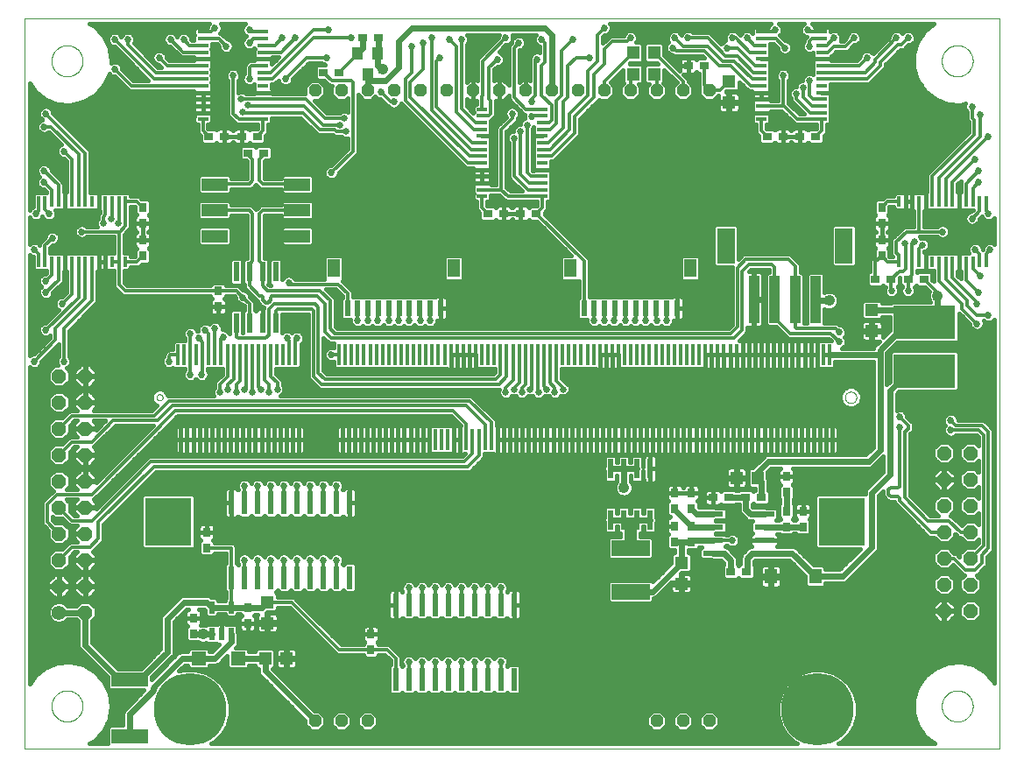
<source format=gbl>
G75*
%MOIN*%
%OFA0B0*%
%FSLAX25Y25*%
%IPPOS*%
%LPD*%
%AMOC8*
5,1,8,0,0,1.08239X$1,22.5*
%
%ADD10C,0.00000*%
%ADD11R,0.02165X0.04724*%
%ADD12OC8,0.04724*%
%ADD13R,0.03150X0.03543*%
%ADD14R,0.04724X0.05118*%
%ADD15R,0.05512X0.05512*%
%ADD16R,0.14016X0.05512*%
%ADD17R,0.05118X0.04724*%
%ADD18R,0.03900X0.01200*%
%ADD19R,0.03543X0.03150*%
%ADD20R,0.01200X0.03900*%
%ADD21R,0.01378X0.07874*%
%ADD22R,0.17717X0.18110*%
%ADD23C,0.27559*%
%ADD24R,0.03937X0.05000*%
%ADD25R,0.07800X0.02200*%
%ADD26R,0.05000X0.05787*%
%ADD27R,0.23622X0.12795*%
%ADD28R,0.14567X0.05906*%
%ADD29R,0.02000X0.07800*%
%ADD30R,0.02362X0.08661*%
%ADD31R,0.02200X0.07800*%
%ADD32R,0.09843X0.04724*%
%ADD33C,0.05512*%
%ADD34OC8,0.05512*%
%ADD35R,0.02362X0.06102*%
%ADD36R,0.04724X0.07087*%
%ADD37R,0.03937X0.18110*%
%ADD38R,0.06693X0.13386*%
%ADD39C,0.01600*%
%ADD40C,0.02700*%
%ADD41C,0.02400*%
%ADD42C,0.04252*%
%ADD43C,0.01200*%
%ADD44C,0.02481*%
D10*
X0007875Y0004375D02*
X0007875Y0282466D01*
X0379027Y0282466D01*
X0379027Y0004375D01*
X0007875Y0004375D01*
X0018219Y0020625D02*
X0018221Y0020778D01*
X0018227Y0020932D01*
X0018237Y0021085D01*
X0018251Y0021237D01*
X0018269Y0021390D01*
X0018291Y0021541D01*
X0018316Y0021692D01*
X0018346Y0021843D01*
X0018380Y0021993D01*
X0018417Y0022141D01*
X0018458Y0022289D01*
X0018503Y0022435D01*
X0018552Y0022581D01*
X0018605Y0022725D01*
X0018661Y0022867D01*
X0018721Y0023008D01*
X0018785Y0023148D01*
X0018852Y0023286D01*
X0018923Y0023422D01*
X0018998Y0023556D01*
X0019075Y0023688D01*
X0019157Y0023818D01*
X0019241Y0023946D01*
X0019329Y0024072D01*
X0019420Y0024195D01*
X0019514Y0024316D01*
X0019612Y0024434D01*
X0019712Y0024550D01*
X0019816Y0024663D01*
X0019922Y0024774D01*
X0020031Y0024882D01*
X0020143Y0024987D01*
X0020257Y0025088D01*
X0020375Y0025187D01*
X0020494Y0025283D01*
X0020616Y0025376D01*
X0020741Y0025465D01*
X0020868Y0025552D01*
X0020997Y0025634D01*
X0021128Y0025714D01*
X0021261Y0025790D01*
X0021396Y0025863D01*
X0021533Y0025932D01*
X0021672Y0025997D01*
X0021812Y0026059D01*
X0021954Y0026117D01*
X0022097Y0026172D01*
X0022242Y0026223D01*
X0022388Y0026270D01*
X0022535Y0026313D01*
X0022683Y0026352D01*
X0022832Y0026388D01*
X0022982Y0026419D01*
X0023133Y0026447D01*
X0023284Y0026471D01*
X0023437Y0026491D01*
X0023589Y0026507D01*
X0023742Y0026519D01*
X0023895Y0026527D01*
X0024048Y0026531D01*
X0024202Y0026531D01*
X0024355Y0026527D01*
X0024508Y0026519D01*
X0024661Y0026507D01*
X0024813Y0026491D01*
X0024966Y0026471D01*
X0025117Y0026447D01*
X0025268Y0026419D01*
X0025418Y0026388D01*
X0025567Y0026352D01*
X0025715Y0026313D01*
X0025862Y0026270D01*
X0026008Y0026223D01*
X0026153Y0026172D01*
X0026296Y0026117D01*
X0026438Y0026059D01*
X0026578Y0025997D01*
X0026717Y0025932D01*
X0026854Y0025863D01*
X0026989Y0025790D01*
X0027122Y0025714D01*
X0027253Y0025634D01*
X0027382Y0025552D01*
X0027509Y0025465D01*
X0027634Y0025376D01*
X0027756Y0025283D01*
X0027875Y0025187D01*
X0027993Y0025088D01*
X0028107Y0024987D01*
X0028219Y0024882D01*
X0028328Y0024774D01*
X0028434Y0024663D01*
X0028538Y0024550D01*
X0028638Y0024434D01*
X0028736Y0024316D01*
X0028830Y0024195D01*
X0028921Y0024072D01*
X0029009Y0023946D01*
X0029093Y0023818D01*
X0029175Y0023688D01*
X0029252Y0023556D01*
X0029327Y0023422D01*
X0029398Y0023286D01*
X0029465Y0023148D01*
X0029529Y0023008D01*
X0029589Y0022867D01*
X0029645Y0022725D01*
X0029698Y0022581D01*
X0029747Y0022435D01*
X0029792Y0022289D01*
X0029833Y0022141D01*
X0029870Y0021993D01*
X0029904Y0021843D01*
X0029934Y0021692D01*
X0029959Y0021541D01*
X0029981Y0021390D01*
X0029999Y0021237D01*
X0030013Y0021085D01*
X0030023Y0020932D01*
X0030029Y0020778D01*
X0030031Y0020625D01*
X0030029Y0020472D01*
X0030023Y0020318D01*
X0030013Y0020165D01*
X0029999Y0020013D01*
X0029981Y0019860D01*
X0029959Y0019709D01*
X0029934Y0019558D01*
X0029904Y0019407D01*
X0029870Y0019257D01*
X0029833Y0019109D01*
X0029792Y0018961D01*
X0029747Y0018815D01*
X0029698Y0018669D01*
X0029645Y0018525D01*
X0029589Y0018383D01*
X0029529Y0018242D01*
X0029465Y0018102D01*
X0029398Y0017964D01*
X0029327Y0017828D01*
X0029252Y0017694D01*
X0029175Y0017562D01*
X0029093Y0017432D01*
X0029009Y0017304D01*
X0028921Y0017178D01*
X0028830Y0017055D01*
X0028736Y0016934D01*
X0028638Y0016816D01*
X0028538Y0016700D01*
X0028434Y0016587D01*
X0028328Y0016476D01*
X0028219Y0016368D01*
X0028107Y0016263D01*
X0027993Y0016162D01*
X0027875Y0016063D01*
X0027756Y0015967D01*
X0027634Y0015874D01*
X0027509Y0015785D01*
X0027382Y0015698D01*
X0027253Y0015616D01*
X0027122Y0015536D01*
X0026989Y0015460D01*
X0026854Y0015387D01*
X0026717Y0015318D01*
X0026578Y0015253D01*
X0026438Y0015191D01*
X0026296Y0015133D01*
X0026153Y0015078D01*
X0026008Y0015027D01*
X0025862Y0014980D01*
X0025715Y0014937D01*
X0025567Y0014898D01*
X0025418Y0014862D01*
X0025268Y0014831D01*
X0025117Y0014803D01*
X0024966Y0014779D01*
X0024813Y0014759D01*
X0024661Y0014743D01*
X0024508Y0014731D01*
X0024355Y0014723D01*
X0024202Y0014719D01*
X0024048Y0014719D01*
X0023895Y0014723D01*
X0023742Y0014731D01*
X0023589Y0014743D01*
X0023437Y0014759D01*
X0023284Y0014779D01*
X0023133Y0014803D01*
X0022982Y0014831D01*
X0022832Y0014862D01*
X0022683Y0014898D01*
X0022535Y0014937D01*
X0022388Y0014980D01*
X0022242Y0015027D01*
X0022097Y0015078D01*
X0021954Y0015133D01*
X0021812Y0015191D01*
X0021672Y0015253D01*
X0021533Y0015318D01*
X0021396Y0015387D01*
X0021261Y0015460D01*
X0021128Y0015536D01*
X0020997Y0015616D01*
X0020868Y0015698D01*
X0020741Y0015785D01*
X0020616Y0015874D01*
X0020494Y0015967D01*
X0020375Y0016063D01*
X0020257Y0016162D01*
X0020143Y0016263D01*
X0020031Y0016368D01*
X0019922Y0016476D01*
X0019816Y0016587D01*
X0019712Y0016700D01*
X0019612Y0016816D01*
X0019514Y0016934D01*
X0019420Y0017055D01*
X0019329Y0017178D01*
X0019241Y0017304D01*
X0019157Y0017432D01*
X0019075Y0017562D01*
X0018998Y0017694D01*
X0018923Y0017828D01*
X0018852Y0017964D01*
X0018785Y0018102D01*
X0018721Y0018242D01*
X0018661Y0018383D01*
X0018605Y0018525D01*
X0018552Y0018669D01*
X0018503Y0018815D01*
X0018458Y0018961D01*
X0018417Y0019109D01*
X0018380Y0019257D01*
X0018346Y0019407D01*
X0018316Y0019558D01*
X0018291Y0019709D01*
X0018269Y0019860D01*
X0018251Y0020013D01*
X0018237Y0020165D01*
X0018227Y0020318D01*
X0018221Y0020472D01*
X0018219Y0020625D01*
X0058136Y0138125D02*
X0058138Y0138194D01*
X0058144Y0138262D01*
X0058154Y0138330D01*
X0058168Y0138397D01*
X0058186Y0138464D01*
X0058207Y0138529D01*
X0058233Y0138593D01*
X0058262Y0138655D01*
X0058294Y0138715D01*
X0058330Y0138774D01*
X0058370Y0138830D01*
X0058412Y0138884D01*
X0058458Y0138935D01*
X0058507Y0138984D01*
X0058558Y0139030D01*
X0058612Y0139072D01*
X0058668Y0139112D01*
X0058726Y0139148D01*
X0058787Y0139180D01*
X0058849Y0139209D01*
X0058913Y0139235D01*
X0058978Y0139256D01*
X0059045Y0139274D01*
X0059112Y0139288D01*
X0059180Y0139298D01*
X0059248Y0139304D01*
X0059317Y0139306D01*
X0059386Y0139304D01*
X0059454Y0139298D01*
X0059522Y0139288D01*
X0059589Y0139274D01*
X0059656Y0139256D01*
X0059721Y0139235D01*
X0059785Y0139209D01*
X0059847Y0139180D01*
X0059907Y0139148D01*
X0059966Y0139112D01*
X0060022Y0139072D01*
X0060076Y0139030D01*
X0060127Y0138984D01*
X0060176Y0138935D01*
X0060222Y0138884D01*
X0060264Y0138830D01*
X0060304Y0138774D01*
X0060340Y0138715D01*
X0060372Y0138655D01*
X0060401Y0138593D01*
X0060427Y0138529D01*
X0060448Y0138464D01*
X0060466Y0138397D01*
X0060480Y0138330D01*
X0060490Y0138262D01*
X0060496Y0138194D01*
X0060498Y0138125D01*
X0060496Y0138056D01*
X0060490Y0137988D01*
X0060480Y0137920D01*
X0060466Y0137853D01*
X0060448Y0137786D01*
X0060427Y0137721D01*
X0060401Y0137657D01*
X0060372Y0137595D01*
X0060340Y0137534D01*
X0060304Y0137476D01*
X0060264Y0137420D01*
X0060222Y0137366D01*
X0060176Y0137315D01*
X0060127Y0137266D01*
X0060076Y0137220D01*
X0060022Y0137178D01*
X0059966Y0137138D01*
X0059908Y0137102D01*
X0059847Y0137070D01*
X0059785Y0137041D01*
X0059721Y0137015D01*
X0059656Y0136994D01*
X0059589Y0136976D01*
X0059522Y0136962D01*
X0059454Y0136952D01*
X0059386Y0136946D01*
X0059317Y0136944D01*
X0059248Y0136946D01*
X0059180Y0136952D01*
X0059112Y0136962D01*
X0059045Y0136976D01*
X0058978Y0136994D01*
X0058913Y0137015D01*
X0058849Y0137041D01*
X0058787Y0137070D01*
X0058726Y0137102D01*
X0058668Y0137138D01*
X0058612Y0137178D01*
X0058558Y0137220D01*
X0058507Y0137266D01*
X0058458Y0137315D01*
X0058412Y0137366D01*
X0058370Y0137420D01*
X0058330Y0137476D01*
X0058294Y0137534D01*
X0058262Y0137595D01*
X0058233Y0137657D01*
X0058207Y0137721D01*
X0058186Y0137786D01*
X0058168Y0137853D01*
X0058154Y0137920D01*
X0058144Y0137988D01*
X0058138Y0138056D01*
X0058136Y0138125D01*
X0320144Y0138125D02*
X0320146Y0138218D01*
X0320152Y0138310D01*
X0320162Y0138402D01*
X0320176Y0138493D01*
X0320193Y0138584D01*
X0320215Y0138674D01*
X0320240Y0138763D01*
X0320269Y0138851D01*
X0320302Y0138937D01*
X0320339Y0139022D01*
X0320379Y0139106D01*
X0320423Y0139187D01*
X0320470Y0139267D01*
X0320520Y0139345D01*
X0320574Y0139420D01*
X0320631Y0139493D01*
X0320691Y0139563D01*
X0320754Y0139631D01*
X0320820Y0139696D01*
X0320888Y0139758D01*
X0320959Y0139818D01*
X0321033Y0139874D01*
X0321109Y0139927D01*
X0321187Y0139976D01*
X0321267Y0140023D01*
X0321349Y0140065D01*
X0321433Y0140105D01*
X0321518Y0140140D01*
X0321605Y0140172D01*
X0321693Y0140201D01*
X0321782Y0140225D01*
X0321872Y0140246D01*
X0321963Y0140262D01*
X0322055Y0140275D01*
X0322147Y0140284D01*
X0322240Y0140289D01*
X0322332Y0140290D01*
X0322425Y0140287D01*
X0322517Y0140280D01*
X0322609Y0140269D01*
X0322700Y0140254D01*
X0322791Y0140236D01*
X0322881Y0140213D01*
X0322969Y0140187D01*
X0323057Y0140157D01*
X0323143Y0140123D01*
X0323227Y0140086D01*
X0323310Y0140044D01*
X0323391Y0140000D01*
X0323471Y0139952D01*
X0323548Y0139901D01*
X0323622Y0139846D01*
X0323695Y0139788D01*
X0323765Y0139728D01*
X0323832Y0139664D01*
X0323896Y0139598D01*
X0323958Y0139528D01*
X0324016Y0139457D01*
X0324071Y0139383D01*
X0324123Y0139306D01*
X0324172Y0139227D01*
X0324218Y0139147D01*
X0324260Y0139064D01*
X0324298Y0138980D01*
X0324333Y0138894D01*
X0324364Y0138807D01*
X0324391Y0138719D01*
X0324414Y0138629D01*
X0324434Y0138539D01*
X0324450Y0138448D01*
X0324462Y0138356D01*
X0324470Y0138264D01*
X0324474Y0138171D01*
X0324474Y0138079D01*
X0324470Y0137986D01*
X0324462Y0137894D01*
X0324450Y0137802D01*
X0324434Y0137711D01*
X0324414Y0137621D01*
X0324391Y0137531D01*
X0324364Y0137443D01*
X0324333Y0137356D01*
X0324298Y0137270D01*
X0324260Y0137186D01*
X0324218Y0137103D01*
X0324172Y0137023D01*
X0324123Y0136944D01*
X0324071Y0136867D01*
X0324016Y0136793D01*
X0323958Y0136722D01*
X0323896Y0136652D01*
X0323832Y0136586D01*
X0323765Y0136522D01*
X0323695Y0136462D01*
X0323622Y0136404D01*
X0323548Y0136349D01*
X0323471Y0136298D01*
X0323392Y0136250D01*
X0323310Y0136206D01*
X0323227Y0136164D01*
X0323143Y0136127D01*
X0323057Y0136093D01*
X0322969Y0136063D01*
X0322881Y0136037D01*
X0322791Y0136014D01*
X0322700Y0135996D01*
X0322609Y0135981D01*
X0322517Y0135970D01*
X0322425Y0135963D01*
X0322332Y0135960D01*
X0322240Y0135961D01*
X0322147Y0135966D01*
X0322055Y0135975D01*
X0321963Y0135988D01*
X0321872Y0136004D01*
X0321782Y0136025D01*
X0321693Y0136049D01*
X0321605Y0136078D01*
X0321518Y0136110D01*
X0321433Y0136145D01*
X0321349Y0136185D01*
X0321267Y0136227D01*
X0321187Y0136274D01*
X0321109Y0136323D01*
X0321033Y0136376D01*
X0320959Y0136432D01*
X0320888Y0136492D01*
X0320820Y0136554D01*
X0320754Y0136619D01*
X0320691Y0136687D01*
X0320631Y0136757D01*
X0320574Y0136830D01*
X0320520Y0136905D01*
X0320470Y0136983D01*
X0320423Y0137063D01*
X0320379Y0137144D01*
X0320339Y0137228D01*
X0320302Y0137313D01*
X0320269Y0137399D01*
X0320240Y0137487D01*
X0320215Y0137576D01*
X0320193Y0137666D01*
X0320176Y0137757D01*
X0320162Y0137848D01*
X0320152Y0137940D01*
X0320146Y0138032D01*
X0320144Y0138125D01*
X0356969Y0020625D02*
X0356971Y0020778D01*
X0356977Y0020932D01*
X0356987Y0021085D01*
X0357001Y0021237D01*
X0357019Y0021390D01*
X0357041Y0021541D01*
X0357066Y0021692D01*
X0357096Y0021843D01*
X0357130Y0021993D01*
X0357167Y0022141D01*
X0357208Y0022289D01*
X0357253Y0022435D01*
X0357302Y0022581D01*
X0357355Y0022725D01*
X0357411Y0022867D01*
X0357471Y0023008D01*
X0357535Y0023148D01*
X0357602Y0023286D01*
X0357673Y0023422D01*
X0357748Y0023556D01*
X0357825Y0023688D01*
X0357907Y0023818D01*
X0357991Y0023946D01*
X0358079Y0024072D01*
X0358170Y0024195D01*
X0358264Y0024316D01*
X0358362Y0024434D01*
X0358462Y0024550D01*
X0358566Y0024663D01*
X0358672Y0024774D01*
X0358781Y0024882D01*
X0358893Y0024987D01*
X0359007Y0025088D01*
X0359125Y0025187D01*
X0359244Y0025283D01*
X0359366Y0025376D01*
X0359491Y0025465D01*
X0359618Y0025552D01*
X0359747Y0025634D01*
X0359878Y0025714D01*
X0360011Y0025790D01*
X0360146Y0025863D01*
X0360283Y0025932D01*
X0360422Y0025997D01*
X0360562Y0026059D01*
X0360704Y0026117D01*
X0360847Y0026172D01*
X0360992Y0026223D01*
X0361138Y0026270D01*
X0361285Y0026313D01*
X0361433Y0026352D01*
X0361582Y0026388D01*
X0361732Y0026419D01*
X0361883Y0026447D01*
X0362034Y0026471D01*
X0362187Y0026491D01*
X0362339Y0026507D01*
X0362492Y0026519D01*
X0362645Y0026527D01*
X0362798Y0026531D01*
X0362952Y0026531D01*
X0363105Y0026527D01*
X0363258Y0026519D01*
X0363411Y0026507D01*
X0363563Y0026491D01*
X0363716Y0026471D01*
X0363867Y0026447D01*
X0364018Y0026419D01*
X0364168Y0026388D01*
X0364317Y0026352D01*
X0364465Y0026313D01*
X0364612Y0026270D01*
X0364758Y0026223D01*
X0364903Y0026172D01*
X0365046Y0026117D01*
X0365188Y0026059D01*
X0365328Y0025997D01*
X0365467Y0025932D01*
X0365604Y0025863D01*
X0365739Y0025790D01*
X0365872Y0025714D01*
X0366003Y0025634D01*
X0366132Y0025552D01*
X0366259Y0025465D01*
X0366384Y0025376D01*
X0366506Y0025283D01*
X0366625Y0025187D01*
X0366743Y0025088D01*
X0366857Y0024987D01*
X0366969Y0024882D01*
X0367078Y0024774D01*
X0367184Y0024663D01*
X0367288Y0024550D01*
X0367388Y0024434D01*
X0367486Y0024316D01*
X0367580Y0024195D01*
X0367671Y0024072D01*
X0367759Y0023946D01*
X0367843Y0023818D01*
X0367925Y0023688D01*
X0368002Y0023556D01*
X0368077Y0023422D01*
X0368148Y0023286D01*
X0368215Y0023148D01*
X0368279Y0023008D01*
X0368339Y0022867D01*
X0368395Y0022725D01*
X0368448Y0022581D01*
X0368497Y0022435D01*
X0368542Y0022289D01*
X0368583Y0022141D01*
X0368620Y0021993D01*
X0368654Y0021843D01*
X0368684Y0021692D01*
X0368709Y0021541D01*
X0368731Y0021390D01*
X0368749Y0021237D01*
X0368763Y0021085D01*
X0368773Y0020932D01*
X0368779Y0020778D01*
X0368781Y0020625D01*
X0368779Y0020472D01*
X0368773Y0020318D01*
X0368763Y0020165D01*
X0368749Y0020013D01*
X0368731Y0019860D01*
X0368709Y0019709D01*
X0368684Y0019558D01*
X0368654Y0019407D01*
X0368620Y0019257D01*
X0368583Y0019109D01*
X0368542Y0018961D01*
X0368497Y0018815D01*
X0368448Y0018669D01*
X0368395Y0018525D01*
X0368339Y0018383D01*
X0368279Y0018242D01*
X0368215Y0018102D01*
X0368148Y0017964D01*
X0368077Y0017828D01*
X0368002Y0017694D01*
X0367925Y0017562D01*
X0367843Y0017432D01*
X0367759Y0017304D01*
X0367671Y0017178D01*
X0367580Y0017055D01*
X0367486Y0016934D01*
X0367388Y0016816D01*
X0367288Y0016700D01*
X0367184Y0016587D01*
X0367078Y0016476D01*
X0366969Y0016368D01*
X0366857Y0016263D01*
X0366743Y0016162D01*
X0366625Y0016063D01*
X0366506Y0015967D01*
X0366384Y0015874D01*
X0366259Y0015785D01*
X0366132Y0015698D01*
X0366003Y0015616D01*
X0365872Y0015536D01*
X0365739Y0015460D01*
X0365604Y0015387D01*
X0365467Y0015318D01*
X0365328Y0015253D01*
X0365188Y0015191D01*
X0365046Y0015133D01*
X0364903Y0015078D01*
X0364758Y0015027D01*
X0364612Y0014980D01*
X0364465Y0014937D01*
X0364317Y0014898D01*
X0364168Y0014862D01*
X0364018Y0014831D01*
X0363867Y0014803D01*
X0363716Y0014779D01*
X0363563Y0014759D01*
X0363411Y0014743D01*
X0363258Y0014731D01*
X0363105Y0014723D01*
X0362952Y0014719D01*
X0362798Y0014719D01*
X0362645Y0014723D01*
X0362492Y0014731D01*
X0362339Y0014743D01*
X0362187Y0014759D01*
X0362034Y0014779D01*
X0361883Y0014803D01*
X0361732Y0014831D01*
X0361582Y0014862D01*
X0361433Y0014898D01*
X0361285Y0014937D01*
X0361138Y0014980D01*
X0360992Y0015027D01*
X0360847Y0015078D01*
X0360704Y0015133D01*
X0360562Y0015191D01*
X0360422Y0015253D01*
X0360283Y0015318D01*
X0360146Y0015387D01*
X0360011Y0015460D01*
X0359878Y0015536D01*
X0359747Y0015616D01*
X0359618Y0015698D01*
X0359491Y0015785D01*
X0359366Y0015874D01*
X0359244Y0015967D01*
X0359125Y0016063D01*
X0359007Y0016162D01*
X0358893Y0016263D01*
X0358781Y0016368D01*
X0358672Y0016476D01*
X0358566Y0016587D01*
X0358462Y0016700D01*
X0358362Y0016816D01*
X0358264Y0016934D01*
X0358170Y0017055D01*
X0358079Y0017178D01*
X0357991Y0017304D01*
X0357907Y0017432D01*
X0357825Y0017562D01*
X0357748Y0017694D01*
X0357673Y0017828D01*
X0357602Y0017964D01*
X0357535Y0018102D01*
X0357471Y0018242D01*
X0357411Y0018383D01*
X0357355Y0018525D01*
X0357302Y0018669D01*
X0357253Y0018815D01*
X0357208Y0018961D01*
X0357167Y0019109D01*
X0357130Y0019257D01*
X0357096Y0019407D01*
X0357066Y0019558D01*
X0357041Y0019709D01*
X0357019Y0019860D01*
X0357001Y0020013D01*
X0356987Y0020165D01*
X0356977Y0020318D01*
X0356971Y0020472D01*
X0356969Y0020625D01*
X0356969Y0266250D02*
X0356971Y0266403D01*
X0356977Y0266557D01*
X0356987Y0266710D01*
X0357001Y0266862D01*
X0357019Y0267015D01*
X0357041Y0267166D01*
X0357066Y0267317D01*
X0357096Y0267468D01*
X0357130Y0267618D01*
X0357167Y0267766D01*
X0357208Y0267914D01*
X0357253Y0268060D01*
X0357302Y0268206D01*
X0357355Y0268350D01*
X0357411Y0268492D01*
X0357471Y0268633D01*
X0357535Y0268773D01*
X0357602Y0268911D01*
X0357673Y0269047D01*
X0357748Y0269181D01*
X0357825Y0269313D01*
X0357907Y0269443D01*
X0357991Y0269571D01*
X0358079Y0269697D01*
X0358170Y0269820D01*
X0358264Y0269941D01*
X0358362Y0270059D01*
X0358462Y0270175D01*
X0358566Y0270288D01*
X0358672Y0270399D01*
X0358781Y0270507D01*
X0358893Y0270612D01*
X0359007Y0270713D01*
X0359125Y0270812D01*
X0359244Y0270908D01*
X0359366Y0271001D01*
X0359491Y0271090D01*
X0359618Y0271177D01*
X0359747Y0271259D01*
X0359878Y0271339D01*
X0360011Y0271415D01*
X0360146Y0271488D01*
X0360283Y0271557D01*
X0360422Y0271622D01*
X0360562Y0271684D01*
X0360704Y0271742D01*
X0360847Y0271797D01*
X0360992Y0271848D01*
X0361138Y0271895D01*
X0361285Y0271938D01*
X0361433Y0271977D01*
X0361582Y0272013D01*
X0361732Y0272044D01*
X0361883Y0272072D01*
X0362034Y0272096D01*
X0362187Y0272116D01*
X0362339Y0272132D01*
X0362492Y0272144D01*
X0362645Y0272152D01*
X0362798Y0272156D01*
X0362952Y0272156D01*
X0363105Y0272152D01*
X0363258Y0272144D01*
X0363411Y0272132D01*
X0363563Y0272116D01*
X0363716Y0272096D01*
X0363867Y0272072D01*
X0364018Y0272044D01*
X0364168Y0272013D01*
X0364317Y0271977D01*
X0364465Y0271938D01*
X0364612Y0271895D01*
X0364758Y0271848D01*
X0364903Y0271797D01*
X0365046Y0271742D01*
X0365188Y0271684D01*
X0365328Y0271622D01*
X0365467Y0271557D01*
X0365604Y0271488D01*
X0365739Y0271415D01*
X0365872Y0271339D01*
X0366003Y0271259D01*
X0366132Y0271177D01*
X0366259Y0271090D01*
X0366384Y0271001D01*
X0366506Y0270908D01*
X0366625Y0270812D01*
X0366743Y0270713D01*
X0366857Y0270612D01*
X0366969Y0270507D01*
X0367078Y0270399D01*
X0367184Y0270288D01*
X0367288Y0270175D01*
X0367388Y0270059D01*
X0367486Y0269941D01*
X0367580Y0269820D01*
X0367671Y0269697D01*
X0367759Y0269571D01*
X0367843Y0269443D01*
X0367925Y0269313D01*
X0368002Y0269181D01*
X0368077Y0269047D01*
X0368148Y0268911D01*
X0368215Y0268773D01*
X0368279Y0268633D01*
X0368339Y0268492D01*
X0368395Y0268350D01*
X0368448Y0268206D01*
X0368497Y0268060D01*
X0368542Y0267914D01*
X0368583Y0267766D01*
X0368620Y0267618D01*
X0368654Y0267468D01*
X0368684Y0267317D01*
X0368709Y0267166D01*
X0368731Y0267015D01*
X0368749Y0266862D01*
X0368763Y0266710D01*
X0368773Y0266557D01*
X0368779Y0266403D01*
X0368781Y0266250D01*
X0368779Y0266097D01*
X0368773Y0265943D01*
X0368763Y0265790D01*
X0368749Y0265638D01*
X0368731Y0265485D01*
X0368709Y0265334D01*
X0368684Y0265183D01*
X0368654Y0265032D01*
X0368620Y0264882D01*
X0368583Y0264734D01*
X0368542Y0264586D01*
X0368497Y0264440D01*
X0368448Y0264294D01*
X0368395Y0264150D01*
X0368339Y0264008D01*
X0368279Y0263867D01*
X0368215Y0263727D01*
X0368148Y0263589D01*
X0368077Y0263453D01*
X0368002Y0263319D01*
X0367925Y0263187D01*
X0367843Y0263057D01*
X0367759Y0262929D01*
X0367671Y0262803D01*
X0367580Y0262680D01*
X0367486Y0262559D01*
X0367388Y0262441D01*
X0367288Y0262325D01*
X0367184Y0262212D01*
X0367078Y0262101D01*
X0366969Y0261993D01*
X0366857Y0261888D01*
X0366743Y0261787D01*
X0366625Y0261688D01*
X0366506Y0261592D01*
X0366384Y0261499D01*
X0366259Y0261410D01*
X0366132Y0261323D01*
X0366003Y0261241D01*
X0365872Y0261161D01*
X0365739Y0261085D01*
X0365604Y0261012D01*
X0365467Y0260943D01*
X0365328Y0260878D01*
X0365188Y0260816D01*
X0365046Y0260758D01*
X0364903Y0260703D01*
X0364758Y0260652D01*
X0364612Y0260605D01*
X0364465Y0260562D01*
X0364317Y0260523D01*
X0364168Y0260487D01*
X0364018Y0260456D01*
X0363867Y0260428D01*
X0363716Y0260404D01*
X0363563Y0260384D01*
X0363411Y0260368D01*
X0363258Y0260356D01*
X0363105Y0260348D01*
X0362952Y0260344D01*
X0362798Y0260344D01*
X0362645Y0260348D01*
X0362492Y0260356D01*
X0362339Y0260368D01*
X0362187Y0260384D01*
X0362034Y0260404D01*
X0361883Y0260428D01*
X0361732Y0260456D01*
X0361582Y0260487D01*
X0361433Y0260523D01*
X0361285Y0260562D01*
X0361138Y0260605D01*
X0360992Y0260652D01*
X0360847Y0260703D01*
X0360704Y0260758D01*
X0360562Y0260816D01*
X0360422Y0260878D01*
X0360283Y0260943D01*
X0360146Y0261012D01*
X0360011Y0261085D01*
X0359878Y0261161D01*
X0359747Y0261241D01*
X0359618Y0261323D01*
X0359491Y0261410D01*
X0359366Y0261499D01*
X0359244Y0261592D01*
X0359125Y0261688D01*
X0359007Y0261787D01*
X0358893Y0261888D01*
X0358781Y0261993D01*
X0358672Y0262101D01*
X0358566Y0262212D01*
X0358462Y0262325D01*
X0358362Y0262441D01*
X0358264Y0262559D01*
X0358170Y0262680D01*
X0358079Y0262803D01*
X0357991Y0262929D01*
X0357907Y0263057D01*
X0357825Y0263187D01*
X0357748Y0263319D01*
X0357673Y0263453D01*
X0357602Y0263589D01*
X0357535Y0263727D01*
X0357471Y0263867D01*
X0357411Y0264008D01*
X0357355Y0264150D01*
X0357302Y0264294D01*
X0357253Y0264440D01*
X0357208Y0264586D01*
X0357167Y0264734D01*
X0357130Y0264882D01*
X0357096Y0265032D01*
X0357066Y0265183D01*
X0357041Y0265334D01*
X0357019Y0265485D01*
X0357001Y0265638D01*
X0356987Y0265790D01*
X0356977Y0265943D01*
X0356971Y0266097D01*
X0356969Y0266250D01*
X0018219Y0266250D02*
X0018221Y0266403D01*
X0018227Y0266557D01*
X0018237Y0266710D01*
X0018251Y0266862D01*
X0018269Y0267015D01*
X0018291Y0267166D01*
X0018316Y0267317D01*
X0018346Y0267468D01*
X0018380Y0267618D01*
X0018417Y0267766D01*
X0018458Y0267914D01*
X0018503Y0268060D01*
X0018552Y0268206D01*
X0018605Y0268350D01*
X0018661Y0268492D01*
X0018721Y0268633D01*
X0018785Y0268773D01*
X0018852Y0268911D01*
X0018923Y0269047D01*
X0018998Y0269181D01*
X0019075Y0269313D01*
X0019157Y0269443D01*
X0019241Y0269571D01*
X0019329Y0269697D01*
X0019420Y0269820D01*
X0019514Y0269941D01*
X0019612Y0270059D01*
X0019712Y0270175D01*
X0019816Y0270288D01*
X0019922Y0270399D01*
X0020031Y0270507D01*
X0020143Y0270612D01*
X0020257Y0270713D01*
X0020375Y0270812D01*
X0020494Y0270908D01*
X0020616Y0271001D01*
X0020741Y0271090D01*
X0020868Y0271177D01*
X0020997Y0271259D01*
X0021128Y0271339D01*
X0021261Y0271415D01*
X0021396Y0271488D01*
X0021533Y0271557D01*
X0021672Y0271622D01*
X0021812Y0271684D01*
X0021954Y0271742D01*
X0022097Y0271797D01*
X0022242Y0271848D01*
X0022388Y0271895D01*
X0022535Y0271938D01*
X0022683Y0271977D01*
X0022832Y0272013D01*
X0022982Y0272044D01*
X0023133Y0272072D01*
X0023284Y0272096D01*
X0023437Y0272116D01*
X0023589Y0272132D01*
X0023742Y0272144D01*
X0023895Y0272152D01*
X0024048Y0272156D01*
X0024202Y0272156D01*
X0024355Y0272152D01*
X0024508Y0272144D01*
X0024661Y0272132D01*
X0024813Y0272116D01*
X0024966Y0272096D01*
X0025117Y0272072D01*
X0025268Y0272044D01*
X0025418Y0272013D01*
X0025567Y0271977D01*
X0025715Y0271938D01*
X0025862Y0271895D01*
X0026008Y0271848D01*
X0026153Y0271797D01*
X0026296Y0271742D01*
X0026438Y0271684D01*
X0026578Y0271622D01*
X0026717Y0271557D01*
X0026854Y0271488D01*
X0026989Y0271415D01*
X0027122Y0271339D01*
X0027253Y0271259D01*
X0027382Y0271177D01*
X0027509Y0271090D01*
X0027634Y0271001D01*
X0027756Y0270908D01*
X0027875Y0270812D01*
X0027993Y0270713D01*
X0028107Y0270612D01*
X0028219Y0270507D01*
X0028328Y0270399D01*
X0028434Y0270288D01*
X0028538Y0270175D01*
X0028638Y0270059D01*
X0028736Y0269941D01*
X0028830Y0269820D01*
X0028921Y0269697D01*
X0029009Y0269571D01*
X0029093Y0269443D01*
X0029175Y0269313D01*
X0029252Y0269181D01*
X0029327Y0269047D01*
X0029398Y0268911D01*
X0029465Y0268773D01*
X0029529Y0268633D01*
X0029589Y0268492D01*
X0029645Y0268350D01*
X0029698Y0268206D01*
X0029747Y0268060D01*
X0029792Y0267914D01*
X0029833Y0267766D01*
X0029870Y0267618D01*
X0029904Y0267468D01*
X0029934Y0267317D01*
X0029959Y0267166D01*
X0029981Y0267015D01*
X0029999Y0266862D01*
X0030013Y0266710D01*
X0030023Y0266557D01*
X0030029Y0266403D01*
X0030031Y0266250D01*
X0030029Y0266097D01*
X0030023Y0265943D01*
X0030013Y0265790D01*
X0029999Y0265638D01*
X0029981Y0265485D01*
X0029959Y0265334D01*
X0029934Y0265183D01*
X0029904Y0265032D01*
X0029870Y0264882D01*
X0029833Y0264734D01*
X0029792Y0264586D01*
X0029747Y0264440D01*
X0029698Y0264294D01*
X0029645Y0264150D01*
X0029589Y0264008D01*
X0029529Y0263867D01*
X0029465Y0263727D01*
X0029398Y0263589D01*
X0029327Y0263453D01*
X0029252Y0263319D01*
X0029175Y0263187D01*
X0029093Y0263057D01*
X0029009Y0262929D01*
X0028921Y0262803D01*
X0028830Y0262680D01*
X0028736Y0262559D01*
X0028638Y0262441D01*
X0028538Y0262325D01*
X0028434Y0262212D01*
X0028328Y0262101D01*
X0028219Y0261993D01*
X0028107Y0261888D01*
X0027993Y0261787D01*
X0027875Y0261688D01*
X0027756Y0261592D01*
X0027634Y0261499D01*
X0027509Y0261410D01*
X0027382Y0261323D01*
X0027253Y0261241D01*
X0027122Y0261161D01*
X0026989Y0261085D01*
X0026854Y0261012D01*
X0026717Y0260943D01*
X0026578Y0260878D01*
X0026438Y0260816D01*
X0026296Y0260758D01*
X0026153Y0260703D01*
X0026008Y0260652D01*
X0025862Y0260605D01*
X0025715Y0260562D01*
X0025567Y0260523D01*
X0025418Y0260487D01*
X0025268Y0260456D01*
X0025117Y0260428D01*
X0024966Y0260404D01*
X0024813Y0260384D01*
X0024661Y0260368D01*
X0024508Y0260356D01*
X0024355Y0260348D01*
X0024202Y0260344D01*
X0024048Y0260344D01*
X0023895Y0260348D01*
X0023742Y0260356D01*
X0023589Y0260368D01*
X0023437Y0260384D01*
X0023284Y0260404D01*
X0023133Y0260428D01*
X0022982Y0260456D01*
X0022832Y0260487D01*
X0022683Y0260523D01*
X0022535Y0260562D01*
X0022388Y0260605D01*
X0022242Y0260652D01*
X0022097Y0260703D01*
X0021954Y0260758D01*
X0021812Y0260816D01*
X0021672Y0260878D01*
X0021533Y0260943D01*
X0021396Y0261012D01*
X0021261Y0261085D01*
X0021128Y0261161D01*
X0020997Y0261241D01*
X0020868Y0261323D01*
X0020741Y0261410D01*
X0020616Y0261499D01*
X0020494Y0261592D01*
X0020375Y0261688D01*
X0020257Y0261787D01*
X0020143Y0261888D01*
X0020031Y0261993D01*
X0019922Y0262101D01*
X0019816Y0262212D01*
X0019712Y0262325D01*
X0019612Y0262441D01*
X0019514Y0262559D01*
X0019420Y0262680D01*
X0019329Y0262803D01*
X0019241Y0262929D01*
X0019157Y0263057D01*
X0019075Y0263187D01*
X0018998Y0263319D01*
X0018923Y0263453D01*
X0018852Y0263589D01*
X0018785Y0263727D01*
X0018721Y0263867D01*
X0018661Y0264008D01*
X0018605Y0264150D01*
X0018552Y0264294D01*
X0018503Y0264440D01*
X0018458Y0264586D01*
X0018417Y0264734D01*
X0018380Y0264882D01*
X0018346Y0265032D01*
X0018316Y0265183D01*
X0018291Y0265334D01*
X0018269Y0265485D01*
X0018251Y0265638D01*
X0018237Y0265790D01*
X0018227Y0265943D01*
X0018221Y0266097D01*
X0018219Y0266250D01*
D11*
X0079135Y0058244D03*
X0086615Y0058244D03*
X0086615Y0048006D03*
X0082875Y0048006D03*
X0079135Y0048006D03*
D12*
X0118500Y0015000D03*
X0128500Y0015000D03*
X0138500Y0015000D03*
X0248500Y0015000D03*
X0258500Y0015000D03*
X0268500Y0015000D03*
X0268500Y0255000D03*
X0258500Y0255000D03*
X0248500Y0255000D03*
X0238500Y0255000D03*
X0228500Y0255000D03*
X0218500Y0255000D03*
X0208500Y0255000D03*
X0198500Y0255000D03*
X0188500Y0255000D03*
X0178500Y0255000D03*
X0168500Y0255000D03*
X0158500Y0255000D03*
X0148500Y0255000D03*
X0138500Y0255000D03*
X0128500Y0255000D03*
X0118500Y0255000D03*
D13*
X0052875Y0210500D03*
X0052875Y0204500D03*
X0052875Y0198000D03*
X0052875Y0192000D03*
X0081625Y0178625D03*
X0081625Y0172625D03*
X0255375Y0101750D03*
X0261625Y0101750D03*
X0261625Y0095750D03*
X0255375Y0095750D03*
X0255375Y0089250D03*
X0255375Y0083250D03*
X0261625Y0083250D03*
X0261625Y0089250D03*
X0297875Y0088875D03*
X0297875Y0094875D03*
X0304125Y0094875D03*
X0304125Y0088875D03*
X0297875Y0102000D03*
X0297875Y0108000D03*
X0139750Y0048000D03*
X0139750Y0042000D03*
X0092875Y0052000D03*
X0092875Y0058000D03*
X0072250Y0054250D03*
X0072250Y0048250D03*
X0077250Y0080750D03*
X0077250Y0086750D03*
X0334125Y0192000D03*
X0334125Y0198000D03*
X0334125Y0204500D03*
X0334125Y0210500D03*
D14*
X0247500Y0261250D03*
X0239500Y0261250D03*
X0239500Y0269375D03*
X0247500Y0269375D03*
X0278875Y0107500D03*
X0286875Y0107500D03*
X0107500Y0038750D03*
X0099500Y0038750D03*
D15*
X0089105Y0038750D03*
X0074145Y0038750D03*
D16*
X0047875Y0030748D03*
X0047875Y0009252D03*
D17*
X0100375Y0052250D03*
X0100375Y0060250D03*
X0257875Y0067250D03*
X0257875Y0075250D03*
X0330375Y0163500D03*
X0330375Y0171500D03*
X0276000Y0250375D03*
X0276000Y0258375D03*
D18*
X0288263Y0259345D03*
X0288263Y0256786D03*
X0288263Y0254227D03*
X0288263Y0251668D03*
X0288263Y0249109D03*
X0288263Y0246550D03*
X0288263Y0243991D03*
X0311237Y0243991D03*
X0311237Y0246550D03*
X0311237Y0249109D03*
X0311237Y0251668D03*
X0311237Y0254227D03*
X0311237Y0256786D03*
X0311237Y0259345D03*
X0311237Y0261905D03*
X0311237Y0264464D03*
X0311237Y0267023D03*
X0311237Y0269582D03*
X0311237Y0272141D03*
X0311237Y0274700D03*
X0311237Y0277259D03*
X0288263Y0277259D03*
X0288263Y0274700D03*
X0288263Y0272141D03*
X0288263Y0269582D03*
X0288263Y0267023D03*
X0288263Y0264464D03*
X0288263Y0261905D03*
X0204987Y0247884D03*
X0204987Y0245325D03*
X0204987Y0242766D03*
X0204987Y0240207D03*
X0204987Y0237648D03*
X0204987Y0235089D03*
X0204987Y0232530D03*
X0204987Y0229970D03*
X0204987Y0227411D03*
X0204987Y0224852D03*
X0204987Y0222293D03*
X0204987Y0219734D03*
X0204987Y0217175D03*
X0204987Y0214616D03*
X0182013Y0214616D03*
X0182013Y0217175D03*
X0182013Y0219734D03*
X0182013Y0222293D03*
X0182013Y0224852D03*
X0182013Y0227411D03*
X0182013Y0229970D03*
X0182013Y0232530D03*
X0182013Y0235089D03*
X0182013Y0237648D03*
X0182013Y0240207D03*
X0182013Y0242766D03*
X0182013Y0245325D03*
X0182013Y0247884D03*
X0098737Y0249109D03*
X0098737Y0246550D03*
X0098737Y0243991D03*
X0098737Y0251668D03*
X0098737Y0254227D03*
X0098737Y0256786D03*
X0098737Y0259345D03*
X0098737Y0261905D03*
X0098737Y0264464D03*
X0098737Y0267023D03*
X0098737Y0269582D03*
X0098737Y0272141D03*
X0098737Y0274700D03*
X0098737Y0277259D03*
X0075763Y0277259D03*
X0075763Y0274700D03*
X0075763Y0272141D03*
X0075763Y0269582D03*
X0075763Y0267023D03*
X0075763Y0264464D03*
X0075763Y0261905D03*
X0075763Y0259345D03*
X0075763Y0256786D03*
X0075763Y0254227D03*
X0075763Y0251668D03*
X0075763Y0249109D03*
X0075763Y0246550D03*
X0075763Y0243991D03*
D19*
X0078000Y0237500D03*
X0084000Y0237500D03*
X0090500Y0237500D03*
X0096500Y0237500D03*
X0099000Y0231250D03*
X0093000Y0231250D03*
X0121750Y0261875D03*
X0127750Y0261875D03*
X0136750Y0275000D03*
X0142750Y0275000D03*
X0260500Y0264375D03*
X0266500Y0264375D03*
X0290500Y0237500D03*
X0296500Y0237500D03*
X0303000Y0237500D03*
X0309000Y0237500D03*
X0331750Y0183125D03*
X0337750Y0183125D03*
X0344250Y0183125D03*
X0350250Y0183125D03*
X0202750Y0208125D03*
X0196750Y0208125D03*
X0190250Y0208125D03*
X0184250Y0208125D03*
X0269875Y0100000D03*
X0275875Y0100000D03*
X0282375Y0100000D03*
X0288375Y0100000D03*
X0282750Y0071875D03*
X0276750Y0071875D03*
D20*
X0340616Y0189763D03*
X0343175Y0189763D03*
X0345734Y0189763D03*
X0348293Y0189763D03*
X0350852Y0189763D03*
X0353411Y0189763D03*
X0355970Y0189763D03*
X0358530Y0189763D03*
X0361089Y0189763D03*
X0363648Y0189763D03*
X0366207Y0189763D03*
X0368766Y0189763D03*
X0371325Y0189763D03*
X0373884Y0189763D03*
X0373884Y0212737D03*
X0371325Y0212737D03*
X0368766Y0212737D03*
X0366207Y0212737D03*
X0363648Y0212737D03*
X0361089Y0212737D03*
X0358530Y0212737D03*
X0355970Y0212737D03*
X0353411Y0212737D03*
X0350852Y0212737D03*
X0348293Y0212737D03*
X0345734Y0212737D03*
X0343175Y0212737D03*
X0340616Y0212737D03*
X0046384Y0212737D03*
X0043825Y0212737D03*
X0041266Y0212737D03*
X0038707Y0212737D03*
X0036148Y0212737D03*
X0033589Y0212737D03*
X0031030Y0212737D03*
X0028470Y0212737D03*
X0025911Y0212737D03*
X0023352Y0212737D03*
X0020793Y0212737D03*
X0018234Y0212737D03*
X0015675Y0212737D03*
X0013116Y0212737D03*
X0013116Y0189763D03*
X0015675Y0189763D03*
X0018234Y0189763D03*
X0020793Y0189763D03*
X0023352Y0189763D03*
X0025911Y0189763D03*
X0028470Y0189763D03*
X0031030Y0189763D03*
X0033589Y0189763D03*
X0036148Y0189763D03*
X0038707Y0189763D03*
X0041266Y0189763D03*
X0043825Y0189763D03*
X0046384Y0189763D03*
D21*
X0066207Y0154267D03*
X0068569Y0154267D03*
X0070931Y0154267D03*
X0073293Y0154267D03*
X0075656Y0154267D03*
X0078018Y0154267D03*
X0080380Y0154267D03*
X0082742Y0154267D03*
X0085104Y0154267D03*
X0087467Y0154267D03*
X0089829Y0154267D03*
X0092191Y0154267D03*
X0094553Y0154267D03*
X0096915Y0154267D03*
X0099278Y0154267D03*
X0101640Y0154267D03*
X0104002Y0154267D03*
X0106364Y0154267D03*
X0108726Y0154267D03*
X0111089Y0154267D03*
X0127624Y0154267D03*
X0129986Y0154267D03*
X0132348Y0154267D03*
X0134711Y0154267D03*
X0137073Y0154267D03*
X0139435Y0154267D03*
X0141797Y0154267D03*
X0144159Y0154267D03*
X0146522Y0154267D03*
X0148884Y0154267D03*
X0151246Y0154267D03*
X0153608Y0154267D03*
X0155970Y0154267D03*
X0158333Y0154267D03*
X0160695Y0154267D03*
X0163057Y0154267D03*
X0165419Y0154267D03*
X0167781Y0154267D03*
X0170144Y0154267D03*
X0172506Y0154267D03*
X0174868Y0154267D03*
X0177230Y0154267D03*
X0179593Y0154267D03*
X0181955Y0154267D03*
X0184317Y0154267D03*
X0186679Y0154267D03*
X0189041Y0154267D03*
X0191404Y0154267D03*
X0193766Y0154267D03*
X0196128Y0154267D03*
X0198490Y0154267D03*
X0200852Y0154267D03*
X0203215Y0154267D03*
X0205577Y0154267D03*
X0207939Y0154267D03*
X0210301Y0154267D03*
X0212663Y0154267D03*
X0215026Y0154267D03*
X0217388Y0154267D03*
X0219750Y0154267D03*
X0222112Y0154267D03*
X0224474Y0154267D03*
X0226837Y0154267D03*
X0229199Y0154267D03*
X0231561Y0154267D03*
X0233923Y0154267D03*
X0236285Y0154267D03*
X0238648Y0154267D03*
X0241010Y0154267D03*
X0243372Y0154267D03*
X0245734Y0154267D03*
X0248096Y0154267D03*
X0250459Y0154267D03*
X0252821Y0154267D03*
X0255183Y0154267D03*
X0257545Y0154267D03*
X0259907Y0154267D03*
X0262270Y0154267D03*
X0264632Y0154267D03*
X0266994Y0154267D03*
X0269356Y0154267D03*
X0271719Y0154267D03*
X0274081Y0154267D03*
X0276443Y0154267D03*
X0278805Y0154267D03*
X0281167Y0154267D03*
X0283530Y0154267D03*
X0285892Y0154267D03*
X0288254Y0154267D03*
X0290616Y0154267D03*
X0292978Y0154267D03*
X0295341Y0154267D03*
X0297703Y0154267D03*
X0300065Y0154267D03*
X0302427Y0154267D03*
X0304789Y0154267D03*
X0307152Y0154267D03*
X0309514Y0154267D03*
X0311876Y0154267D03*
X0314238Y0154267D03*
X0313057Y0121983D03*
X0310695Y0121983D03*
X0308333Y0121983D03*
X0305970Y0121983D03*
X0303608Y0121983D03*
X0301246Y0121983D03*
X0298884Y0121983D03*
X0296522Y0121983D03*
X0294159Y0121983D03*
X0291797Y0121983D03*
X0289435Y0121983D03*
X0287073Y0121983D03*
X0284711Y0121983D03*
X0282348Y0121983D03*
X0279986Y0121983D03*
X0277624Y0121983D03*
X0275262Y0121983D03*
X0272900Y0121983D03*
X0270537Y0121983D03*
X0268175Y0121983D03*
X0265813Y0121983D03*
X0263451Y0121983D03*
X0261089Y0121983D03*
X0258726Y0121983D03*
X0256364Y0121983D03*
X0254002Y0121983D03*
X0251640Y0121983D03*
X0249278Y0121983D03*
X0246915Y0121983D03*
X0244553Y0121983D03*
X0242191Y0121983D03*
X0239829Y0121983D03*
X0237467Y0121983D03*
X0235104Y0121983D03*
X0232742Y0121983D03*
X0230380Y0121983D03*
X0228018Y0121983D03*
X0225656Y0121983D03*
X0223293Y0121983D03*
X0220931Y0121983D03*
X0218569Y0121983D03*
X0216207Y0121983D03*
X0213844Y0121983D03*
X0211482Y0121983D03*
X0209120Y0121983D03*
X0206758Y0121983D03*
X0204396Y0121983D03*
X0202033Y0121983D03*
X0199671Y0121983D03*
X0197309Y0121983D03*
X0194947Y0121983D03*
X0192585Y0121983D03*
X0190222Y0121983D03*
X0187860Y0121983D03*
X0185498Y0121983D03*
X0183136Y0121983D03*
X0180774Y0121983D03*
X0178411Y0121983D03*
X0176049Y0121983D03*
X0173687Y0121983D03*
X0171325Y0121983D03*
X0168963Y0121983D03*
X0166600Y0121983D03*
X0164238Y0121983D03*
X0161876Y0121983D03*
X0159514Y0121983D03*
X0157152Y0121983D03*
X0154789Y0121983D03*
X0152427Y0121983D03*
X0150065Y0121983D03*
X0147703Y0121983D03*
X0145341Y0121983D03*
X0142978Y0121983D03*
X0140616Y0121983D03*
X0138254Y0121983D03*
X0135892Y0121983D03*
X0133530Y0121983D03*
X0131167Y0121983D03*
X0128805Y0121983D03*
X0112270Y0121983D03*
X0109907Y0121983D03*
X0107545Y0121983D03*
X0105183Y0121983D03*
X0102821Y0121983D03*
X0100459Y0121983D03*
X0098096Y0121983D03*
X0095734Y0121983D03*
X0093372Y0121983D03*
X0091010Y0121983D03*
X0088648Y0121983D03*
X0086285Y0121983D03*
X0083923Y0121983D03*
X0081561Y0121983D03*
X0079199Y0121983D03*
X0076837Y0121983D03*
X0074474Y0121983D03*
X0072112Y0121983D03*
X0069750Y0121983D03*
X0067388Y0121983D03*
X0315419Y0121983D03*
D22*
X0318963Y0090881D03*
X0062663Y0090881D03*
D23*
X0071000Y0019375D03*
X0309750Y0019375D03*
D24*
X0138500Y0261063D03*
X0134760Y0268937D03*
X0142240Y0268937D03*
D25*
X0270050Y0093750D03*
X0270050Y0088750D03*
X0270050Y0083750D03*
X0270050Y0078750D03*
X0289450Y0078750D03*
X0289450Y0083750D03*
X0289450Y0088750D03*
X0289450Y0093750D03*
D26*
X0291910Y0070000D03*
X0308840Y0070000D03*
D27*
X0350375Y0148248D03*
X0350375Y0166752D03*
D28*
X0238500Y0080768D03*
X0238500Y0064232D03*
D29*
X0236000Y0091550D03*
X0241000Y0091550D03*
X0246000Y0091550D03*
X0231000Y0091550D03*
X0231000Y0110950D03*
X0236000Y0110950D03*
X0241000Y0110950D03*
X0246000Y0110950D03*
D30*
X0131625Y0097923D03*
X0126625Y0097923D03*
X0121625Y0097923D03*
X0116625Y0097923D03*
X0111625Y0097923D03*
X0106625Y0097923D03*
X0101625Y0097923D03*
X0096625Y0097923D03*
X0091625Y0097923D03*
X0086625Y0097923D03*
X0086625Y0069577D03*
X0091625Y0069577D03*
X0096625Y0069577D03*
X0101625Y0069577D03*
X0106625Y0069577D03*
X0111625Y0069577D03*
X0116625Y0069577D03*
X0121625Y0069577D03*
X0126625Y0069577D03*
X0131625Y0069577D03*
X0149125Y0059173D03*
X0154125Y0059173D03*
X0159125Y0059173D03*
X0164125Y0059173D03*
X0169125Y0059173D03*
X0174125Y0059173D03*
X0179125Y0059173D03*
X0184125Y0059173D03*
X0189125Y0059173D03*
X0194125Y0059173D03*
X0194125Y0030827D03*
X0189125Y0030827D03*
X0184125Y0030827D03*
X0179125Y0030827D03*
X0174125Y0030827D03*
X0169125Y0030827D03*
X0164125Y0030827D03*
X0159125Y0030827D03*
X0154125Y0030827D03*
X0149125Y0030827D03*
D31*
X0103500Y0166550D03*
X0098500Y0166550D03*
X0093500Y0166550D03*
X0088500Y0166550D03*
X0088500Y0185950D03*
X0093500Y0185950D03*
X0098500Y0185950D03*
X0103500Y0185950D03*
D32*
X0111748Y0199532D03*
X0111748Y0209375D03*
X0111748Y0219218D03*
X0080252Y0219218D03*
X0080252Y0209375D03*
X0080252Y0199532D03*
D33*
X0021000Y0056250D03*
D34*
X0031000Y0056250D03*
X0031000Y0066250D03*
X0021000Y0066250D03*
X0021000Y0076250D03*
X0031000Y0076250D03*
X0031000Y0086250D03*
X0021000Y0086250D03*
X0021000Y0096250D03*
X0031000Y0096250D03*
X0031000Y0106250D03*
X0021000Y0106250D03*
X0021000Y0116250D03*
X0031000Y0116250D03*
X0031000Y0126250D03*
X0021000Y0126250D03*
X0021000Y0136250D03*
X0031000Y0136250D03*
X0031000Y0146250D03*
X0021000Y0146250D03*
X0357875Y0116875D03*
X0367875Y0116875D03*
X0367875Y0106875D03*
X0357875Y0106875D03*
X0357875Y0096875D03*
X0367875Y0096875D03*
X0367875Y0086875D03*
X0357875Y0086875D03*
X0357875Y0076875D03*
X0367875Y0076875D03*
X0367875Y0066875D03*
X0357875Y0066875D03*
X0357875Y0056875D03*
X0367875Y0056875D03*
D35*
X0256217Y0172037D03*
X0252280Y0172037D03*
X0248343Y0172037D03*
X0244406Y0172037D03*
X0240469Y0172037D03*
X0236531Y0172037D03*
X0232594Y0172037D03*
X0228657Y0172037D03*
X0224720Y0172037D03*
X0220783Y0172037D03*
X0166217Y0172037D03*
X0162280Y0172037D03*
X0158343Y0172037D03*
X0154406Y0172037D03*
X0150469Y0172037D03*
X0146531Y0172037D03*
X0142594Y0172037D03*
X0138657Y0172037D03*
X0134720Y0172037D03*
X0130783Y0172037D03*
D36*
X0125665Y0187293D03*
X0171335Y0187293D03*
X0215665Y0187293D03*
X0261335Y0187293D03*
D37*
X0285439Y0175433D03*
X0293313Y0175433D03*
X0301187Y0175433D03*
X0309061Y0175433D03*
D38*
X0319691Y0195906D03*
X0274809Y0195906D03*
D39*
X0270072Y0196196D02*
X0217494Y0196196D01*
X0219092Y0194598D02*
X0270072Y0194598D01*
X0270072Y0192999D02*
X0220691Y0192999D01*
X0221608Y0192082D02*
X0205912Y0207778D01*
X0205912Y0208472D01*
X0206978Y0209538D01*
X0206978Y0212626D01*
X0207513Y0212626D01*
X0208328Y0213440D01*
X0208328Y0215792D01*
X0208224Y0215896D01*
X0208328Y0215999D01*
X0208328Y0218351D01*
X0208224Y0218455D01*
X0208328Y0218558D01*
X0208328Y0220910D01*
X0208224Y0221014D01*
X0208328Y0221117D01*
X0208328Y0223469D01*
X0208322Y0223475D01*
X0208417Y0223640D01*
X0208525Y0224043D01*
X0208525Y0224852D01*
X0204988Y0224852D01*
X0204988Y0224852D01*
X0208525Y0224852D01*
X0208525Y0225661D01*
X0208417Y0226065D01*
X0208322Y0226229D01*
X0208328Y0226235D01*
X0208328Y0227980D01*
X0209295Y0227980D01*
X0218075Y0236759D01*
X0219241Y0237925D01*
X0219241Y0244175D01*
X0225575Y0250509D01*
X0226629Y0251564D01*
X0226946Y0251247D01*
X0230054Y0251247D01*
X0232253Y0253446D01*
X0232253Y0256554D01*
X0230874Y0257934D01*
X0235747Y0262807D01*
X0235747Y0258115D01*
X0236028Y0257835D01*
X0234747Y0256554D01*
X0234747Y0253446D01*
X0236946Y0251247D01*
X0240054Y0251247D01*
X0242253Y0253446D01*
X0242253Y0256554D01*
X0241507Y0257300D01*
X0242438Y0257300D01*
X0243253Y0258115D01*
X0243253Y0264385D01*
X0242438Y0265200D01*
X0238140Y0265200D01*
X0238365Y0265425D01*
X0242438Y0265425D01*
X0243253Y0266240D01*
X0243253Y0272510D01*
X0242438Y0273325D01*
X0240700Y0273325D01*
X0240823Y0273448D01*
X0241241Y0274455D01*
X0241241Y0275545D01*
X0240823Y0276552D01*
X0240052Y0277323D01*
X0239045Y0277741D01*
X0237955Y0277741D01*
X0236948Y0277323D01*
X0236177Y0276552D01*
X0235840Y0275741D01*
X0230800Y0275741D01*
X0229634Y0274575D01*
X0227991Y0272931D01*
X0227991Y0275425D01*
X0228575Y0276009D01*
X0229045Y0276009D01*
X0230052Y0276427D01*
X0230823Y0277198D01*
X0231241Y0278205D01*
X0231241Y0279295D01*
X0230823Y0280302D01*
X0230641Y0280484D01*
X0292035Y0280484D01*
X0291948Y0280448D01*
X0291177Y0279677D01*
X0290999Y0279249D01*
X0285737Y0279249D01*
X0284922Y0278435D01*
X0284922Y0276829D01*
X0284427Y0277323D01*
X0283420Y0277741D01*
X0282330Y0277741D01*
X0281323Y0277323D01*
X0280552Y0276552D01*
X0280321Y0275994D01*
X0279325Y0276991D01*
X0279135Y0276991D01*
X0278802Y0277323D01*
X0277795Y0277741D01*
X0276705Y0277741D01*
X0275698Y0277323D01*
X0274927Y0276552D01*
X0274509Y0275545D01*
X0274509Y0274455D01*
X0274721Y0273945D01*
X0273823Y0273573D01*
X0273052Y0272802D01*
X0273004Y0272686D01*
X0268700Y0276991D01*
X0262260Y0276991D01*
X0261927Y0277323D01*
X0260920Y0277741D01*
X0259830Y0277741D01*
X0258823Y0277323D01*
X0258052Y0276552D01*
X0257875Y0276126D01*
X0257698Y0276552D01*
X0256927Y0277323D01*
X0255920Y0277741D01*
X0254830Y0277741D01*
X0253823Y0277323D01*
X0253052Y0276552D01*
X0252634Y0275545D01*
X0252634Y0274455D01*
X0253052Y0273448D01*
X0253062Y0273438D01*
X0252427Y0272802D01*
X0252009Y0271795D01*
X0252009Y0270705D01*
X0252427Y0269698D01*
X0253198Y0268927D01*
X0254205Y0268509D01*
X0254675Y0268509D01*
X0255175Y0268009D01*
X0265800Y0268009D01*
X0266470Y0267340D01*
X0264152Y0267340D01*
X0263613Y0266801D01*
X0263542Y0266924D01*
X0263246Y0267220D01*
X0262884Y0267429D01*
X0262481Y0267537D01*
X0260500Y0267537D01*
X0260500Y0264375D01*
X0260500Y0264375D01*
X0260500Y0261213D01*
X0262481Y0261213D01*
X0262884Y0261321D01*
X0263246Y0261530D01*
X0263542Y0261826D01*
X0263613Y0261949D01*
X0264152Y0261410D01*
X0264509Y0261410D01*
X0264509Y0256175D01*
X0264747Y0255938D01*
X0264747Y0253446D01*
X0266946Y0251247D01*
X0270054Y0251247D01*
X0271817Y0253009D01*
X0271870Y0253009D01*
X0271854Y0252946D01*
X0271854Y0250756D01*
X0275619Y0250756D01*
X0275619Y0254325D01*
X0274765Y0254325D01*
X0275062Y0254622D01*
X0279135Y0254622D01*
X0279950Y0255437D01*
X0279950Y0258235D01*
X0283389Y0254796D01*
X0284725Y0254796D01*
X0284725Y0254227D01*
X0284725Y0253418D01*
X0284833Y0253015D01*
X0284872Y0252948D01*
X0284833Y0252881D01*
X0284725Y0252477D01*
X0284725Y0251668D01*
X0284725Y0250859D01*
X0284833Y0250456D01*
X0284928Y0250291D01*
X0284922Y0250285D01*
X0284922Y0247933D01*
X0284928Y0247927D01*
X0284833Y0247763D01*
X0284725Y0247359D01*
X0284725Y0246550D01*
X0284725Y0245741D01*
X0284833Y0245337D01*
X0284928Y0245173D01*
X0284922Y0245167D01*
X0284922Y0242815D01*
X0285737Y0242001D01*
X0286272Y0242001D01*
X0286272Y0238913D01*
X0287338Y0237847D01*
X0287338Y0235349D01*
X0288152Y0234535D01*
X0292848Y0234535D01*
X0293387Y0235074D01*
X0293458Y0234951D01*
X0293754Y0234655D01*
X0294116Y0234446D01*
X0294519Y0234338D01*
X0296500Y0234338D01*
X0298481Y0234338D01*
X0298884Y0234446D01*
X0299246Y0234655D01*
X0299542Y0234951D01*
X0299750Y0235311D01*
X0299958Y0234951D01*
X0300254Y0234655D01*
X0300616Y0234446D01*
X0301019Y0234338D01*
X0303000Y0234338D01*
X0304981Y0234338D01*
X0305384Y0234446D01*
X0305746Y0234655D01*
X0306042Y0234951D01*
X0306113Y0235074D01*
X0306652Y0234535D01*
X0311348Y0234535D01*
X0312162Y0235349D01*
X0312162Y0237847D01*
X0313228Y0238913D01*
X0313228Y0242001D01*
X0313763Y0242001D01*
X0314578Y0242815D01*
X0314578Y0245167D01*
X0314474Y0245271D01*
X0314578Y0245374D01*
X0314578Y0247726D01*
X0314474Y0247830D01*
X0314578Y0247933D01*
X0314578Y0250285D01*
X0314474Y0250389D01*
X0314578Y0250492D01*
X0314578Y0252844D01*
X0314572Y0252850D01*
X0314667Y0253015D01*
X0314775Y0253418D01*
X0314775Y0254227D01*
X0311238Y0254227D01*
X0311238Y0254227D01*
X0314775Y0254227D01*
X0314775Y0255036D01*
X0314667Y0255440D01*
X0314572Y0255604D01*
X0314578Y0255610D01*
X0314578Y0257355D01*
X0329295Y0257355D01*
X0334325Y0262384D01*
X0335491Y0263550D01*
X0335491Y0264800D01*
X0341200Y0270509D01*
X0342450Y0270509D01*
X0344200Y0272259D01*
X0344670Y0272259D01*
X0345677Y0272677D01*
X0346448Y0273448D01*
X0346866Y0274455D01*
X0346866Y0275545D01*
X0346448Y0276552D01*
X0345677Y0277323D01*
X0344670Y0277741D01*
X0343580Y0277741D01*
X0342573Y0277323D01*
X0341937Y0276688D01*
X0341302Y0277323D01*
X0340295Y0277741D01*
X0339205Y0277741D01*
X0338198Y0277323D01*
X0337427Y0276552D01*
X0337009Y0275545D01*
X0337009Y0275075D01*
X0330871Y0268936D01*
X0330823Y0269052D01*
X0330052Y0269823D01*
X0329045Y0270241D01*
X0327955Y0270241D01*
X0326948Y0269823D01*
X0326177Y0269052D01*
X0325759Y0268045D01*
X0325759Y0267575D01*
X0324639Y0266454D01*
X0314775Y0266454D01*
X0314775Y0267023D01*
X0314775Y0267832D01*
X0314774Y0267834D01*
X0316824Y0269884D01*
X0321200Y0269884D01*
X0323575Y0272259D01*
X0324045Y0272259D01*
X0325052Y0272677D01*
X0325823Y0273448D01*
X0326241Y0274455D01*
X0326241Y0275545D01*
X0325823Y0276552D01*
X0325052Y0277323D01*
X0324045Y0277741D01*
X0322955Y0277741D01*
X0321948Y0277323D01*
X0321177Y0276552D01*
X0320759Y0275545D01*
X0320759Y0275075D01*
X0319550Y0273866D01*
X0318496Y0273866D01*
X0318741Y0274455D01*
X0318741Y0275545D01*
X0318323Y0276552D01*
X0317552Y0277323D01*
X0316545Y0277741D01*
X0315455Y0277741D01*
X0314578Y0277377D01*
X0314578Y0278435D01*
X0313763Y0279249D01*
X0308501Y0279249D01*
X0308323Y0279677D01*
X0307552Y0280448D01*
X0307465Y0280484D01*
X0354080Y0280484D01*
X0350560Y0277677D01*
X0350560Y0277677D01*
X0350560Y0277677D01*
X0347739Y0273539D01*
X0346263Y0268754D01*
X0346263Y0263746D01*
X0347739Y0258961D01*
X0347739Y0258961D01*
X0350560Y0254823D01*
X0354475Y0251701D01*
X0359137Y0249871D01*
X0364130Y0249497D01*
X0364130Y0249497D01*
X0366022Y0249929D01*
X0365759Y0249295D01*
X0365759Y0248205D01*
X0366177Y0247198D01*
X0366509Y0246865D01*
X0366509Y0243550D01*
X0367134Y0242925D01*
X0367134Y0238950D01*
X0351421Y0223236D01*
X0351421Y0216275D01*
X0350852Y0216275D01*
X0350043Y0216275D01*
X0349640Y0216167D01*
X0349475Y0216072D01*
X0349469Y0216078D01*
X0347117Y0216078D01*
X0347111Y0216072D01*
X0346947Y0216167D01*
X0346543Y0216275D01*
X0345734Y0216275D01*
X0344925Y0216275D01*
X0344522Y0216167D01*
X0344455Y0216128D01*
X0344388Y0216167D01*
X0343984Y0216275D01*
X0343175Y0216275D01*
X0342366Y0216275D01*
X0341962Y0216167D01*
X0341798Y0216072D01*
X0341792Y0216078D01*
X0339440Y0216078D01*
X0338626Y0215263D01*
X0338626Y0214728D01*
X0335538Y0214728D01*
X0334472Y0213662D01*
X0331974Y0213662D01*
X0331160Y0212848D01*
X0331160Y0208152D01*
X0331699Y0207613D01*
X0331576Y0207542D01*
X0331280Y0207246D01*
X0331071Y0206884D01*
X0330963Y0206481D01*
X0330963Y0204500D01*
X0334125Y0204500D01*
X0337287Y0204500D01*
X0337287Y0206481D01*
X0337179Y0206884D01*
X0336970Y0207246D01*
X0336674Y0207542D01*
X0336551Y0207613D01*
X0337090Y0208152D01*
X0337090Y0210650D01*
X0337187Y0210747D01*
X0338626Y0210747D01*
X0338626Y0210211D01*
X0339440Y0209397D01*
X0341792Y0209397D01*
X0341798Y0209403D01*
X0341962Y0209308D01*
X0342366Y0209200D01*
X0343175Y0209200D01*
X0343175Y0212737D01*
X0343175Y0212737D01*
X0343175Y0209200D01*
X0343984Y0209200D01*
X0344388Y0209308D01*
X0344455Y0209347D01*
X0344522Y0209308D01*
X0344925Y0209200D01*
X0345734Y0209200D01*
X0345734Y0212737D01*
X0345734Y0212737D01*
X0343547Y0212737D01*
X0343175Y0212737D01*
X0343175Y0212737D01*
X0343175Y0212738D02*
X0343175Y0216275D01*
X0343175Y0212738D01*
X0343175Y0212738D01*
X0343175Y0212737D02*
X0345734Y0212737D01*
X0345734Y0212737D01*
X0345734Y0209200D01*
X0346303Y0209200D01*
X0346303Y0203241D01*
X0342675Y0203241D01*
X0341509Y0202075D01*
X0337759Y0198325D01*
X0337759Y0192300D01*
X0338307Y0191753D01*
X0337187Y0191753D01*
X0337090Y0191850D01*
X0337090Y0194348D01*
X0336551Y0194887D01*
X0336674Y0194958D01*
X0336970Y0195254D01*
X0337179Y0195616D01*
X0337287Y0196019D01*
X0337287Y0198000D01*
X0337287Y0199981D01*
X0337179Y0200384D01*
X0336970Y0200746D01*
X0336674Y0201042D01*
X0336314Y0201250D01*
X0336674Y0201458D01*
X0336970Y0201754D01*
X0337179Y0202116D01*
X0337287Y0202519D01*
X0337287Y0204500D01*
X0334125Y0204500D01*
X0334125Y0204500D01*
X0334125Y0198000D01*
X0334125Y0198000D01*
X0337287Y0198000D01*
X0334125Y0198000D01*
X0334125Y0198000D01*
X0334125Y0201359D01*
X0334125Y0204500D01*
X0334125Y0204500D01*
X0334125Y0204500D01*
X0330963Y0204500D01*
X0330963Y0202519D01*
X0331071Y0202116D01*
X0331280Y0201754D01*
X0331576Y0201458D01*
X0331936Y0201250D01*
X0331576Y0201042D01*
X0331280Y0200746D01*
X0331071Y0200384D01*
X0330963Y0199981D01*
X0330963Y0198000D01*
X0334125Y0198000D01*
X0334125Y0198000D01*
X0330963Y0198000D01*
X0330963Y0196019D01*
X0331071Y0195616D01*
X0331280Y0195254D01*
X0331576Y0194958D01*
X0331699Y0194887D01*
X0331160Y0194348D01*
X0331160Y0191850D01*
X0329759Y0190450D01*
X0329759Y0186090D01*
X0329402Y0186090D01*
X0328588Y0185276D01*
X0328588Y0180974D01*
X0329402Y0180160D01*
X0334098Y0180160D01*
X0334750Y0180812D01*
X0335402Y0180160D01*
X0335493Y0180160D01*
X0335134Y0179295D01*
X0335134Y0178205D01*
X0335552Y0177198D01*
X0336323Y0176427D01*
X0337330Y0176009D01*
X0338420Y0176009D01*
X0339427Y0176427D01*
X0340198Y0177198D01*
X0340616Y0178205D01*
X0340616Y0179295D01*
X0340211Y0180273D01*
X0340912Y0180974D01*
X0340912Y0183472D01*
X0341088Y0183648D01*
X0341088Y0180974D01*
X0341789Y0180273D01*
X0341384Y0179295D01*
X0341384Y0178205D01*
X0341802Y0177198D01*
X0342573Y0176427D01*
X0343580Y0176009D01*
X0344670Y0176009D01*
X0345677Y0176427D01*
X0346448Y0177198D01*
X0346866Y0178205D01*
X0346866Y0179295D01*
X0346507Y0180160D01*
X0346598Y0180160D01*
X0347250Y0180812D01*
X0347902Y0180160D01*
X0350525Y0180160D01*
X0352225Y0178460D01*
X0351858Y0177574D01*
X0351858Y0176176D01*
X0352394Y0174883D01*
X0352737Y0174540D01*
X0337988Y0174540D01*
X0337538Y0174091D01*
X0334325Y0174091D01*
X0334325Y0174438D01*
X0333510Y0175253D01*
X0327240Y0175253D01*
X0326425Y0174438D01*
X0326425Y0168562D01*
X0327240Y0167747D01*
X0333510Y0167747D01*
X0334325Y0168562D01*
X0334325Y0168909D01*
X0337173Y0168909D01*
X0337173Y0163587D01*
X0334521Y0160935D01*
X0334521Y0163119D01*
X0330756Y0163119D01*
X0330756Y0159550D01*
X0333137Y0159550D01*
X0331304Y0157717D01*
X0330948Y0156857D01*
X0318958Y0156857D01*
X0319427Y0157052D01*
X0320198Y0157823D01*
X0320616Y0158830D01*
X0320616Y0159920D01*
X0320198Y0160927D01*
X0319876Y0161250D01*
X0320198Y0161573D01*
X0320616Y0162580D01*
X0320616Y0163670D01*
X0320198Y0164677D01*
X0319427Y0165448D01*
X0318420Y0165866D01*
X0317950Y0165866D01*
X0317450Y0166366D01*
X0312420Y0166366D01*
X0312420Y0171900D01*
X0313426Y0171483D01*
X0314824Y0171483D01*
X0316117Y0172019D01*
X0317106Y0173008D01*
X0317642Y0174301D01*
X0317642Y0175699D01*
X0317106Y0176992D01*
X0316117Y0177981D01*
X0314824Y0178517D01*
X0313426Y0178517D01*
X0312420Y0178100D01*
X0312420Y0185064D01*
X0311606Y0185879D01*
X0306517Y0185879D01*
X0305702Y0185064D01*
X0305702Y0166366D01*
X0304546Y0166366D01*
X0304546Y0185064D01*
X0303731Y0185879D01*
X0303178Y0185879D01*
X0303178Y0188762D01*
X0302012Y0189929D01*
X0299325Y0192616D01*
X0281425Y0192616D01*
X0280259Y0191450D01*
X0280259Y0191449D01*
X0279546Y0190736D01*
X0279546Y0203174D01*
X0278731Y0203989D01*
X0270887Y0203989D01*
X0270072Y0203174D01*
X0270072Y0188637D01*
X0270887Y0187822D01*
X0277134Y0187822D01*
X0277134Y0165824D01*
X0275800Y0164491D01*
X0126824Y0164491D01*
X0126116Y0165200D01*
X0126116Y0175825D01*
X0124950Y0176991D01*
X0124949Y0176991D01*
X0122681Y0179259D01*
X0126425Y0179259D01*
X0128793Y0176892D01*
X0128793Y0176246D01*
X0128212Y0175665D01*
X0128212Y0168410D01*
X0129026Y0167596D01*
X0132009Y0167596D01*
X0132009Y0166955D01*
X0132427Y0165948D01*
X0133198Y0165177D01*
X0134205Y0164759D01*
X0135295Y0164759D01*
X0136302Y0165177D01*
X0136625Y0165499D01*
X0136948Y0165177D01*
X0137955Y0164759D01*
X0139045Y0164759D01*
X0140052Y0165177D01*
X0140375Y0165499D01*
X0140698Y0165177D01*
X0141705Y0164759D01*
X0142795Y0164759D01*
X0143802Y0165177D01*
X0144437Y0165812D01*
X0145073Y0165177D01*
X0146080Y0164759D01*
X0147170Y0164759D01*
X0148177Y0165177D01*
X0148500Y0165499D01*
X0148823Y0165177D01*
X0149830Y0164759D01*
X0150920Y0164759D01*
X0151927Y0165177D01*
X0152250Y0165499D01*
X0152573Y0165177D01*
X0153580Y0164759D01*
X0154670Y0164759D01*
X0155677Y0165177D01*
X0156312Y0165812D01*
X0156948Y0165177D01*
X0157955Y0164759D01*
X0159045Y0164759D01*
X0160052Y0165177D01*
X0160375Y0165499D01*
X0160698Y0165177D01*
X0161705Y0164759D01*
X0162795Y0164759D01*
X0163802Y0165177D01*
X0164573Y0165948D01*
X0164991Y0166955D01*
X0164991Y0167399D01*
X0166216Y0167399D01*
X0166216Y0172037D01*
X0166217Y0172037D01*
X0166217Y0172037D01*
X0168985Y0172037D01*
X0168985Y0168777D01*
X0168877Y0168373D01*
X0168668Y0168012D01*
X0168372Y0167716D01*
X0168010Y0167507D01*
X0167607Y0167399D01*
X0166217Y0167399D01*
X0166217Y0172037D01*
X0168985Y0172037D01*
X0168985Y0175298D01*
X0168877Y0175701D01*
X0168668Y0176063D01*
X0168372Y0176359D01*
X0168010Y0176568D01*
X0167607Y0176676D01*
X0166217Y0176676D01*
X0166217Y0172038D01*
X0166216Y0172038D01*
X0166216Y0176676D01*
X0164826Y0176676D01*
X0164423Y0176568D01*
X0164122Y0176394D01*
X0164037Y0176479D01*
X0160522Y0176479D01*
X0160311Y0176268D01*
X0160100Y0176479D01*
X0156585Y0176479D01*
X0156374Y0176268D01*
X0156163Y0176479D01*
X0152648Y0176479D01*
X0152437Y0176268D01*
X0152226Y0176479D01*
X0148711Y0176479D01*
X0148500Y0176268D01*
X0148289Y0176479D01*
X0144774Y0176479D01*
X0144563Y0176268D01*
X0144352Y0176479D01*
X0140837Y0176479D01*
X0140626Y0176268D01*
X0140415Y0176479D01*
X0136900Y0176479D01*
X0136689Y0176268D01*
X0136478Y0176479D01*
X0132963Y0176479D01*
X0132774Y0176290D01*
X0132774Y0178541D01*
X0129241Y0182075D01*
X0128780Y0182535D01*
X0129418Y0183174D01*
X0129418Y0191413D01*
X0128604Y0192227D01*
X0122727Y0192227D01*
X0121913Y0191413D01*
X0121913Y0183241D01*
X0110901Y0183241D01*
X0110823Y0183427D01*
X0110052Y0184198D01*
X0109045Y0184616D01*
X0107955Y0184616D01*
X0106948Y0184198D01*
X0106177Y0183427D01*
X0105991Y0182978D01*
X0105991Y0190426D01*
X0105176Y0191241D01*
X0101824Y0191241D01*
X0101009Y0190426D01*
X0101009Y0181474D01*
X0101743Y0180741D01*
X0101200Y0180741D01*
X0100728Y0181212D01*
X0100991Y0181474D01*
X0100991Y0190426D01*
X0100176Y0191241D01*
X0099241Y0191241D01*
X0099241Y0207300D01*
X0099325Y0207384D01*
X0105436Y0207384D01*
X0105436Y0206437D01*
X0106251Y0205622D01*
X0117245Y0205622D01*
X0118060Y0206437D01*
X0118060Y0212313D01*
X0117245Y0213128D01*
X0106251Y0213128D01*
X0105436Y0212313D01*
X0105436Y0211366D01*
X0097675Y0211366D01*
X0096509Y0210200D01*
X0096425Y0210116D01*
X0096000Y0209690D01*
X0095575Y0210116D01*
X0095491Y0210200D01*
X0094325Y0211366D01*
X0086564Y0211366D01*
X0086564Y0212313D01*
X0085749Y0213128D01*
X0074755Y0213128D01*
X0073940Y0212313D01*
X0073940Y0206437D01*
X0074755Y0205622D01*
X0085749Y0205622D01*
X0086564Y0206437D01*
X0086564Y0207384D01*
X0092675Y0207384D01*
X0092759Y0207300D01*
X0092759Y0191241D01*
X0091824Y0191241D01*
X0091009Y0190426D01*
X0091009Y0181474D01*
X0091509Y0180974D01*
X0091509Y0179800D01*
X0092675Y0178634D01*
X0095259Y0176050D01*
X0096425Y0174884D01*
X0096738Y0174884D01*
X0096738Y0174645D01*
X0097630Y0173100D01*
X0097630Y0173100D01*
X0097630Y0173100D01*
X0099009Y0172304D01*
X0099009Y0172037D01*
X0098500Y0172037D01*
X0097191Y0172037D01*
X0096787Y0171929D01*
X0096425Y0171720D01*
X0096130Y0171425D01*
X0095933Y0171084D01*
X0095491Y0171526D01*
X0095491Y0174575D01*
X0093741Y0176325D01*
X0093741Y0176795D01*
X0093323Y0177802D01*
X0092552Y0178573D01*
X0091545Y0178991D01*
X0091074Y0178991D01*
X0089450Y0180616D01*
X0084590Y0180616D01*
X0084590Y0180973D01*
X0083776Y0181787D01*
X0079474Y0181787D01*
X0078660Y0180973D01*
X0078660Y0180616D01*
X0046950Y0180616D01*
X0045815Y0181750D01*
X0045815Y0186422D01*
X0047560Y0186422D01*
X0048374Y0187237D01*
X0048374Y0187772D01*
X0051462Y0187772D01*
X0052528Y0188838D01*
X0055026Y0188838D01*
X0055840Y0189652D01*
X0055840Y0194348D01*
X0055301Y0194887D01*
X0055424Y0194958D01*
X0055720Y0195254D01*
X0055929Y0195616D01*
X0056037Y0196019D01*
X0056037Y0198000D01*
X0056037Y0199981D01*
X0055929Y0200384D01*
X0055720Y0200746D01*
X0055424Y0201042D01*
X0055064Y0201250D01*
X0055424Y0201458D01*
X0055720Y0201754D01*
X0055929Y0202116D01*
X0056037Y0202519D01*
X0056037Y0204500D01*
X0056037Y0206481D01*
X0055929Y0206884D01*
X0055720Y0207246D01*
X0055424Y0207542D01*
X0055301Y0207613D01*
X0055840Y0208152D01*
X0055840Y0212848D01*
X0055026Y0213662D01*
X0052528Y0213662D01*
X0051462Y0214728D01*
X0048374Y0214728D01*
X0048374Y0215263D01*
X0047560Y0216078D01*
X0045208Y0216078D01*
X0045104Y0215974D01*
X0045001Y0216078D01*
X0042649Y0216078D01*
X0042545Y0215974D01*
X0042442Y0216078D01*
X0040090Y0216078D01*
X0039986Y0215974D01*
X0039883Y0216078D01*
X0037531Y0216078D01*
X0037525Y0216072D01*
X0037360Y0216167D01*
X0036957Y0216275D01*
X0036148Y0216275D01*
X0036148Y0212738D01*
X0036148Y0212738D01*
X0036148Y0216275D01*
X0035339Y0216275D01*
X0034935Y0216167D01*
X0034771Y0216072D01*
X0034765Y0216078D01*
X0033020Y0216078D01*
X0033020Y0232045D01*
X0018741Y0246325D01*
X0018741Y0246795D01*
X0018323Y0247802D01*
X0017552Y0248573D01*
X0016545Y0248991D01*
X0015455Y0248991D01*
X0014448Y0248573D01*
X0013677Y0247802D01*
X0013259Y0246795D01*
X0013259Y0245705D01*
X0013677Y0244698D01*
X0014448Y0243927D01*
X0014562Y0243879D01*
X0013823Y0243573D01*
X0013052Y0242802D01*
X0012634Y0241795D01*
X0012634Y0240705D01*
X0013052Y0239698D01*
X0013823Y0238927D01*
X0014830Y0238509D01*
X0015920Y0238509D01*
X0016927Y0238927D01*
X0017155Y0239155D01*
X0021881Y0234429D01*
X0021323Y0234198D01*
X0020552Y0233427D01*
X0020134Y0232420D01*
X0020134Y0231330D01*
X0020552Y0230323D01*
X0021323Y0229552D01*
X0022330Y0229134D01*
X0022800Y0229134D01*
X0023921Y0228014D01*
X0023921Y0216275D01*
X0023352Y0216275D01*
X0022784Y0216275D01*
X0022784Y0219781D01*
X0018116Y0224450D01*
X0018116Y0224920D01*
X0017698Y0225927D01*
X0016927Y0226698D01*
X0015920Y0227116D01*
X0014830Y0227116D01*
X0013823Y0226698D01*
X0013052Y0225927D01*
X0012634Y0224920D01*
X0012634Y0223830D01*
X0013052Y0222823D01*
X0013687Y0222187D01*
X0013052Y0221552D01*
X0012634Y0220545D01*
X0012634Y0219455D01*
X0013052Y0218448D01*
X0013823Y0217677D01*
X0014830Y0217259D01*
X0015300Y0217259D01*
X0016244Y0216316D01*
X0016244Y0216078D01*
X0014499Y0216078D01*
X0014396Y0215974D01*
X0014292Y0216078D01*
X0011940Y0216078D01*
X0011126Y0215263D01*
X0011126Y0210626D01*
X0010698Y0210448D01*
X0009927Y0209677D01*
X0009856Y0209507D01*
X0009856Y0257689D01*
X0011810Y0254823D01*
X0015725Y0251701D01*
X0020387Y0249871D01*
X0025380Y0249497D01*
X0030263Y0250611D01*
X0030263Y0250611D01*
X0034600Y0253115D01*
X0038006Y0256786D01*
X0040179Y0261298D01*
X0040182Y0261318D01*
X0040698Y0260802D01*
X0041705Y0260384D01*
X0042175Y0260384D01*
X0047764Y0254796D01*
X0072225Y0254796D01*
X0072225Y0254227D01*
X0072225Y0253418D01*
X0072333Y0253015D01*
X0072372Y0252948D01*
X0072333Y0252881D01*
X0072225Y0252477D01*
X0072225Y0251668D01*
X0072225Y0250859D01*
X0072333Y0250456D01*
X0072372Y0250389D01*
X0072333Y0250322D01*
X0072225Y0249918D01*
X0072225Y0249109D01*
X0072225Y0248300D01*
X0072333Y0247897D01*
X0072372Y0247830D01*
X0072333Y0247763D01*
X0072225Y0247359D01*
X0072225Y0246550D01*
X0072225Y0245741D01*
X0072333Y0245337D01*
X0072428Y0245173D01*
X0072422Y0245167D01*
X0072422Y0242815D01*
X0073237Y0242001D01*
X0073772Y0242001D01*
X0073772Y0238913D01*
X0074838Y0237847D01*
X0074838Y0235349D01*
X0075652Y0234535D01*
X0080348Y0234535D01*
X0080887Y0235074D01*
X0080958Y0234951D01*
X0081254Y0234655D01*
X0081616Y0234446D01*
X0082019Y0234338D01*
X0084000Y0234338D01*
X0085981Y0234338D01*
X0086384Y0234446D01*
X0086746Y0234655D01*
X0087042Y0234951D01*
X0087250Y0235311D01*
X0087458Y0234951D01*
X0087754Y0234655D01*
X0088116Y0234446D01*
X0088519Y0234338D01*
X0090500Y0234338D01*
X0092481Y0234338D01*
X0092884Y0234446D01*
X0093246Y0234655D01*
X0093542Y0234951D01*
X0093613Y0235074D01*
X0094152Y0234535D01*
X0098848Y0234535D01*
X0099662Y0235349D01*
X0099662Y0237847D01*
X0100728Y0238913D01*
X0100728Y0242001D01*
X0101263Y0242001D01*
X0102078Y0242815D01*
X0102078Y0244560D01*
X0113000Y0244560D01*
X0119550Y0238009D01*
X0125175Y0238009D01*
X0125800Y0237384D01*
X0128645Y0237384D01*
X0128885Y0237144D01*
X0129852Y0236744D01*
X0130884Y0236744D01*
X0130884Y0232700D01*
X0124675Y0226491D01*
X0124205Y0226491D01*
X0123198Y0226073D01*
X0122427Y0225302D01*
X0122009Y0224295D01*
X0122009Y0223205D01*
X0122427Y0222198D01*
X0123198Y0221427D01*
X0124205Y0221009D01*
X0125295Y0221009D01*
X0126302Y0221427D01*
X0127073Y0222198D01*
X0127491Y0223205D01*
X0127491Y0223675D01*
X0134866Y0231050D01*
X0134866Y0253327D01*
X0136946Y0251247D01*
X0140054Y0251247D01*
X0141403Y0252596D01*
X0141948Y0252052D01*
X0142955Y0251634D01*
X0143425Y0251634D01*
X0145259Y0249800D01*
X0146425Y0248634D01*
X0146615Y0248634D01*
X0146948Y0248302D01*
X0147955Y0247884D01*
X0149045Y0247884D01*
X0150052Y0248302D01*
X0150823Y0249073D01*
X0151237Y0250072D01*
X0152050Y0249259D01*
X0174723Y0226587D01*
X0174723Y0226587D01*
X0175889Y0225421D01*
X0178475Y0225421D01*
X0178475Y0224852D01*
X0178475Y0224043D01*
X0178583Y0223640D01*
X0178622Y0223573D01*
X0178583Y0223506D01*
X0178475Y0223102D01*
X0178475Y0222293D01*
X0178475Y0221484D01*
X0178583Y0221081D01*
X0178622Y0221014D01*
X0178583Y0220947D01*
X0178475Y0220543D01*
X0178475Y0219734D01*
X0178475Y0218925D01*
X0178583Y0218522D01*
X0178678Y0218357D01*
X0178672Y0218351D01*
X0178672Y0215999D01*
X0178776Y0215896D01*
X0178672Y0215792D01*
X0178672Y0213440D01*
X0179487Y0212626D01*
X0180022Y0212626D01*
X0180022Y0209538D01*
X0181088Y0208472D01*
X0181088Y0205974D01*
X0181902Y0205160D01*
X0186598Y0205160D01*
X0187137Y0205699D01*
X0187208Y0205576D01*
X0187504Y0205280D01*
X0187866Y0205071D01*
X0188269Y0204963D01*
X0190250Y0204963D01*
X0192231Y0204963D01*
X0192634Y0205071D01*
X0192996Y0205280D01*
X0193292Y0205576D01*
X0193500Y0205936D01*
X0193708Y0205576D01*
X0194004Y0205280D01*
X0194366Y0205071D01*
X0194769Y0204963D01*
X0196750Y0204963D01*
X0198731Y0204963D01*
X0199134Y0205071D01*
X0199496Y0205280D01*
X0199792Y0205576D01*
X0199863Y0205699D01*
X0200402Y0205160D01*
X0202900Y0205160D01*
X0215833Y0192227D01*
X0212727Y0192227D01*
X0211913Y0191413D01*
X0211913Y0183174D01*
X0212727Y0182359D01*
X0218604Y0182359D01*
X0218793Y0182549D01*
X0218793Y0176246D01*
X0218212Y0175665D01*
X0218212Y0168410D01*
X0219026Y0167596D01*
X0222009Y0167596D01*
X0222009Y0166955D01*
X0222427Y0165948D01*
X0223198Y0165177D01*
X0224205Y0164759D01*
X0225295Y0164759D01*
X0226302Y0165177D01*
X0226625Y0165499D01*
X0226948Y0165177D01*
X0227955Y0164759D01*
X0229045Y0164759D01*
X0230052Y0165177D01*
X0230375Y0165499D01*
X0230698Y0165177D01*
X0231705Y0164759D01*
X0232795Y0164759D01*
X0233802Y0165177D01*
X0234437Y0165812D01*
X0235073Y0165177D01*
X0236080Y0164759D01*
X0237170Y0164759D01*
X0238177Y0165177D01*
X0238500Y0165499D01*
X0238823Y0165177D01*
X0239830Y0164759D01*
X0240920Y0164759D01*
X0241927Y0165177D01*
X0242250Y0165499D01*
X0242573Y0165177D01*
X0243580Y0164759D01*
X0244670Y0164759D01*
X0245677Y0165177D01*
X0246312Y0165812D01*
X0246948Y0165177D01*
X0247955Y0164759D01*
X0249045Y0164759D01*
X0250052Y0165177D01*
X0250375Y0165499D01*
X0250698Y0165177D01*
X0251705Y0164759D01*
X0252795Y0164759D01*
X0253802Y0165177D01*
X0254573Y0165948D01*
X0254991Y0166955D01*
X0254991Y0167399D01*
X0256216Y0167399D01*
X0256216Y0172037D01*
X0256217Y0172037D01*
X0256217Y0172037D01*
X0258985Y0172037D01*
X0258985Y0168777D01*
X0258877Y0168373D01*
X0258668Y0168012D01*
X0258372Y0167716D01*
X0258010Y0167507D01*
X0257607Y0167399D01*
X0256217Y0167399D01*
X0256217Y0172037D01*
X0258985Y0172037D01*
X0258985Y0175298D01*
X0258877Y0175701D01*
X0258668Y0176063D01*
X0258372Y0176359D01*
X0258010Y0176568D01*
X0257607Y0176676D01*
X0256217Y0176676D01*
X0256217Y0172038D01*
X0256216Y0172038D01*
X0256216Y0176676D01*
X0254826Y0176676D01*
X0254423Y0176568D01*
X0254122Y0176394D01*
X0254037Y0176479D01*
X0250522Y0176479D01*
X0250311Y0176268D01*
X0250100Y0176479D01*
X0246585Y0176479D01*
X0246374Y0176268D01*
X0246163Y0176479D01*
X0242648Y0176479D01*
X0242437Y0176268D01*
X0242226Y0176479D01*
X0238711Y0176479D01*
X0238500Y0176268D01*
X0238289Y0176479D01*
X0234774Y0176479D01*
X0234563Y0176268D01*
X0234352Y0176479D01*
X0230837Y0176479D01*
X0230626Y0176268D01*
X0230415Y0176479D01*
X0226900Y0176479D01*
X0226689Y0176268D01*
X0226478Y0176479D01*
X0222963Y0176479D01*
X0222774Y0176290D01*
X0222774Y0190916D01*
X0221608Y0192082D01*
X0222289Y0191401D02*
X0257582Y0191401D01*
X0257582Y0191413D02*
X0257582Y0183174D01*
X0258396Y0182359D01*
X0264273Y0182359D01*
X0265087Y0183174D01*
X0265087Y0191413D01*
X0264273Y0192227D01*
X0258396Y0192227D01*
X0257582Y0191413D01*
X0257582Y0189802D02*
X0222774Y0189802D01*
X0222774Y0188204D02*
X0257582Y0188204D01*
X0257582Y0186605D02*
X0222774Y0186605D01*
X0222774Y0185007D02*
X0257582Y0185007D01*
X0257582Y0183408D02*
X0222774Y0183408D01*
X0222774Y0181810D02*
X0277134Y0181810D01*
X0277134Y0183408D02*
X0265087Y0183408D01*
X0265087Y0185007D02*
X0277134Y0185007D01*
X0277134Y0186605D02*
X0265087Y0186605D01*
X0265087Y0188204D02*
X0270505Y0188204D01*
X0270072Y0189802D02*
X0265087Y0189802D01*
X0265087Y0191401D02*
X0270072Y0191401D01*
X0279546Y0191401D02*
X0280211Y0191401D01*
X0279546Y0192999D02*
X0314954Y0192999D01*
X0314954Y0191401D02*
X0300539Y0191401D01*
X0302138Y0189802D02*
X0314954Y0189802D01*
X0314954Y0188637D02*
X0315768Y0187822D01*
X0323613Y0187822D01*
X0324428Y0188637D01*
X0324428Y0203174D01*
X0323613Y0203989D01*
X0315768Y0203989D01*
X0314954Y0203174D01*
X0314954Y0188637D01*
X0315387Y0188204D02*
X0303178Y0188204D01*
X0303178Y0186605D02*
X0329759Y0186605D01*
X0329759Y0188204D02*
X0323995Y0188204D01*
X0324428Y0189802D02*
X0329759Y0189802D01*
X0330711Y0191401D02*
X0324428Y0191401D01*
X0324428Y0192999D02*
X0331160Y0192999D01*
X0331410Y0194598D02*
X0324428Y0194598D01*
X0324428Y0196196D02*
X0330963Y0196196D01*
X0330963Y0197795D02*
X0324428Y0197795D01*
X0324428Y0199393D02*
X0330963Y0199393D01*
X0331526Y0200992D02*
X0324428Y0200992D01*
X0324428Y0202590D02*
X0330963Y0202590D01*
X0330963Y0204189D02*
X0209501Y0204189D01*
X0207903Y0205787D02*
X0330963Y0205787D01*
X0331420Y0207386D02*
X0206304Y0207386D01*
X0206424Y0208984D02*
X0331160Y0208984D01*
X0331160Y0210583D02*
X0206978Y0210583D01*
X0206978Y0212181D02*
X0331160Y0212181D01*
X0334590Y0213780D02*
X0208328Y0213780D01*
X0208328Y0215378D02*
X0338741Y0215378D01*
X0343175Y0215378D02*
X0343175Y0215378D01*
X0343175Y0213780D02*
X0343175Y0213780D01*
X0343175Y0212181D02*
X0343175Y0212181D01*
X0343175Y0210583D02*
X0343175Y0210583D01*
X0345734Y0210583D02*
X0345734Y0210583D01*
X0345734Y0212181D02*
X0345734Y0212181D01*
X0345734Y0212738D02*
X0345734Y0216275D01*
X0345734Y0212738D01*
X0345734Y0212738D01*
X0345734Y0213780D02*
X0345734Y0213780D01*
X0345734Y0215378D02*
X0345734Y0215378D01*
X0350852Y0215378D02*
X0350852Y0215378D01*
X0350852Y0216275D02*
X0350852Y0212738D01*
X0350852Y0212738D01*
X0350852Y0216275D01*
X0351421Y0216977D02*
X0208328Y0216977D01*
X0208328Y0218576D02*
X0351421Y0218576D01*
X0351421Y0220174D02*
X0208328Y0220174D01*
X0208328Y0221773D02*
X0351421Y0221773D01*
X0351556Y0223371D02*
X0208328Y0223371D01*
X0208525Y0224970D02*
X0353155Y0224970D01*
X0354753Y0226568D02*
X0208328Y0226568D01*
X0209482Y0228167D02*
X0356352Y0228167D01*
X0357950Y0229765D02*
X0211080Y0229765D01*
X0212679Y0231364D02*
X0359549Y0231364D01*
X0361147Y0232962D02*
X0214277Y0232962D01*
X0215876Y0234561D02*
X0288126Y0234561D01*
X0287338Y0236159D02*
X0217474Y0236159D01*
X0219073Y0237758D02*
X0287338Y0237758D01*
X0286272Y0239356D02*
X0219241Y0239356D01*
X0219241Y0240955D02*
X0286272Y0240955D01*
X0285184Y0242553D02*
X0219241Y0242553D01*
X0219241Y0244152D02*
X0284922Y0244152D01*
X0284725Y0245750D02*
X0220815Y0245750D01*
X0222414Y0247349D02*
X0271991Y0247349D01*
X0271962Y0247400D02*
X0272171Y0247038D01*
X0272466Y0246743D01*
X0272828Y0246534D01*
X0273232Y0246425D01*
X0275619Y0246425D01*
X0275619Y0249994D01*
X0276381Y0249994D01*
X0276381Y0250756D01*
X0275619Y0250756D01*
X0275619Y0249994D01*
X0271854Y0249994D01*
X0271854Y0247804D01*
X0271962Y0247400D01*
X0271854Y0248947D02*
X0224012Y0248947D01*
X0225611Y0250546D02*
X0275619Y0250546D01*
X0276381Y0250546D02*
X0284809Y0250546D01*
X0284725Y0251668D02*
X0288262Y0251668D01*
X0288262Y0251668D01*
X0284725Y0251668D01*
X0284725Y0252144D02*
X0280146Y0252144D01*
X0280146Y0252946D02*
X0280038Y0253350D01*
X0279829Y0253712D01*
X0279534Y0254007D01*
X0279172Y0254216D01*
X0278768Y0254325D01*
X0276381Y0254325D01*
X0276381Y0250756D01*
X0280146Y0250756D01*
X0280146Y0252946D01*
X0279798Y0253743D02*
X0284725Y0253743D01*
X0284725Y0254227D02*
X0288262Y0254227D01*
X0288262Y0254227D01*
X0288263Y0254227D02*
X0288263Y0254227D01*
X0288263Y0254227D01*
X0291800Y0254227D01*
X0291800Y0253418D01*
X0291692Y0253015D01*
X0291653Y0252948D01*
X0291692Y0252881D01*
X0291800Y0252477D01*
X0291800Y0251668D01*
X0288263Y0251668D01*
X0288263Y0251668D01*
X0291800Y0251668D01*
X0291800Y0251100D01*
X0294634Y0251100D01*
X0294634Y0258740D01*
X0294302Y0259073D01*
X0293884Y0260080D01*
X0293884Y0261170D01*
X0294302Y0262177D01*
X0295073Y0262948D01*
X0296080Y0263366D01*
X0297170Y0263366D01*
X0298177Y0262948D01*
X0298948Y0262177D01*
X0299366Y0261170D01*
X0299366Y0260080D01*
X0298948Y0259073D01*
X0298616Y0258740D01*
X0298616Y0250200D01*
X0302833Y0245982D01*
X0304703Y0245982D01*
X0300800Y0249884D01*
X0300800Y0249884D01*
X0299634Y0251050D01*
X0299634Y0252020D01*
X0299394Y0252260D01*
X0298994Y0253227D01*
X0298994Y0254273D01*
X0299394Y0255240D01*
X0300135Y0255981D01*
X0301102Y0256381D01*
X0301494Y0256381D01*
X0301494Y0256773D01*
X0301894Y0257740D01*
X0302635Y0258481D01*
X0303602Y0258881D01*
X0303994Y0258881D01*
X0303994Y0259273D01*
X0304394Y0260240D01*
X0305135Y0260981D01*
X0306102Y0261381D01*
X0307148Y0261381D01*
X0307897Y0261071D01*
X0307897Y0263081D01*
X0308000Y0263184D01*
X0307897Y0263288D01*
X0307897Y0265640D01*
X0307903Y0265646D01*
X0307808Y0265810D01*
X0307700Y0266214D01*
X0307700Y0267023D01*
X0311237Y0267023D01*
X0311237Y0267023D01*
X0307700Y0267023D01*
X0307700Y0267832D01*
X0307808Y0268235D01*
X0307903Y0268400D01*
X0307897Y0268406D01*
X0307897Y0269435D01*
X0307170Y0269134D01*
X0306080Y0269134D01*
X0305073Y0269552D01*
X0304302Y0270323D01*
X0303884Y0271330D01*
X0303884Y0272420D01*
X0304302Y0273427D01*
X0304634Y0273760D01*
X0304634Y0274575D01*
X0305447Y0275388D01*
X0304448Y0275802D01*
X0303677Y0276573D01*
X0303259Y0277580D01*
X0303259Y0278670D01*
X0303677Y0279677D01*
X0304448Y0280448D01*
X0304535Y0280484D01*
X0294965Y0280484D01*
X0295052Y0280448D01*
X0295823Y0279677D01*
X0296241Y0278670D01*
X0296241Y0277580D01*
X0295823Y0276573D01*
X0295283Y0276032D01*
X0297325Y0273991D01*
X0297795Y0273991D01*
X0298802Y0273573D01*
X0299573Y0272802D01*
X0299991Y0271795D01*
X0299991Y0270705D01*
X0299573Y0269698D01*
X0298802Y0268927D01*
X0297795Y0268509D01*
X0296705Y0268509D01*
X0295698Y0268927D01*
X0294927Y0269698D01*
X0294509Y0270705D01*
X0294509Y0271175D01*
X0292976Y0272709D01*
X0291603Y0272709D01*
X0291603Y0270965D01*
X0291500Y0270861D01*
X0291603Y0270758D01*
X0291603Y0268406D01*
X0291597Y0268400D01*
X0291692Y0268235D01*
X0291800Y0267832D01*
X0291800Y0267023D01*
X0288263Y0267023D01*
X0288263Y0267023D01*
X0291800Y0267023D01*
X0291800Y0266214D01*
X0291692Y0265810D01*
X0291597Y0265646D01*
X0291603Y0265640D01*
X0291603Y0263288D01*
X0291500Y0263184D01*
X0291603Y0263081D01*
X0291603Y0260729D01*
X0291500Y0260625D01*
X0291603Y0260521D01*
X0291603Y0258169D01*
X0291500Y0258066D01*
X0291603Y0257962D01*
X0291603Y0255610D01*
X0291597Y0255604D01*
X0291692Y0255440D01*
X0291800Y0255036D01*
X0291800Y0254227D01*
X0288263Y0254227D01*
X0288263Y0252040D01*
X0288263Y0251668D01*
X0288263Y0251668D01*
X0288263Y0254227D01*
X0288262Y0254227D02*
X0284725Y0254227D01*
X0282844Y0255341D02*
X0279854Y0255341D01*
X0279950Y0256940D02*
X0281245Y0256940D01*
X0276381Y0253743D02*
X0275619Y0253743D01*
X0275619Y0252144D02*
X0276381Y0252144D01*
X0276381Y0249994D02*
X0280146Y0249994D01*
X0280146Y0247804D01*
X0280038Y0247400D01*
X0279829Y0247038D01*
X0279534Y0246743D01*
X0279172Y0246534D01*
X0278768Y0246425D01*
X0276381Y0246425D01*
X0276381Y0249994D01*
X0276381Y0248947D02*
X0275619Y0248947D01*
X0275619Y0247349D02*
X0276381Y0247349D01*
X0280009Y0247349D02*
X0284725Y0247349D01*
X0284725Y0246550D02*
X0288262Y0246550D01*
X0284725Y0246550D01*
X0284922Y0248947D02*
X0280146Y0248947D01*
X0288262Y0246550D02*
X0288262Y0246550D01*
X0288263Y0246550D02*
X0288263Y0246550D01*
X0291800Y0246550D01*
X0291800Y0245741D01*
X0291692Y0245337D01*
X0291597Y0245173D01*
X0291603Y0245167D01*
X0291603Y0242815D01*
X0290789Y0242001D01*
X0290253Y0242001D01*
X0290253Y0240562D01*
X0290350Y0240465D01*
X0292848Y0240465D01*
X0293387Y0239926D01*
X0293458Y0240049D01*
X0293754Y0240345D01*
X0294116Y0240554D01*
X0294519Y0240662D01*
X0296500Y0240662D01*
X0296500Y0237500D01*
X0296500Y0237500D01*
X0303000Y0237500D01*
X0303000Y0237500D01*
X0303000Y0240662D01*
X0304981Y0240662D01*
X0305384Y0240554D01*
X0305746Y0240345D01*
X0306042Y0240049D01*
X0306113Y0239926D01*
X0306652Y0240465D01*
X0309150Y0240465D01*
X0309247Y0240562D01*
X0309247Y0242001D01*
X0301184Y0242001D01*
X0296066Y0247119D01*
X0291800Y0247119D01*
X0291800Y0246550D01*
X0288263Y0246550D01*
X0291800Y0245750D02*
X0297435Y0245750D01*
X0299033Y0244152D02*
X0291603Y0244152D01*
X0291341Y0242553D02*
X0300632Y0242553D01*
X0301019Y0240662D02*
X0300616Y0240554D01*
X0300254Y0240345D01*
X0299958Y0240049D01*
X0299750Y0239689D01*
X0299542Y0240049D01*
X0299246Y0240345D01*
X0298884Y0240554D01*
X0298481Y0240662D01*
X0296500Y0240662D01*
X0296500Y0237500D01*
X0296500Y0237500D01*
X0296500Y0234338D01*
X0296500Y0237500D01*
X0296500Y0237500D01*
X0299859Y0237500D01*
X0303000Y0237500D01*
X0303000Y0234338D01*
X0303000Y0237500D01*
X0303000Y0237500D01*
X0303000Y0240662D01*
X0301019Y0240662D01*
X0303000Y0239356D02*
X0303000Y0239356D01*
X0303000Y0237758D02*
X0303000Y0237758D01*
X0303000Y0237500D02*
X0303000Y0237500D01*
X0303000Y0236159D02*
X0303000Y0236159D01*
X0303000Y0234561D02*
X0303000Y0234561D01*
X0305583Y0234561D02*
X0306626Y0234561D01*
X0311374Y0234561D02*
X0362746Y0234561D01*
X0364344Y0236159D02*
X0312162Y0236159D01*
X0312162Y0237758D02*
X0365943Y0237758D01*
X0367134Y0239356D02*
X0313228Y0239356D01*
X0313228Y0240955D02*
X0367134Y0240955D01*
X0367134Y0242553D02*
X0314316Y0242553D01*
X0314578Y0244152D02*
X0366509Y0244152D01*
X0366509Y0245750D02*
X0314578Y0245750D01*
X0314578Y0247349D02*
X0366114Y0247349D01*
X0365759Y0248947D02*
X0314578Y0248947D01*
X0314578Y0250546D02*
X0357418Y0250546D01*
X0359137Y0249871D02*
X0359137Y0249871D01*
X0354475Y0251701D02*
X0354475Y0251701D01*
X0353919Y0252144D02*
X0314578Y0252144D01*
X0314775Y0253743D02*
X0351914Y0253743D01*
X0350560Y0254823D02*
X0350560Y0254823D01*
X0350560Y0254823D01*
X0350206Y0255341D02*
X0314693Y0255341D01*
X0314578Y0256940D02*
X0349117Y0256940D01*
X0348027Y0258538D02*
X0330478Y0258538D01*
X0332077Y0260137D02*
X0347376Y0260137D01*
X0346883Y0261735D02*
X0333675Y0261735D01*
X0335274Y0263334D02*
X0346390Y0263334D01*
X0346263Y0264932D02*
X0335622Y0264932D01*
X0337221Y0266531D02*
X0346263Y0266531D01*
X0346263Y0268129D02*
X0338819Y0268129D01*
X0340418Y0269728D02*
X0346563Y0269728D01*
X0347056Y0271326D02*
X0343266Y0271326D01*
X0345926Y0272925D02*
X0347549Y0272925D01*
X0347739Y0273539D02*
X0347739Y0273539D01*
X0348410Y0274523D02*
X0346866Y0274523D01*
X0346627Y0276122D02*
X0349500Y0276122D01*
X0350614Y0277720D02*
X0344719Y0277720D01*
X0343531Y0277720D02*
X0340344Y0277720D01*
X0339156Y0277720D02*
X0324094Y0277720D01*
X0322906Y0277720D02*
X0316594Y0277720D01*
X0315406Y0277720D02*
X0314578Y0277720D01*
X0318502Y0276122D02*
X0320998Y0276122D01*
X0320208Y0274523D02*
X0318741Y0274523D01*
X0322641Y0271326D02*
X0333261Y0271326D01*
X0331663Y0269728D02*
X0330148Y0269728D01*
X0326852Y0269728D02*
X0316668Y0269728D01*
X0315069Y0268129D02*
X0325794Y0268129D01*
X0324716Y0266531D02*
X0314775Y0266531D01*
X0314775Y0267023D02*
X0311238Y0267023D01*
X0314775Y0267023D01*
X0311238Y0267023D02*
X0311238Y0267023D01*
X0307700Y0266531D02*
X0291800Y0266531D01*
X0291720Y0268129D02*
X0307780Y0268129D01*
X0307897Y0264932D02*
X0291603Y0264932D01*
X0291603Y0263334D02*
X0296003Y0263334D01*
X0297247Y0263334D02*
X0307897Y0263334D01*
X0307897Y0261735D02*
X0299131Y0261735D01*
X0299366Y0260137D02*
X0304352Y0260137D01*
X0302774Y0258538D02*
X0298616Y0258538D01*
X0298616Y0256940D02*
X0301563Y0256940D01*
X0299495Y0255341D02*
X0298616Y0255341D01*
X0298616Y0253743D02*
X0298994Y0253743D01*
X0298616Y0252144D02*
X0299510Y0252144D01*
X0300139Y0250546D02*
X0298616Y0250546D01*
X0299868Y0248947D02*
X0301738Y0248947D01*
X0301466Y0247349D02*
X0303336Y0247349D01*
X0294634Y0252144D02*
X0291800Y0252144D01*
X0291800Y0253743D02*
X0294634Y0253743D01*
X0294634Y0255341D02*
X0291718Y0255341D01*
X0291603Y0256940D02*
X0294634Y0256940D01*
X0294634Y0258538D02*
X0291603Y0258538D01*
X0291603Y0260137D02*
X0293884Y0260137D01*
X0294119Y0261735D02*
X0291603Y0261735D01*
X0291603Y0269728D02*
X0294914Y0269728D01*
X0294359Y0271326D02*
X0291603Y0271326D01*
X0296792Y0274523D02*
X0304634Y0274523D01*
X0304127Y0276122D02*
X0295373Y0276122D01*
X0296241Y0277720D02*
X0303259Y0277720D01*
X0303528Y0279319D02*
X0295972Y0279319D01*
X0291028Y0279319D02*
X0231231Y0279319D01*
X0231040Y0277720D02*
X0237906Y0277720D01*
X0239094Y0277720D02*
X0254781Y0277720D01*
X0255969Y0277720D02*
X0259781Y0277720D01*
X0260969Y0277720D02*
X0276656Y0277720D01*
X0277844Y0277720D02*
X0282281Y0277720D01*
X0283469Y0277720D02*
X0284922Y0277720D01*
X0280373Y0276122D02*
X0280193Y0276122D01*
X0274748Y0276122D02*
X0269568Y0276122D01*
X0271167Y0274523D02*
X0274509Y0274523D01*
X0273174Y0272925D02*
X0272765Y0272925D01*
X0260500Y0267537D02*
X0258519Y0267537D01*
X0258116Y0267429D01*
X0257754Y0267220D01*
X0257458Y0266924D01*
X0257249Y0266563D01*
X0257141Y0266159D01*
X0257141Y0264375D01*
X0260500Y0264375D01*
X0260500Y0264375D01*
X0260500Y0264375D01*
X0260500Y0267537D01*
X0260500Y0266531D02*
X0260500Y0266531D01*
X0260500Y0264932D02*
X0260500Y0264932D01*
X0260500Y0264375D02*
X0257141Y0264375D01*
X0257141Y0262591D01*
X0257156Y0262534D01*
X0251253Y0268437D01*
X0251253Y0272510D01*
X0250438Y0273325D01*
X0244562Y0273325D01*
X0243747Y0272510D01*
X0243747Y0266240D01*
X0244562Y0265425D01*
X0248635Y0265425D01*
X0248860Y0265200D01*
X0244562Y0265200D01*
X0243747Y0264385D01*
X0243747Y0258115D01*
X0244562Y0257300D01*
X0245493Y0257300D01*
X0244747Y0256554D01*
X0244747Y0253446D01*
X0246946Y0251247D01*
X0250054Y0251247D01*
X0252253Y0253446D01*
X0252253Y0256554D01*
X0250972Y0257835D01*
X0251253Y0258115D01*
X0251253Y0262807D01*
X0256126Y0257934D01*
X0254747Y0256554D01*
X0254747Y0253446D01*
X0256946Y0251247D01*
X0260054Y0251247D01*
X0262253Y0253446D01*
X0262253Y0256554D01*
X0260491Y0258317D01*
X0260491Y0259200D01*
X0258462Y0261228D01*
X0258519Y0261213D01*
X0260500Y0261213D01*
X0260500Y0264375D01*
X0260500Y0263334D02*
X0260500Y0263334D01*
X0260500Y0261735D02*
X0260500Y0261735D01*
X0259553Y0260137D02*
X0264509Y0260137D01*
X0264509Y0258538D02*
X0260491Y0258538D01*
X0261867Y0256940D02*
X0264509Y0256940D01*
X0264747Y0255341D02*
X0262253Y0255341D01*
X0262253Y0253743D02*
X0264747Y0253743D01*
X0266049Y0252144D02*
X0260951Y0252144D01*
X0256049Y0252144D02*
X0250951Y0252144D01*
X0252253Y0253743D02*
X0254747Y0253743D01*
X0254747Y0255341D02*
X0252253Y0255341D01*
X0251867Y0256940D02*
X0255133Y0256940D01*
X0255522Y0258538D02*
X0251253Y0258538D01*
X0251253Y0260137D02*
X0253923Y0260137D01*
X0252325Y0261735D02*
X0251253Y0261735D01*
X0254758Y0264932D02*
X0257141Y0264932D01*
X0257141Y0263334D02*
X0256356Y0263334D01*
X0257241Y0266531D02*
X0253159Y0266531D01*
X0251561Y0268129D02*
X0255056Y0268129D01*
X0252414Y0269728D02*
X0251253Y0269728D01*
X0251253Y0271326D02*
X0252009Y0271326D01*
X0252549Y0272925D02*
X0250838Y0272925D01*
X0252634Y0274523D02*
X0241241Y0274523D01*
X0241002Y0276122D02*
X0252873Y0276122D01*
X0244162Y0272925D02*
X0242838Y0272925D01*
X0243253Y0271326D02*
X0243747Y0271326D01*
X0243747Y0269728D02*
X0243253Y0269728D01*
X0243253Y0268129D02*
X0243747Y0268129D01*
X0243747Y0266531D02*
X0243253Y0266531D01*
X0242705Y0264932D02*
X0244295Y0264932D01*
X0243747Y0263334D02*
X0243253Y0263334D01*
X0243253Y0261735D02*
X0243747Y0261735D01*
X0243747Y0260137D02*
X0243253Y0260137D01*
X0243253Y0258538D02*
X0243747Y0258538D01*
X0245133Y0256940D02*
X0241867Y0256940D01*
X0242253Y0255341D02*
X0244747Y0255341D01*
X0244747Y0253743D02*
X0242253Y0253743D01*
X0240951Y0252144D02*
X0246049Y0252144D01*
X0236049Y0252144D02*
X0230951Y0252144D01*
X0232253Y0253743D02*
X0234747Y0253743D01*
X0234747Y0255341D02*
X0232253Y0255341D01*
X0231867Y0256940D02*
X0235133Y0256940D01*
X0235747Y0258538D02*
X0231478Y0258538D01*
X0233077Y0260137D02*
X0235747Y0260137D01*
X0235747Y0261735D02*
X0234675Y0261735D01*
X0229583Y0274523D02*
X0227991Y0274523D01*
X0229317Y0276122D02*
X0235998Y0276122D01*
X0263452Y0261735D02*
X0263827Y0261735D01*
X0270951Y0252144D02*
X0271854Y0252144D01*
X0288263Y0252144D02*
X0288263Y0252144D01*
X0288263Y0253743D02*
X0288263Y0253743D01*
X0290253Y0240955D02*
X0309247Y0240955D01*
X0300417Y0234561D02*
X0299083Y0234561D01*
X0296500Y0234561D02*
X0296500Y0234561D01*
X0296500Y0236159D02*
X0296500Y0236159D01*
X0296500Y0237758D02*
X0296500Y0237758D01*
X0296500Y0239356D02*
X0296500Y0239356D01*
X0293917Y0234561D02*
X0292874Y0234561D01*
X0337090Y0210583D02*
X0338626Y0210583D01*
X0337090Y0208984D02*
X0346303Y0208984D01*
X0346303Y0207386D02*
X0336830Y0207386D01*
X0337287Y0205787D02*
X0346303Y0205787D01*
X0346303Y0204189D02*
X0337287Y0204189D01*
X0337287Y0202590D02*
X0342025Y0202590D01*
X0340427Y0200992D02*
X0336724Y0200992D01*
X0337287Y0199393D02*
X0338828Y0199393D01*
X0337759Y0197795D02*
X0337287Y0197795D01*
X0337287Y0196196D02*
X0337759Y0196196D01*
X0337759Y0194598D02*
X0336840Y0194598D01*
X0337090Y0192999D02*
X0337759Y0192999D01*
X0334125Y0199393D02*
X0334125Y0199393D01*
X0334125Y0200992D02*
X0334125Y0200992D01*
X0334125Y0202590D02*
X0334125Y0202590D01*
X0334125Y0204189D02*
X0334125Y0204189D01*
X0348586Y0199259D02*
X0355365Y0199259D01*
X0355698Y0198927D01*
X0356705Y0198509D01*
X0357795Y0198509D01*
X0358802Y0198927D01*
X0359573Y0199698D01*
X0359991Y0200705D01*
X0359991Y0201795D01*
X0359573Y0202802D01*
X0358802Y0203573D01*
X0357795Y0203991D01*
X0356705Y0203991D01*
X0355698Y0203573D01*
X0355365Y0203241D01*
X0350284Y0203241D01*
X0350284Y0209200D01*
X0350852Y0209200D01*
X0350852Y0212737D01*
X0350852Y0212737D01*
X0350852Y0209200D01*
X0351661Y0209200D01*
X0352065Y0209308D01*
X0352229Y0209403D01*
X0352235Y0209397D01*
X0354587Y0209397D01*
X0354691Y0209500D01*
X0354794Y0209397D01*
X0357146Y0209397D01*
X0357250Y0209500D01*
X0357354Y0209397D01*
X0359706Y0209397D01*
X0359809Y0209500D01*
X0359913Y0209397D01*
X0362265Y0209397D01*
X0362271Y0209403D01*
X0362435Y0209308D01*
X0362839Y0209200D01*
X0363648Y0209200D01*
X0364457Y0209200D01*
X0364860Y0209308D01*
X0365025Y0209403D01*
X0365031Y0209397D01*
X0367383Y0209397D01*
X0367486Y0209500D01*
X0367590Y0209397D01*
X0368832Y0209397D01*
X0368425Y0208991D01*
X0367955Y0208991D01*
X0366948Y0208573D01*
X0366177Y0207802D01*
X0365759Y0206795D01*
X0365759Y0205705D01*
X0366177Y0204698D01*
X0366948Y0203927D01*
X0367955Y0203509D01*
X0369045Y0203509D01*
X0370052Y0203927D01*
X0370823Y0204698D01*
X0371241Y0205705D01*
X0371241Y0206175D01*
X0372196Y0207131D01*
X0372427Y0206573D01*
X0373198Y0205802D01*
X0374205Y0205384D01*
X0375295Y0205384D01*
X0376302Y0205802D01*
X0377045Y0206545D01*
X0377045Y0196580D01*
X0376927Y0196698D01*
X0375920Y0197116D01*
X0374830Y0197116D01*
X0373823Y0196698D01*
X0373052Y0195927D01*
X0372634Y0194920D01*
X0372634Y0194450D01*
X0372562Y0194378D01*
X0372491Y0194449D01*
X0372491Y0194920D01*
X0372073Y0195927D01*
X0371302Y0196698D01*
X0370295Y0197116D01*
X0369205Y0197116D01*
X0368198Y0196698D01*
X0367427Y0195927D01*
X0367009Y0194920D01*
X0367009Y0193830D01*
X0367310Y0193103D01*
X0365031Y0193103D01*
X0365025Y0193097D01*
X0364860Y0193192D01*
X0364457Y0193300D01*
X0363648Y0193300D01*
X0363648Y0189763D01*
X0363648Y0189763D01*
X0363648Y0193300D01*
X0362839Y0193300D01*
X0362435Y0193192D01*
X0362271Y0193097D01*
X0362265Y0193103D01*
X0359913Y0193103D01*
X0359809Y0193000D01*
X0359706Y0193103D01*
X0357354Y0193103D01*
X0357250Y0193000D01*
X0357146Y0193103D01*
X0354794Y0193103D01*
X0354691Y0193000D01*
X0354587Y0193103D01*
X0352235Y0193103D01*
X0352229Y0193097D01*
X0352065Y0193192D01*
X0351661Y0193300D01*
X0350852Y0193300D01*
X0350284Y0193300D01*
X0350284Y0193623D01*
X0351240Y0194019D01*
X0351981Y0194760D01*
X0352381Y0195727D01*
X0352381Y0196773D01*
X0351981Y0197740D01*
X0351240Y0198481D01*
X0350273Y0198881D01*
X0349227Y0198881D01*
X0348949Y0198766D01*
X0348856Y0198990D01*
X0348586Y0199259D01*
X0351926Y0197795D02*
X0377045Y0197795D01*
X0377045Y0199393D02*
X0359269Y0199393D01*
X0359991Y0200992D02*
X0377045Y0200992D01*
X0377045Y0202590D02*
X0359661Y0202590D01*
X0365759Y0205787D02*
X0350284Y0205787D01*
X0350284Y0204189D02*
X0366685Y0204189D01*
X0366004Y0207386D02*
X0350284Y0207386D01*
X0350284Y0208984D02*
X0367940Y0208984D01*
X0363648Y0209200D02*
X0363648Y0212737D01*
X0363648Y0212737D01*
X0363648Y0209200D01*
X0363648Y0210583D02*
X0363648Y0210583D01*
X0363648Y0212181D02*
X0363648Y0212181D01*
X0363648Y0212738D02*
X0363648Y0216275D01*
X0364216Y0216275D01*
X0364216Y0220401D01*
X0363079Y0219264D01*
X0363079Y0216275D01*
X0363648Y0216275D01*
X0363648Y0212738D01*
X0363648Y0212738D01*
X0363648Y0213780D02*
X0363648Y0213780D01*
X0363648Y0215378D02*
X0363648Y0215378D01*
X0364216Y0216977D02*
X0363079Y0216977D01*
X0363079Y0218576D02*
X0364216Y0218576D01*
X0364216Y0220174D02*
X0363989Y0220174D01*
X0350852Y0213780D02*
X0350852Y0213780D01*
X0350852Y0212181D02*
X0350852Y0212181D01*
X0350852Y0210583D02*
X0350852Y0210583D01*
X0370315Y0204189D02*
X0377045Y0204189D01*
X0377045Y0205787D02*
X0376268Y0205787D01*
X0373232Y0205787D02*
X0371241Y0205787D01*
X0371804Y0196196D02*
X0373321Y0196196D01*
X0372634Y0194598D02*
X0372491Y0194598D01*
X0367696Y0196196D02*
X0352381Y0196196D01*
X0351819Y0194598D02*
X0367009Y0194598D01*
X0363648Y0192999D02*
X0363648Y0192999D01*
X0363648Y0191401D02*
X0363648Y0191401D01*
X0363648Y0189802D02*
X0363648Y0189802D01*
X0363648Y0189762D02*
X0363648Y0186225D01*
X0364216Y0186225D01*
X0364216Y0183349D01*
X0363079Y0184486D01*
X0363079Y0186225D01*
X0363648Y0186225D01*
X0363648Y0189762D01*
X0363648Y0189762D01*
X0363648Y0188204D02*
X0363648Y0188204D01*
X0363648Y0186605D02*
X0363648Y0186605D01*
X0364216Y0185007D02*
X0363079Y0185007D01*
X0364157Y0183408D02*
X0364216Y0183408D01*
X0353980Y0183408D02*
X0353412Y0183408D01*
X0353412Y0182903D02*
X0353412Y0185276D01*
X0352598Y0186090D01*
X0347902Y0186090D01*
X0347725Y0185913D01*
X0347725Y0186422D01*
X0349469Y0186422D01*
X0349475Y0186428D01*
X0349640Y0186333D01*
X0350043Y0186225D01*
X0350852Y0186225D01*
X0350852Y0189762D01*
X0350852Y0189762D01*
X0350852Y0186225D01*
X0351661Y0186225D01*
X0352065Y0186333D01*
X0352229Y0186428D01*
X0352235Y0186422D01*
X0353980Y0186422D01*
X0353980Y0182335D01*
X0353412Y0182903D01*
X0353412Y0185007D02*
X0353980Y0185007D01*
X0350852Y0186605D02*
X0350852Y0186605D01*
X0350852Y0188204D02*
X0350852Y0188204D01*
X0350852Y0189763D02*
X0350852Y0193300D01*
X0350852Y0189763D01*
X0350852Y0189763D01*
X0350852Y0189802D02*
X0350852Y0189802D01*
X0350852Y0191401D02*
X0350852Y0191401D01*
X0350852Y0192999D02*
X0350852Y0192999D01*
X0341088Y0183408D02*
X0340912Y0183408D01*
X0340912Y0181810D02*
X0341088Y0181810D01*
X0341764Y0180211D02*
X0340236Y0180211D01*
X0340616Y0178613D02*
X0341384Y0178613D01*
X0341985Y0177014D02*
X0340015Y0177014D01*
X0335735Y0177014D02*
X0317084Y0177014D01*
X0317642Y0175416D02*
X0352173Y0175416D01*
X0351858Y0177014D02*
X0346265Y0177014D01*
X0346866Y0178613D02*
X0352072Y0178613D01*
X0347851Y0180211D02*
X0346649Y0180211D01*
X0335351Y0180211D02*
X0334149Y0180211D01*
X0335134Y0178613D02*
X0312420Y0178613D01*
X0312420Y0180211D02*
X0329351Y0180211D01*
X0328588Y0181810D02*
X0312420Y0181810D01*
X0312420Y0183408D02*
X0328588Y0183408D01*
X0328588Y0185007D02*
X0312420Y0185007D01*
X0305702Y0185007D02*
X0304546Y0185007D01*
X0304546Y0183408D02*
X0305702Y0183408D01*
X0305702Y0181810D02*
X0304546Y0181810D01*
X0304546Y0180211D02*
X0305702Y0180211D01*
X0305702Y0178613D02*
X0304546Y0178613D01*
X0304546Y0177014D02*
X0305702Y0177014D01*
X0305702Y0175416D02*
X0304546Y0175416D01*
X0304546Y0173817D02*
X0305702Y0173817D01*
X0305702Y0172219D02*
X0304546Y0172219D01*
X0304546Y0170620D02*
X0305702Y0170620D01*
X0305702Y0169022D02*
X0304546Y0169022D01*
X0304546Y0167423D02*
X0305702Y0167423D01*
X0312420Y0167423D02*
X0327508Y0167423D01*
X0327607Y0167450D02*
X0327203Y0167341D01*
X0326841Y0167132D01*
X0326546Y0166837D01*
X0326337Y0166475D01*
X0326229Y0166071D01*
X0326229Y0163881D01*
X0329994Y0163881D01*
X0329994Y0163119D01*
X0330756Y0163119D01*
X0330756Y0163881D01*
X0329994Y0163881D01*
X0329994Y0167450D01*
X0327607Y0167450D01*
X0326425Y0169022D02*
X0312420Y0169022D01*
X0312420Y0170620D02*
X0326425Y0170620D01*
X0326425Y0172219D02*
X0316317Y0172219D01*
X0317441Y0173817D02*
X0326425Y0173817D01*
X0329994Y0167423D02*
X0330756Y0167423D01*
X0330756Y0167450D02*
X0330756Y0163881D01*
X0334521Y0163881D01*
X0334521Y0166071D01*
X0334413Y0166475D01*
X0334204Y0166837D01*
X0333909Y0167132D01*
X0333547Y0167341D01*
X0333143Y0167450D01*
X0330756Y0167450D01*
X0330756Y0165825D02*
X0329994Y0165825D01*
X0329994Y0164226D02*
X0330756Y0164226D01*
X0329994Y0163119D02*
X0326229Y0163119D01*
X0326229Y0160929D01*
X0326337Y0160525D01*
X0326546Y0160163D01*
X0326841Y0159868D01*
X0327203Y0159659D01*
X0327607Y0159550D01*
X0329994Y0159550D01*
X0329994Y0163119D01*
X0329994Y0162628D02*
X0330756Y0162628D01*
X0330756Y0161029D02*
X0329994Y0161029D01*
X0333017Y0159431D02*
X0320616Y0159431D01*
X0320202Y0157832D02*
X0331419Y0157832D01*
X0334521Y0161029D02*
X0334616Y0161029D01*
X0334521Y0162628D02*
X0336214Y0162628D01*
X0337173Y0164226D02*
X0334521Y0164226D01*
X0334521Y0165825D02*
X0337173Y0165825D01*
X0337173Y0167423D02*
X0333242Y0167423D01*
X0326229Y0165825D02*
X0318519Y0165825D01*
X0320385Y0164226D02*
X0326229Y0164226D01*
X0326229Y0162628D02*
X0320616Y0162628D01*
X0320097Y0161029D02*
X0326229Y0161029D01*
X0314841Y0159594D02*
X0310969Y0159594D01*
X0310815Y0159683D01*
X0310412Y0159791D01*
X0309514Y0159791D01*
X0309514Y0154267D01*
X0309514Y0154267D01*
X0309514Y0159791D01*
X0308616Y0159791D01*
X0308333Y0159715D01*
X0308050Y0159791D01*
X0307152Y0159791D01*
X0307152Y0154267D01*
X0309514Y0154267D01*
X0309514Y0154267D01*
X0309514Y0148742D01*
X0310412Y0148742D01*
X0310815Y0148851D01*
X0310969Y0148939D01*
X0315503Y0148939D01*
X0316318Y0149754D01*
X0316318Y0151676D01*
X0330909Y0151676D01*
X0330909Y0119198D01*
X0328052Y0116341D01*
X0290485Y0116341D01*
X0289533Y0115946D01*
X0288804Y0115217D01*
X0285036Y0111450D01*
X0283937Y0111450D01*
X0283122Y0110635D01*
X0283122Y0104365D01*
X0283937Y0103550D01*
X0285784Y0103550D01*
X0285784Y0102722D01*
X0285375Y0102313D01*
X0284723Y0102965D01*
X0280027Y0102965D01*
X0279653Y0102591D01*
X0278597Y0102591D01*
X0278223Y0102965D01*
X0273527Y0102965D01*
X0272988Y0102426D01*
X0272917Y0102549D01*
X0272621Y0102845D01*
X0272259Y0103054D01*
X0271856Y0103162D01*
X0269875Y0103162D01*
X0269875Y0100000D01*
X0269875Y0100000D01*
X0269875Y0096838D01*
X0271856Y0096838D01*
X0272259Y0096946D01*
X0272621Y0097155D01*
X0272917Y0097451D01*
X0272988Y0097574D01*
X0273527Y0097035D01*
X0278223Y0097035D01*
X0278597Y0097409D01*
X0279653Y0097409D01*
X0279784Y0097278D01*
X0279784Y0094985D01*
X0280179Y0094033D01*
X0281929Y0092283D01*
X0282658Y0091554D01*
X0283610Y0091159D01*
X0284893Y0091159D01*
X0284159Y0090426D01*
X0284159Y0087074D01*
X0284916Y0086317D01*
X0284575Y0086120D01*
X0284280Y0085825D01*
X0284071Y0085463D01*
X0283963Y0085059D01*
X0283963Y0083750D01*
X0283963Y0082441D01*
X0284071Y0082037D01*
X0284280Y0081675D01*
X0284575Y0081380D01*
X0284643Y0081341D01*
X0284235Y0081341D01*
X0283283Y0080946D01*
X0281408Y0079071D01*
X0281408Y0079071D01*
X0280679Y0078342D01*
X0280284Y0077390D01*
X0280284Y0074722D01*
X0279750Y0074188D01*
X0279216Y0074722D01*
X0279216Y0076765D01*
X0278821Y0077717D01*
X0278092Y0078446D01*
X0275592Y0080946D01*
X0274640Y0081341D01*
X0274607Y0081341D01*
X0275026Y0081759D01*
X0275365Y0081759D01*
X0275698Y0081427D01*
X0276705Y0081009D01*
X0277795Y0081009D01*
X0278802Y0081427D01*
X0279573Y0082198D01*
X0279991Y0083205D01*
X0279991Y0084295D01*
X0279573Y0085302D01*
X0278802Y0086073D01*
X0277795Y0086491D01*
X0276705Y0086491D01*
X0275698Y0086073D01*
X0275365Y0085741D01*
X0275026Y0085741D01*
X0274526Y0086241D01*
X0270807Y0086241D01*
X0270784Y0086250D01*
X0270807Y0086259D01*
X0274526Y0086259D01*
X0275341Y0087074D01*
X0275341Y0090426D01*
X0274526Y0091241D01*
X0270807Y0091241D01*
X0270784Y0091250D01*
X0270807Y0091259D01*
X0274526Y0091259D01*
X0275341Y0092074D01*
X0275341Y0095426D01*
X0274526Y0096241D01*
X0270807Y0096241D01*
X0270565Y0096341D01*
X0264698Y0096341D01*
X0264590Y0096448D01*
X0264590Y0098098D01*
X0264051Y0098637D01*
X0264174Y0098708D01*
X0264470Y0099004D01*
X0264679Y0099366D01*
X0264787Y0099769D01*
X0264787Y0101750D01*
X0264787Y0103731D01*
X0264679Y0104134D01*
X0264470Y0104496D01*
X0264174Y0104792D01*
X0263813Y0105001D01*
X0263409Y0105109D01*
X0261625Y0105109D01*
X0261625Y0101750D01*
X0261625Y0101750D01*
X0264787Y0101750D01*
X0261625Y0101750D01*
X0261625Y0101750D01*
X0261625Y0105109D01*
X0259841Y0105109D01*
X0259437Y0105001D01*
X0259076Y0104792D01*
X0258780Y0104496D01*
X0258571Y0104134D01*
X0258500Y0103869D01*
X0258429Y0104134D01*
X0258220Y0104496D01*
X0257924Y0104792D01*
X0257563Y0105001D01*
X0257159Y0105109D01*
X0255375Y0105109D01*
X0255375Y0101750D01*
X0255375Y0101750D01*
X0258537Y0101750D01*
X0261625Y0101750D01*
X0261625Y0101750D01*
X0255375Y0101750D01*
X0255375Y0101750D01*
X0255375Y0101750D01*
X0252213Y0101750D01*
X0252213Y0103731D01*
X0252321Y0104134D01*
X0252530Y0104496D01*
X0252826Y0104792D01*
X0253187Y0105001D01*
X0253591Y0105109D01*
X0255375Y0105109D01*
X0255375Y0101750D01*
X0252213Y0101750D01*
X0252213Y0099769D01*
X0252321Y0099366D01*
X0252530Y0099004D01*
X0252826Y0098708D01*
X0252949Y0098637D01*
X0252410Y0098098D01*
X0252410Y0093402D01*
X0253224Y0092588D01*
X0253512Y0092588D01*
X0253187Y0092501D01*
X0252826Y0092292D01*
X0252530Y0091996D01*
X0252321Y0091634D01*
X0252213Y0091231D01*
X0252213Y0089250D01*
X0255375Y0089250D01*
X0255375Y0089250D01*
X0252213Y0089250D01*
X0252213Y0087269D01*
X0252321Y0086866D01*
X0252530Y0086504D01*
X0252826Y0086208D01*
X0252949Y0086137D01*
X0252410Y0085598D01*
X0252410Y0080902D01*
X0253224Y0080088D01*
X0255284Y0080088D01*
X0255284Y0079003D01*
X0254740Y0079003D01*
X0253925Y0078188D01*
X0253925Y0074964D01*
X0246948Y0067987D01*
X0246359Y0068576D01*
X0230641Y0068576D01*
X0229826Y0067761D01*
X0229826Y0060704D01*
X0230641Y0059889D01*
X0246359Y0059889D01*
X0247174Y0060704D01*
X0247174Y0061642D01*
X0247373Y0061642D01*
X0248325Y0062036D01*
X0253920Y0067631D01*
X0257494Y0067631D01*
X0257494Y0071200D01*
X0257488Y0071200D01*
X0257786Y0071497D01*
X0261010Y0071497D01*
X0261825Y0072312D01*
X0261825Y0078188D01*
X0261010Y0079003D01*
X0260466Y0079003D01*
X0260466Y0080088D01*
X0263776Y0080088D01*
X0264590Y0080902D01*
X0264590Y0081159D01*
X0265493Y0081159D01*
X0264759Y0080426D01*
X0264759Y0077074D01*
X0265574Y0076259D01*
X0269293Y0076259D01*
X0269535Y0076159D01*
X0273052Y0076159D01*
X0274034Y0075177D01*
X0274034Y0074472D01*
X0273588Y0074026D01*
X0273588Y0069724D01*
X0274402Y0068910D01*
X0279098Y0068910D01*
X0279750Y0069562D01*
X0280402Y0068910D01*
X0285098Y0068910D01*
X0285912Y0069724D01*
X0285912Y0074026D01*
X0285466Y0074472D01*
X0285466Y0075802D01*
X0285823Y0076159D01*
X0299017Y0076159D01*
X0304949Y0070227D01*
X0304949Y0066530D01*
X0305764Y0065716D01*
X0311916Y0065716D01*
X0312730Y0066530D01*
X0312730Y0067409D01*
X0319640Y0067409D01*
X0320592Y0067804D01*
X0332571Y0079783D01*
X0332966Y0080735D01*
X0332966Y0100802D01*
X0334554Y0102391D01*
X0334554Y0100944D01*
X0335446Y0099399D01*
X0335446Y0099399D01*
X0335446Y0099399D01*
X0336991Y0098507D01*
X0339009Y0098507D01*
X0339009Y0097925D01*
X0352050Y0084884D01*
X0354002Y0084884D01*
X0356157Y0082729D01*
X0359593Y0082729D01*
X0362021Y0085157D01*
X0362021Y0086163D01*
X0362134Y0086050D01*
X0363300Y0084884D01*
X0364002Y0084884D01*
X0366157Y0082729D01*
X0369593Y0082729D01*
X0370884Y0084020D01*
X0370884Y0082700D01*
X0369206Y0081021D01*
X0366157Y0081021D01*
X0363729Y0078593D01*
X0363729Y0077586D01*
X0362450Y0078866D01*
X0361748Y0078866D01*
X0359593Y0081021D01*
X0356157Y0081021D01*
X0353729Y0078593D01*
X0353729Y0075157D01*
X0356157Y0072729D01*
X0359593Y0072729D01*
X0361274Y0074410D01*
X0365175Y0070509D01*
X0365645Y0070509D01*
X0363729Y0068593D01*
X0363729Y0065157D01*
X0366157Y0062729D01*
X0369593Y0062729D01*
X0372021Y0065157D01*
X0372021Y0068593D01*
X0370104Y0070509D01*
X0370575Y0070509D01*
X0373075Y0073009D01*
X0374241Y0074175D01*
X0374241Y0077300D01*
X0376741Y0079800D01*
X0376741Y0125825D01*
X0374241Y0128325D01*
X0373075Y0129491D01*
X0363116Y0129491D01*
X0363116Y0129920D01*
X0362698Y0130927D01*
X0361927Y0131698D01*
X0360920Y0132116D01*
X0359830Y0132116D01*
X0358823Y0131698D01*
X0358052Y0130927D01*
X0357634Y0129920D01*
X0357634Y0128830D01*
X0358052Y0127823D01*
X0358374Y0127500D01*
X0358052Y0127177D01*
X0357634Y0126170D01*
X0357634Y0125080D01*
X0358052Y0124073D01*
X0358823Y0123302D01*
X0359830Y0122884D01*
X0360920Y0122884D01*
X0361927Y0123302D01*
X0362260Y0123634D01*
X0370175Y0123634D01*
X0370884Y0122925D01*
X0370884Y0119729D01*
X0369593Y0121021D01*
X0366157Y0121021D01*
X0363729Y0118593D01*
X0363729Y0115157D01*
X0366157Y0112729D01*
X0369593Y0112729D01*
X0370884Y0114020D01*
X0370884Y0109729D01*
X0369593Y0111021D01*
X0366157Y0111021D01*
X0363729Y0108593D01*
X0363729Y0105157D01*
X0366157Y0102729D01*
X0369593Y0102729D01*
X0370884Y0104020D01*
X0370884Y0099729D01*
X0369593Y0101021D01*
X0366157Y0101021D01*
X0363729Y0098593D01*
X0363729Y0095157D01*
X0366157Y0092729D01*
X0369593Y0092729D01*
X0370884Y0094020D01*
X0370884Y0089729D01*
X0369593Y0091021D01*
X0366157Y0091021D01*
X0364476Y0089339D01*
X0360575Y0093241D01*
X0360104Y0093241D01*
X0362021Y0095157D01*
X0362021Y0098593D01*
X0359593Y0101021D01*
X0356157Y0101021D01*
X0353729Y0098593D01*
X0353729Y0095157D01*
X0355645Y0093241D01*
X0352450Y0093241D01*
X0344866Y0100825D01*
X0344866Y0124175D01*
X0346116Y0125425D01*
X0346116Y0128325D01*
X0343741Y0130700D01*
X0343741Y0131170D01*
X0343323Y0132177D01*
X0342552Y0132948D01*
X0341545Y0133366D01*
X0340455Y0133366D01*
X0339841Y0133111D01*
X0339841Y0139552D01*
X0340748Y0140460D01*
X0362762Y0140460D01*
X0363577Y0141274D01*
X0363577Y0155222D01*
X0362762Y0156036D01*
X0337988Y0156036D01*
X0337173Y0155222D01*
X0337173Y0144212D01*
X0336091Y0143129D01*
X0336091Y0155177D01*
X0339877Y0158964D01*
X0362762Y0158964D01*
X0363577Y0159778D01*
X0363577Y0170233D01*
X0367634Y0166175D01*
X0367634Y0165705D01*
X0368052Y0164698D01*
X0368823Y0163927D01*
X0369830Y0163509D01*
X0370920Y0163509D01*
X0371927Y0163927D01*
X0372698Y0164698D01*
X0373116Y0165705D01*
X0373116Y0166795D01*
X0372876Y0167373D01*
X0373198Y0167052D01*
X0374205Y0166634D01*
X0375295Y0166634D01*
X0376302Y0167052D01*
X0377045Y0167795D01*
X0377045Y0029487D01*
X0376756Y0030089D01*
X0373350Y0033760D01*
X0373350Y0033760D01*
X0369013Y0036264D01*
X0369013Y0036264D01*
X0364130Y0037378D01*
X0359137Y0037004D01*
X0359137Y0037004D01*
X0354475Y0035174D01*
X0350560Y0032052D01*
X0350560Y0032052D01*
X0347739Y0027914D01*
X0346263Y0023129D01*
X0346263Y0023129D01*
X0346263Y0018121D01*
X0347739Y0013336D01*
X0347739Y0013336D01*
X0350560Y0009198D01*
X0354123Y0006356D01*
X0317541Y0006356D01*
X0319065Y0007236D01*
X0321889Y0010060D01*
X0323886Y0013520D01*
X0324920Y0017378D01*
X0324920Y0021372D01*
X0323886Y0025230D01*
X0321889Y0028690D01*
X0319065Y0031514D01*
X0315605Y0033511D01*
X0311747Y0034545D01*
X0307753Y0034545D01*
X0303895Y0033511D01*
X0300435Y0031514D01*
X0297611Y0028690D01*
X0295614Y0025230D01*
X0294580Y0021372D01*
X0294580Y0017378D01*
X0295614Y0013520D01*
X0297611Y0010060D01*
X0300435Y0007236D01*
X0301959Y0006356D01*
X0078791Y0006356D01*
X0080315Y0007236D01*
X0083139Y0010060D01*
X0085136Y0013520D01*
X0086170Y0017378D01*
X0086170Y0021372D01*
X0085136Y0025230D01*
X0083139Y0028690D01*
X0080315Y0031514D01*
X0076855Y0033511D01*
X0072997Y0034545D01*
X0069003Y0034545D01*
X0066723Y0033934D01*
X0068948Y0036159D01*
X0069998Y0036159D01*
X0069998Y0035418D01*
X0070813Y0034604D01*
X0077477Y0034604D01*
X0078291Y0035418D01*
X0078291Y0036159D01*
X0080890Y0036159D01*
X0081842Y0036554D01*
X0084959Y0039670D01*
X0084959Y0035418D01*
X0085773Y0034604D01*
X0092437Y0034604D01*
X0093252Y0035418D01*
X0093252Y0036159D01*
X0095747Y0036159D01*
X0095747Y0035615D01*
X0096562Y0034800D01*
X0096909Y0034800D01*
X0096909Y0033485D01*
X0097304Y0032533D01*
X0114747Y0015089D01*
X0114747Y0013446D01*
X0116946Y0011247D01*
X0120054Y0011247D01*
X0122253Y0013446D01*
X0122253Y0016554D01*
X0120054Y0018753D01*
X0118411Y0018753D01*
X0102363Y0034800D01*
X0102438Y0034800D01*
X0103253Y0035615D01*
X0103253Y0041885D01*
X0102438Y0042700D01*
X0096562Y0042700D01*
X0095747Y0041885D01*
X0095747Y0041341D01*
X0093252Y0041341D01*
X0093252Y0042082D01*
X0092437Y0042896D01*
X0088185Y0042896D01*
X0088811Y0043523D01*
X0089206Y0044475D01*
X0089206Y0048522D01*
X0089088Y0048805D01*
X0089088Y0050945D01*
X0088274Y0051759D01*
X0084956Y0051759D01*
X0084871Y0051674D01*
X0084570Y0051848D01*
X0084167Y0051956D01*
X0082875Y0051956D01*
X0082875Y0048007D01*
X0082875Y0051956D01*
X0081583Y0051956D01*
X0081180Y0051848D01*
X0080879Y0051674D01*
X0080794Y0051759D01*
X0077476Y0051759D01*
X0077082Y0051365D01*
X0076699Y0051523D01*
X0075301Y0051523D01*
X0074983Y0051391D01*
X0075095Y0051504D01*
X0075304Y0051866D01*
X0075412Y0052269D01*
X0075412Y0054250D01*
X0075412Y0056231D01*
X0075304Y0056634D01*
X0075095Y0056996D01*
X0074799Y0057292D01*
X0074438Y0057501D01*
X0074319Y0057532D01*
X0076182Y0057532D01*
X0076662Y0057053D01*
X0076662Y0055305D01*
X0077476Y0054491D01*
X0080794Y0054491D01*
X0081608Y0055305D01*
X0081608Y0055653D01*
X0084142Y0055653D01*
X0084142Y0055305D01*
X0084956Y0054491D01*
X0088274Y0054491D01*
X0089088Y0055305D01*
X0089088Y0055653D01*
X0089910Y0055653D01*
X0089910Y0055652D01*
X0090449Y0055113D01*
X0090326Y0055042D01*
X0090030Y0054746D01*
X0089821Y0054384D01*
X0089713Y0053981D01*
X0089713Y0052000D01*
X0092875Y0052000D01*
X0096037Y0052000D01*
X0096037Y0053981D01*
X0095929Y0054384D01*
X0095720Y0054746D01*
X0095424Y0055042D01*
X0095301Y0055113D01*
X0095597Y0055409D01*
X0096443Y0055409D01*
X0096337Y0055225D01*
X0096229Y0054821D01*
X0096229Y0052631D01*
X0099994Y0052631D01*
X0099994Y0056200D01*
X0099988Y0056200D01*
X0100286Y0056497D01*
X0103510Y0056497D01*
X0104325Y0057312D01*
X0104325Y0058009D01*
X0108925Y0058009D01*
X0126925Y0040009D01*
X0136785Y0040009D01*
X0136785Y0039652D01*
X0137599Y0038838D01*
X0141901Y0038838D01*
X0142715Y0039652D01*
X0142715Y0040009D01*
X0145050Y0040009D01*
X0147134Y0037925D01*
X0147134Y0036315D01*
X0146553Y0035733D01*
X0146553Y0025920D01*
X0147368Y0025106D01*
X0150882Y0025106D01*
X0151625Y0025848D01*
X0152368Y0025106D01*
X0155882Y0025106D01*
X0156625Y0025848D01*
X0157368Y0025106D01*
X0160882Y0025106D01*
X0161625Y0025848D01*
X0162368Y0025106D01*
X0165882Y0025106D01*
X0166625Y0025848D01*
X0167368Y0025106D01*
X0170882Y0025106D01*
X0171625Y0025848D01*
X0172368Y0025106D01*
X0175882Y0025106D01*
X0176625Y0025848D01*
X0177368Y0025106D01*
X0180882Y0025106D01*
X0181625Y0025848D01*
X0182368Y0025106D01*
X0185882Y0025106D01*
X0186625Y0025848D01*
X0187368Y0025106D01*
X0190882Y0025106D01*
X0191625Y0025848D01*
X0192368Y0025106D01*
X0195882Y0025106D01*
X0196697Y0025920D01*
X0196697Y0035733D01*
X0195882Y0036548D01*
X0192368Y0036548D01*
X0191625Y0035805D01*
X0191458Y0035972D01*
X0191866Y0036955D01*
X0191866Y0038045D01*
X0191448Y0039052D01*
X0190677Y0039823D01*
X0189670Y0040241D01*
X0188580Y0040241D01*
X0187573Y0039823D01*
X0186802Y0039052D01*
X0186625Y0038626D01*
X0186448Y0039052D01*
X0185677Y0039823D01*
X0184670Y0040241D01*
X0183580Y0040241D01*
X0182573Y0039823D01*
X0181802Y0039052D01*
X0181625Y0038626D01*
X0181448Y0039052D01*
X0180677Y0039823D01*
X0179670Y0040241D01*
X0178580Y0040241D01*
X0177573Y0039823D01*
X0176802Y0039052D01*
X0176625Y0038626D01*
X0176448Y0039052D01*
X0175677Y0039823D01*
X0174670Y0040241D01*
X0173580Y0040241D01*
X0172573Y0039823D01*
X0171802Y0039052D01*
X0171625Y0038626D01*
X0171448Y0039052D01*
X0170677Y0039823D01*
X0169670Y0040241D01*
X0168580Y0040241D01*
X0167573Y0039823D01*
X0166802Y0039052D01*
X0166625Y0038626D01*
X0166448Y0039052D01*
X0165677Y0039823D01*
X0164670Y0040241D01*
X0163580Y0040241D01*
X0162573Y0039823D01*
X0161802Y0039052D01*
X0161625Y0038626D01*
X0161448Y0039052D01*
X0160677Y0039823D01*
X0159670Y0040241D01*
X0158580Y0040241D01*
X0157573Y0039823D01*
X0156802Y0039052D01*
X0156625Y0038626D01*
X0156448Y0039052D01*
X0155677Y0039823D01*
X0154670Y0040241D01*
X0153580Y0040241D01*
X0152573Y0039823D01*
X0151802Y0039052D01*
X0151384Y0038045D01*
X0151384Y0036955D01*
X0151792Y0035972D01*
X0151625Y0035805D01*
X0151116Y0036315D01*
X0151116Y0039575D01*
X0149950Y0040741D01*
X0146700Y0043991D01*
X0142715Y0043991D01*
X0142715Y0044348D01*
X0142176Y0044887D01*
X0142299Y0044958D01*
X0142595Y0045254D01*
X0142804Y0045616D01*
X0142912Y0046019D01*
X0142912Y0048000D01*
X0142912Y0049981D01*
X0142804Y0050384D01*
X0142595Y0050746D01*
X0142299Y0051042D01*
X0141938Y0051251D01*
X0141534Y0051359D01*
X0139750Y0051359D01*
X0139750Y0048000D01*
X0139750Y0048000D01*
X0142912Y0048000D01*
X0139750Y0048000D01*
X0139750Y0048000D01*
X0139750Y0048000D01*
X0136588Y0048000D01*
X0136588Y0049981D01*
X0136696Y0050384D01*
X0136905Y0050746D01*
X0137201Y0051042D01*
X0137562Y0051251D01*
X0137966Y0051359D01*
X0139750Y0051359D01*
X0139750Y0048000D01*
X0136588Y0048000D01*
X0136588Y0046019D01*
X0136696Y0045616D01*
X0136905Y0045254D01*
X0137201Y0044958D01*
X0137324Y0044887D01*
X0136785Y0044348D01*
X0136785Y0043991D01*
X0128575Y0043991D01*
X0111741Y0060825D01*
X0110575Y0061991D01*
X0104325Y0061991D01*
X0104325Y0063188D01*
X0103520Y0063993D01*
X0104125Y0064598D01*
X0104868Y0063856D01*
X0108382Y0063856D01*
X0109125Y0064598D01*
X0109868Y0063856D01*
X0113382Y0063856D01*
X0114125Y0064598D01*
X0114868Y0063856D01*
X0118382Y0063856D01*
X0119125Y0064598D01*
X0119868Y0063856D01*
X0123382Y0063856D01*
X0124125Y0064598D01*
X0124868Y0063856D01*
X0128382Y0063856D01*
X0129125Y0064598D01*
X0129868Y0063856D01*
X0133382Y0063856D01*
X0134197Y0064670D01*
X0134197Y0074483D01*
X0133382Y0075298D01*
X0129868Y0075298D01*
X0129125Y0074555D01*
X0128958Y0074722D01*
X0129366Y0075705D01*
X0129366Y0076795D01*
X0128948Y0077802D01*
X0128177Y0078573D01*
X0127170Y0078991D01*
X0126080Y0078991D01*
X0125073Y0078573D01*
X0124302Y0077802D01*
X0124125Y0077376D01*
X0123948Y0077802D01*
X0123177Y0078573D01*
X0122170Y0078991D01*
X0121080Y0078991D01*
X0120073Y0078573D01*
X0119302Y0077802D01*
X0119125Y0077376D01*
X0118948Y0077802D01*
X0118177Y0078573D01*
X0117170Y0078991D01*
X0116080Y0078991D01*
X0115073Y0078573D01*
X0114302Y0077802D01*
X0114125Y0077376D01*
X0113948Y0077802D01*
X0113177Y0078573D01*
X0112170Y0078991D01*
X0111080Y0078991D01*
X0110073Y0078573D01*
X0109302Y0077802D01*
X0109125Y0077376D01*
X0108948Y0077802D01*
X0108177Y0078573D01*
X0107170Y0078991D01*
X0106080Y0078991D01*
X0105073Y0078573D01*
X0104302Y0077802D01*
X0104125Y0077376D01*
X0103948Y0077802D01*
X0103177Y0078573D01*
X0102170Y0078991D01*
X0101080Y0078991D01*
X0100073Y0078573D01*
X0099302Y0077802D01*
X0099125Y0077376D01*
X0098948Y0077802D01*
X0098177Y0078573D01*
X0097170Y0078991D01*
X0096080Y0078991D01*
X0095073Y0078573D01*
X0094302Y0077802D01*
X0094125Y0077376D01*
X0093948Y0077802D01*
X0093177Y0078573D01*
X0092170Y0078991D01*
X0091080Y0078991D01*
X0090073Y0078573D01*
X0089302Y0077802D01*
X0088884Y0076795D01*
X0088884Y0075705D01*
X0089292Y0074722D01*
X0089125Y0074555D01*
X0088616Y0075065D01*
X0088616Y0081575D01*
X0087450Y0082741D01*
X0080215Y0082741D01*
X0080215Y0083098D01*
X0079676Y0083637D01*
X0079799Y0083708D01*
X0080095Y0084004D01*
X0080304Y0084366D01*
X0080412Y0084769D01*
X0080412Y0086750D01*
X0080412Y0088731D01*
X0080304Y0089134D01*
X0080095Y0089496D01*
X0079799Y0089792D01*
X0079438Y0090001D01*
X0079034Y0090109D01*
X0077250Y0090109D01*
X0077250Y0086750D01*
X0077250Y0086750D01*
X0080412Y0086750D01*
X0077250Y0086750D01*
X0077250Y0086750D01*
X0077250Y0086750D01*
X0074088Y0086750D01*
X0074088Y0088731D01*
X0074196Y0089134D01*
X0074405Y0089496D01*
X0074701Y0089792D01*
X0075062Y0090001D01*
X0075466Y0090109D01*
X0077250Y0090109D01*
X0077250Y0086750D01*
X0074088Y0086750D01*
X0074088Y0084769D01*
X0074196Y0084366D01*
X0074405Y0084004D01*
X0074701Y0083708D01*
X0074824Y0083637D01*
X0074285Y0083098D01*
X0074285Y0078402D01*
X0075099Y0077588D01*
X0079401Y0077588D01*
X0080215Y0078402D01*
X0080215Y0078759D01*
X0084634Y0078759D01*
X0084634Y0075065D01*
X0084053Y0074483D01*
X0084053Y0064670D01*
X0084634Y0064089D01*
X0084634Y0061674D01*
X0084142Y0061182D01*
X0084142Y0060834D01*
X0081608Y0060834D01*
X0081608Y0061182D01*
X0080794Y0061996D01*
X0079046Y0061996D01*
X0078723Y0062319D01*
X0077771Y0062714D01*
X0068108Y0062714D01*
X0067156Y0062319D01*
X0060054Y0055217D01*
X0059659Y0054265D01*
X0059659Y0042323D01*
X0052231Y0034894D01*
X0043519Y0034894D01*
X0033591Y0044823D01*
X0033591Y0052977D01*
X0035146Y0054532D01*
X0035146Y0057968D01*
X0032718Y0060396D01*
X0029282Y0060396D01*
X0027727Y0058841D01*
X0024273Y0058841D01*
X0023349Y0059765D01*
X0021825Y0060396D01*
X0020175Y0060396D01*
X0018651Y0059765D01*
X0017485Y0058599D01*
X0016854Y0057075D01*
X0016854Y0055425D01*
X0017485Y0053901D01*
X0018651Y0052735D01*
X0020175Y0052104D01*
X0021825Y0052104D01*
X0023349Y0052735D01*
X0024273Y0053659D01*
X0027727Y0053659D01*
X0028409Y0052977D01*
X0028409Y0043235D01*
X0028804Y0042283D01*
X0039477Y0031610D01*
X0039477Y0027416D01*
X0040291Y0026602D01*
X0053313Y0026602D01*
X0045802Y0019090D01*
X0045407Y0018138D01*
X0045407Y0013398D01*
X0040291Y0013398D01*
X0039477Y0012584D01*
X0039477Y0006356D01*
X0032635Y0006356D01*
X0034600Y0007490D01*
X0038006Y0011161D01*
X0040179Y0015673D01*
X0040925Y0020625D01*
X0040179Y0025577D01*
X0038006Y0030089D01*
X0034600Y0033760D01*
X0034600Y0033760D01*
X0030263Y0036264D01*
X0030263Y0036264D01*
X0025380Y0037378D01*
X0020387Y0037004D01*
X0020387Y0037004D01*
X0015725Y0035174D01*
X0011810Y0032052D01*
X0011810Y0032052D01*
X0011810Y0032052D01*
X0009856Y0029186D01*
X0009856Y0149768D01*
X0010073Y0149552D01*
X0011080Y0149134D01*
X0012170Y0149134D01*
X0013177Y0149552D01*
X0013948Y0150323D01*
X0014366Y0151330D01*
X0014366Y0151800D01*
X0020884Y0158319D01*
X0020884Y0153760D01*
X0020552Y0153427D01*
X0020134Y0152420D01*
X0020134Y0151330D01*
X0020521Y0150396D01*
X0019282Y0150396D01*
X0016854Y0147968D01*
X0016854Y0144532D01*
X0019282Y0142104D01*
X0022718Y0142104D01*
X0025146Y0144532D01*
X0025146Y0147968D01*
X0023816Y0149298D01*
X0024427Y0149552D01*
X0025198Y0150323D01*
X0025616Y0151330D01*
X0025616Y0152420D01*
X0025198Y0153427D01*
X0024866Y0153760D01*
X0024866Y0163550D01*
X0035579Y0174264D01*
X0035579Y0186225D01*
X0036148Y0186225D01*
X0036957Y0186225D01*
X0037360Y0186333D01*
X0037427Y0186372D01*
X0037494Y0186333D01*
X0037898Y0186225D01*
X0038707Y0186225D01*
X0039516Y0186225D01*
X0039919Y0186333D01*
X0040084Y0186428D01*
X0040090Y0186422D01*
X0041834Y0186422D01*
X0041834Y0180101D01*
X0045300Y0176634D01*
X0078660Y0176634D01*
X0078660Y0176277D01*
X0079199Y0175738D01*
X0079076Y0175667D01*
X0078780Y0175371D01*
X0078571Y0175009D01*
X0078463Y0174606D01*
X0078463Y0172625D01*
X0081625Y0172625D01*
X0084787Y0172625D01*
X0084787Y0174606D01*
X0084679Y0175009D01*
X0084470Y0175371D01*
X0084174Y0175667D01*
X0084051Y0175738D01*
X0084590Y0176277D01*
X0084590Y0176634D01*
X0087800Y0176634D01*
X0088259Y0176175D01*
X0088259Y0175705D01*
X0088677Y0174698D01*
X0089448Y0173927D01*
X0090455Y0173509D01*
X0090925Y0173509D01*
X0091509Y0172925D01*
X0091509Y0171526D01*
X0091009Y0171026D01*
X0091009Y0162616D01*
X0090991Y0162616D01*
X0090991Y0171026D01*
X0090176Y0171841D01*
X0086824Y0171841D01*
X0086009Y0171026D01*
X0086009Y0162353D01*
X0085823Y0162802D01*
X0085052Y0163573D01*
X0084045Y0163991D01*
X0083116Y0163991D01*
X0083116Y0164920D01*
X0082698Y0165927D01*
X0081927Y0166698D01*
X0080920Y0167116D01*
X0079830Y0167116D01*
X0078823Y0166698D01*
X0078187Y0166063D01*
X0078177Y0166073D01*
X0077170Y0166491D01*
X0076080Y0166491D01*
X0075073Y0166073D01*
X0074302Y0165302D01*
X0073884Y0164295D01*
X0073884Y0163366D01*
X0073608Y0163366D01*
X0073323Y0164052D01*
X0072552Y0164823D01*
X0071545Y0165241D01*
X0070455Y0165241D01*
X0069448Y0164823D01*
X0068677Y0164052D01*
X0068259Y0163045D01*
X0068259Y0161955D01*
X0068677Y0160948D01*
X0068941Y0160684D01*
X0068941Y0159594D01*
X0064942Y0159594D01*
X0064127Y0158780D01*
X0064127Y0156257D01*
X0062567Y0156257D01*
X0062050Y0155741D01*
X0060884Y0154575D01*
X0060884Y0153760D01*
X0060552Y0153427D01*
X0060134Y0152420D01*
X0060134Y0151330D01*
X0060552Y0150323D01*
X0061323Y0149552D01*
X0062330Y0149134D01*
X0063420Y0149134D01*
X0064358Y0149523D01*
X0064942Y0148939D01*
X0068941Y0148939D01*
X0068941Y0148691D01*
X0068677Y0148427D01*
X0068259Y0147420D01*
X0068259Y0146330D01*
X0068677Y0145323D01*
X0069448Y0144552D01*
X0070455Y0144134D01*
X0071545Y0144134D01*
X0072552Y0144552D01*
X0073188Y0145187D01*
X0073823Y0144552D01*
X0074830Y0144134D01*
X0075920Y0144134D01*
X0076927Y0144552D01*
X0077698Y0145323D01*
X0078116Y0146330D01*
X0078116Y0147420D01*
X0077698Y0148427D01*
X0077646Y0148480D01*
X0077646Y0148939D01*
X0083114Y0148939D01*
X0083114Y0146804D01*
X0081425Y0145116D01*
X0080259Y0143950D01*
X0080259Y0141730D01*
X0080019Y0141490D01*
X0079619Y0140523D01*
X0079619Y0139477D01*
X0079872Y0138866D01*
X0062433Y0138866D01*
X0061998Y0139916D01*
X0061108Y0140806D01*
X0059946Y0141287D01*
X0058688Y0141287D01*
X0057526Y0140806D01*
X0056636Y0139916D01*
X0056155Y0138754D01*
X0056155Y0137496D01*
X0056636Y0136334D01*
X0057526Y0135444D01*
X0058306Y0135121D01*
X0056425Y0133241D01*
X0034133Y0133241D01*
X0035343Y0134451D01*
X0035343Y0136066D01*
X0031184Y0136066D01*
X0031184Y0136434D01*
X0030816Y0136434D01*
X0030816Y0136066D01*
X0026657Y0136066D01*
X0026657Y0134451D01*
X0027867Y0133241D01*
X0025175Y0133241D01*
X0024009Y0132075D01*
X0024009Y0132074D01*
X0022331Y0130396D01*
X0019282Y0130396D01*
X0016854Y0127968D01*
X0016854Y0124532D01*
X0019282Y0122104D01*
X0022718Y0122104D01*
X0025146Y0124532D01*
X0025146Y0127581D01*
X0026824Y0129259D01*
X0027867Y0129259D01*
X0026657Y0128049D01*
X0026657Y0126434D01*
X0030816Y0126434D01*
X0030816Y0126066D01*
X0026657Y0126066D01*
X0026657Y0124451D01*
X0027867Y0123241D01*
X0025175Y0123241D01*
X0024009Y0122075D01*
X0022331Y0120396D01*
X0019282Y0120396D01*
X0016854Y0117968D01*
X0016854Y0114532D01*
X0019282Y0112104D01*
X0022718Y0112104D01*
X0025146Y0114532D01*
X0025146Y0117581D01*
X0026825Y0119259D01*
X0027867Y0119259D01*
X0026657Y0118049D01*
X0026657Y0116434D01*
X0030816Y0116434D01*
X0030816Y0116066D01*
X0031184Y0116066D01*
X0031184Y0111907D01*
X0032799Y0111907D01*
X0035343Y0114451D01*
X0035343Y0116066D01*
X0031184Y0116066D01*
X0031184Y0116434D01*
X0035343Y0116434D01*
X0035343Y0118049D01*
X0034133Y0119259D01*
X0034325Y0119259D01*
X0042450Y0127384D01*
X0056819Y0127384D01*
X0035343Y0105908D01*
X0035343Y0106066D01*
X0031184Y0106066D01*
X0031184Y0106434D01*
X0030816Y0106434D01*
X0030816Y0106066D01*
X0026657Y0106066D01*
X0026657Y0104451D01*
X0027867Y0103241D01*
X0023854Y0103241D01*
X0025146Y0104532D01*
X0025146Y0107968D01*
X0022718Y0110396D01*
X0019282Y0110396D01*
X0016854Y0107968D01*
X0016854Y0104532D01*
X0018848Y0102538D01*
X0018384Y0102075D01*
X0014634Y0098325D01*
X0014634Y0089800D01*
X0015800Y0088634D01*
X0016854Y0087581D01*
X0016854Y0084532D01*
X0019282Y0082104D01*
X0022718Y0082104D01*
X0025146Y0084532D01*
X0025146Y0087968D01*
X0022718Y0090396D01*
X0019669Y0090396D01*
X0018616Y0091450D01*
X0018616Y0092770D01*
X0019282Y0092104D01*
X0022331Y0092104D01*
X0024009Y0090425D01*
X0025175Y0089259D01*
X0027867Y0089259D01*
X0026657Y0088049D01*
X0026657Y0086434D01*
X0030816Y0086434D01*
X0030816Y0086066D01*
X0026657Y0086066D01*
X0026657Y0084451D01*
X0027867Y0083241D01*
X0025175Y0083241D01*
X0024009Y0082075D01*
X0022331Y0080396D01*
X0019282Y0080396D01*
X0016854Y0077968D01*
X0016854Y0074532D01*
X0019282Y0072104D01*
X0022718Y0072104D01*
X0025146Y0074532D01*
X0025146Y0077581D01*
X0026825Y0079259D01*
X0027867Y0079259D01*
X0026657Y0078049D01*
X0026657Y0076434D01*
X0030816Y0076434D01*
X0030816Y0076066D01*
X0031184Y0076066D01*
X0031184Y0071907D01*
X0032799Y0071907D01*
X0035343Y0074451D01*
X0035343Y0076066D01*
X0031184Y0076066D01*
X0031184Y0076434D01*
X0035343Y0076434D01*
X0035343Y0078049D01*
X0033916Y0079476D01*
X0034866Y0080425D01*
X0036825Y0082384D01*
X0037991Y0083550D01*
X0037991Y0089800D01*
X0058075Y0109884D01*
X0177450Y0109884D01*
X0182764Y0115199D01*
X0182764Y0116656D01*
X0186405Y0116656D01*
X0186559Y0116567D01*
X0186962Y0116459D01*
X0187860Y0116459D01*
X0187860Y0121983D01*
X0187860Y0121983D01*
X0187860Y0116459D01*
X0188758Y0116459D01*
X0189041Y0116535D01*
X0189324Y0116459D01*
X0190222Y0116459D01*
X0190222Y0121983D01*
X0187946Y0121983D01*
X0187860Y0121983D01*
X0187860Y0121983D01*
X0187860Y0127508D01*
X0187489Y0127508D01*
X0187489Y0129451D01*
X0178075Y0138866D01*
X0105244Y0138866D01*
X0105615Y0139019D01*
X0106356Y0139760D01*
X0106756Y0140727D01*
X0106756Y0141773D01*
X0106356Y0142740D01*
X0106116Y0142980D01*
X0106116Y0144575D01*
X0104950Y0145741D01*
X0103630Y0147060D01*
X0103630Y0148939D01*
X0112354Y0148939D01*
X0113168Y0149754D01*
X0113168Y0158298D01*
X0113177Y0158302D01*
X0113948Y0159073D01*
X0114366Y0160080D01*
X0114366Y0161170D01*
X0113948Y0162177D01*
X0113177Y0162948D01*
X0112170Y0163366D01*
X0111080Y0163366D01*
X0110073Y0162948D01*
X0109750Y0162626D01*
X0109427Y0162948D01*
X0108420Y0163366D01*
X0107330Y0163366D01*
X0106323Y0162948D01*
X0105991Y0162616D01*
X0105991Y0169884D01*
X0115884Y0169884D01*
X0115884Y0145425D01*
X0117050Y0144259D01*
X0120175Y0141134D01*
X0188622Y0141134D01*
X0188369Y0140523D01*
X0188369Y0139477D01*
X0188769Y0138510D01*
X0189510Y0137769D01*
X0190477Y0137369D01*
X0191523Y0137369D01*
X0192490Y0137769D01*
X0193231Y0138510D01*
X0193324Y0138734D01*
X0193602Y0138619D01*
X0194648Y0138619D01*
X0194926Y0138734D01*
X0195019Y0138510D01*
X0195760Y0137769D01*
X0196727Y0137369D01*
X0197773Y0137369D01*
X0198740Y0137769D01*
X0199481Y0138510D01*
X0199574Y0138734D01*
X0199852Y0138619D01*
X0200898Y0138619D01*
X0201176Y0138734D01*
X0201269Y0138510D01*
X0202010Y0137769D01*
X0202977Y0137369D01*
X0204023Y0137369D01*
X0204990Y0137769D01*
X0205731Y0138510D01*
X0205824Y0138734D01*
X0206102Y0138619D01*
X0207148Y0138619D01*
X0207426Y0138734D01*
X0207519Y0138510D01*
X0208260Y0137769D01*
X0209227Y0137369D01*
X0210273Y0137369D01*
X0211240Y0137769D01*
X0211981Y0138510D01*
X0212074Y0138734D01*
X0212352Y0138619D01*
X0213398Y0138619D01*
X0214365Y0139019D01*
X0215106Y0139760D01*
X0215506Y0140727D01*
X0215506Y0141773D01*
X0215106Y0142740D01*
X0214365Y0143481D01*
X0213886Y0143679D01*
X0212292Y0145273D01*
X0212292Y0148939D01*
X0225381Y0148939D01*
X0225535Y0148851D01*
X0225939Y0148742D01*
X0226837Y0148742D01*
X0227735Y0148742D01*
X0228018Y0148818D01*
X0228301Y0148742D01*
X0229199Y0148742D01*
X0230097Y0148742D01*
X0230380Y0148818D01*
X0230663Y0148742D01*
X0231561Y0148742D01*
X0232459Y0148742D01*
X0232742Y0148818D01*
X0233025Y0148742D01*
X0233923Y0148742D01*
X0233923Y0154267D01*
X0233923Y0154267D01*
X0231561Y0154267D01*
X0231561Y0154267D01*
X0229199Y0154267D01*
X0229199Y0154267D01*
X0229285Y0154267D01*
X0231561Y0154267D01*
X0231561Y0154267D01*
X0233837Y0154267D01*
X0233923Y0154267D01*
X0233923Y0154267D01*
X0233923Y0148742D01*
X0234821Y0148742D01*
X0235225Y0148851D01*
X0235378Y0148939D01*
X0265539Y0148939D01*
X0265692Y0148851D01*
X0266096Y0148742D01*
X0266994Y0148742D01*
X0266994Y0154267D01*
X0269356Y0154267D01*
X0269356Y0154267D01*
X0267080Y0154267D01*
X0266994Y0154267D01*
X0266994Y0154267D01*
X0266994Y0154267D01*
X0266994Y0148742D01*
X0267892Y0148742D01*
X0268175Y0148818D01*
X0268458Y0148742D01*
X0269356Y0148742D01*
X0269356Y0154267D01*
X0269356Y0154267D01*
X0271718Y0154267D01*
X0271718Y0154267D01*
X0271633Y0154267D01*
X0269356Y0154267D01*
X0269356Y0154267D01*
X0269356Y0148742D01*
X0270254Y0148742D01*
X0270537Y0148818D01*
X0270821Y0148742D01*
X0271718Y0148742D01*
X0271718Y0154267D01*
X0271719Y0154267D01*
X0274081Y0154267D01*
X0276443Y0154267D01*
X0278805Y0154267D01*
X0278805Y0154267D01*
X0281167Y0154267D01*
X0281167Y0159791D01*
X0280269Y0159791D01*
X0279986Y0159715D01*
X0279824Y0159759D01*
X0281825Y0161759D01*
X0282991Y0162925D01*
X0282991Y0164863D01*
X0283261Y0164791D01*
X0285255Y0164791D01*
X0285255Y0175249D01*
X0285623Y0175249D01*
X0285623Y0164791D01*
X0287616Y0164791D01*
X0288020Y0164899D01*
X0288382Y0165108D01*
X0288678Y0165403D01*
X0288887Y0165765D01*
X0288995Y0166169D01*
X0288995Y0175249D01*
X0285623Y0175249D01*
X0285623Y0175617D01*
X0288995Y0175617D01*
X0288995Y0184697D01*
X0288887Y0185101D01*
X0288678Y0185463D01*
X0288382Y0185758D01*
X0288020Y0185967D01*
X0287616Y0186076D01*
X0285623Y0186076D01*
X0285623Y0175617D01*
X0285255Y0175617D01*
X0285255Y0186076D01*
X0283641Y0186076D01*
X0284325Y0186759D01*
X0291322Y0186759D01*
X0291322Y0185879D01*
X0290768Y0185879D01*
X0289954Y0185064D01*
X0289954Y0165802D01*
X0290768Y0164987D01*
X0293823Y0164987D01*
X0297134Y0161675D01*
X0298300Y0160509D01*
X0313925Y0160509D01*
X0314841Y0159594D01*
X0309514Y0159431D02*
X0309514Y0159431D01*
X0309514Y0157832D02*
X0309514Y0157832D01*
X0309514Y0156234D02*
X0309514Y0156234D01*
X0309514Y0154635D02*
X0309514Y0154635D01*
X0309514Y0154267D02*
X0307237Y0154267D01*
X0307152Y0154267D01*
X0307152Y0154267D01*
X0307152Y0154267D01*
X0307152Y0159791D01*
X0306254Y0159791D01*
X0305970Y0159715D01*
X0305687Y0159791D01*
X0304789Y0159791D01*
X0303891Y0159791D01*
X0303608Y0159715D01*
X0303325Y0159791D01*
X0302427Y0159791D01*
X0301529Y0159791D01*
X0301246Y0159715D01*
X0300963Y0159791D01*
X0300065Y0159791D01*
X0300065Y0154267D01*
X0300065Y0154267D01*
X0300065Y0159791D01*
X0299167Y0159791D01*
X0298884Y0159715D01*
X0298601Y0159791D01*
X0297703Y0159791D01*
X0297703Y0154267D01*
X0297703Y0154267D01*
X0300065Y0154267D01*
X0302427Y0154267D01*
X0302427Y0159791D01*
X0302427Y0154267D01*
X0302427Y0154267D01*
X0302427Y0154267D01*
X0300151Y0154267D01*
X0300065Y0154267D01*
X0300065Y0154267D01*
X0300065Y0154267D01*
X0297789Y0154267D01*
X0297703Y0154267D01*
X0297703Y0154267D01*
X0297703Y0159791D01*
X0296805Y0159791D01*
X0296522Y0159715D01*
X0296239Y0159791D01*
X0295341Y0159791D01*
X0295341Y0154267D01*
X0297703Y0154267D01*
X0297703Y0154267D01*
X0297703Y0148742D01*
X0298601Y0148742D01*
X0298884Y0148818D01*
X0299167Y0148742D01*
X0300065Y0148742D01*
X0300963Y0148742D01*
X0301246Y0148818D01*
X0301529Y0148742D01*
X0302427Y0148742D01*
X0302427Y0154267D01*
X0304789Y0154267D01*
X0304789Y0159791D01*
X0304789Y0154267D01*
X0304789Y0154267D01*
X0304789Y0154267D01*
X0302513Y0154267D01*
X0302427Y0154267D01*
X0302427Y0154267D01*
X0302427Y0154267D01*
X0302427Y0148742D01*
X0303325Y0148742D01*
X0303608Y0148818D01*
X0303891Y0148742D01*
X0304789Y0148742D01*
X0304789Y0154267D01*
X0304789Y0154267D01*
X0307151Y0154267D01*
X0307151Y0154267D01*
X0307066Y0154267D01*
X0304789Y0154267D01*
X0304789Y0154267D01*
X0304789Y0148742D01*
X0305687Y0148742D01*
X0305970Y0148818D01*
X0306254Y0148742D01*
X0307152Y0148742D01*
X0308050Y0148742D01*
X0308333Y0148818D01*
X0308616Y0148742D01*
X0309514Y0148742D01*
X0309514Y0154267D01*
X0309514Y0154267D01*
X0309514Y0153037D02*
X0309514Y0153037D01*
X0309514Y0151438D02*
X0309514Y0151438D01*
X0309514Y0149840D02*
X0309514Y0149840D01*
X0307152Y0149840D02*
X0307152Y0149840D01*
X0307152Y0148742D02*
X0307152Y0154267D01*
X0307152Y0148742D01*
X0304789Y0149840D02*
X0304789Y0149840D01*
X0304789Y0151438D02*
X0304789Y0151438D01*
X0304789Y0153037D02*
X0304789Y0153037D01*
X0304789Y0154635D02*
X0304789Y0154635D01*
X0304789Y0156234D02*
X0304789Y0156234D01*
X0304789Y0157832D02*
X0304789Y0157832D01*
X0304789Y0159431D02*
X0304789Y0159431D01*
X0302427Y0159431D02*
X0302427Y0159431D01*
X0302427Y0157832D02*
X0302427Y0157832D01*
X0302427Y0156234D02*
X0302427Y0156234D01*
X0302427Y0154635D02*
X0302427Y0154635D01*
X0302427Y0153037D02*
X0302427Y0153037D01*
X0302427Y0151438D02*
X0302427Y0151438D01*
X0302427Y0149840D02*
X0302427Y0149840D01*
X0300065Y0149840D02*
X0300065Y0149840D01*
X0300065Y0148742D02*
X0300065Y0154267D01*
X0300065Y0148742D01*
X0297703Y0148742D02*
X0297703Y0154267D01*
X0297703Y0154267D01*
X0297617Y0154267D01*
X0295341Y0154267D01*
X0295341Y0154267D01*
X0295340Y0154267D01*
X0295340Y0154267D01*
X0292978Y0154267D01*
X0292978Y0154267D01*
X0290616Y0154267D01*
X0290616Y0159791D01*
X0289718Y0159791D01*
X0289435Y0159715D01*
X0289152Y0159791D01*
X0288254Y0159791D01*
X0288254Y0154267D01*
X0288254Y0154267D01*
X0288254Y0159791D01*
X0287356Y0159791D01*
X0287073Y0159715D01*
X0286790Y0159791D01*
X0285892Y0159791D01*
X0285892Y0154267D01*
X0285892Y0154267D01*
X0288254Y0154267D01*
X0290616Y0154267D01*
X0290616Y0154267D01*
X0290616Y0154267D01*
X0290616Y0159791D01*
X0291514Y0159791D01*
X0291797Y0159715D01*
X0292080Y0159791D01*
X0292978Y0159791D01*
X0292978Y0154267D01*
X0292978Y0154267D01*
X0290702Y0154267D01*
X0290616Y0154267D01*
X0290616Y0154267D01*
X0288340Y0154267D01*
X0288254Y0154267D01*
X0288254Y0154267D01*
X0288254Y0154267D01*
X0288168Y0154267D01*
X0285892Y0154267D01*
X0285892Y0154267D01*
X0285892Y0159791D01*
X0284994Y0159791D01*
X0284711Y0159715D01*
X0284427Y0159791D01*
X0283530Y0159791D01*
X0283530Y0154267D01*
X0285892Y0154267D01*
X0285892Y0148742D01*
X0286790Y0148742D01*
X0287073Y0148818D01*
X0287356Y0148742D01*
X0288254Y0148742D01*
X0289152Y0148742D01*
X0289435Y0148818D01*
X0289718Y0148742D01*
X0290616Y0148742D01*
X0290616Y0154267D01*
X0290616Y0154267D01*
X0290616Y0148742D01*
X0291514Y0148742D01*
X0291797Y0148818D01*
X0292080Y0148742D01*
X0292978Y0148742D01*
X0292978Y0154267D01*
X0292978Y0159791D01*
X0293876Y0159791D01*
X0294159Y0159715D01*
X0294443Y0159791D01*
X0295340Y0159791D01*
X0295340Y0154267D01*
X0293064Y0154267D01*
X0292978Y0154267D01*
X0292978Y0154267D01*
X0292978Y0154267D01*
X0292978Y0148742D01*
X0293876Y0148742D01*
X0294159Y0148818D01*
X0294443Y0148742D01*
X0295340Y0148742D01*
X0295340Y0154267D01*
X0295341Y0154267D01*
X0295341Y0148742D01*
X0296239Y0148742D01*
X0296522Y0148818D01*
X0296805Y0148742D01*
X0297703Y0148742D01*
X0297703Y0149840D02*
X0297703Y0149840D01*
X0297703Y0151438D02*
X0297703Y0151438D01*
X0297703Y0153037D02*
X0297703Y0153037D01*
X0297703Y0154635D02*
X0297703Y0154635D01*
X0297703Y0156234D02*
X0297703Y0156234D01*
X0297703Y0157832D02*
X0297703Y0157832D01*
X0297703Y0159431D02*
X0297703Y0159431D01*
X0297781Y0161029D02*
X0281094Y0161029D01*
X0281167Y0159791D02*
X0281167Y0154267D01*
X0281167Y0154267D01*
X0281167Y0154267D01*
X0281081Y0154267D01*
X0278805Y0154267D01*
X0278805Y0154267D01*
X0276529Y0154267D01*
X0276443Y0154267D01*
X0276443Y0154267D01*
X0276443Y0154267D01*
X0276443Y0148742D01*
X0277341Y0148742D01*
X0277624Y0148818D01*
X0277907Y0148742D01*
X0278805Y0148742D01*
X0278805Y0154267D01*
X0278805Y0154267D01*
X0278805Y0148742D01*
X0279703Y0148742D01*
X0279986Y0148818D01*
X0280269Y0148742D01*
X0281167Y0148742D01*
X0281167Y0154267D01*
X0281167Y0154267D01*
X0283529Y0154267D01*
X0283529Y0154267D01*
X0283529Y0159791D01*
X0282632Y0159791D01*
X0282348Y0159715D01*
X0282065Y0159791D01*
X0281167Y0159791D01*
X0281167Y0159431D02*
X0281167Y0159431D01*
X0281167Y0157832D02*
X0281167Y0157832D01*
X0281167Y0156234D02*
X0281167Y0156234D01*
X0281167Y0154635D02*
X0281167Y0154635D01*
X0281167Y0154267D02*
X0281167Y0154267D01*
X0281167Y0148742D01*
X0282065Y0148742D01*
X0282348Y0148818D01*
X0282632Y0148742D01*
X0283529Y0148742D01*
X0283529Y0154267D01*
X0283530Y0154267D01*
X0283530Y0154267D01*
X0283615Y0154267D01*
X0285892Y0154267D01*
X0285892Y0154267D01*
X0285892Y0154267D01*
X0285892Y0148742D01*
X0284994Y0148742D01*
X0284711Y0148818D01*
X0284427Y0148742D01*
X0283530Y0148742D01*
X0283530Y0154267D01*
X0283529Y0154267D01*
X0281253Y0154267D01*
X0281167Y0154267D01*
X0281167Y0153037D02*
X0281167Y0153037D01*
X0281167Y0151438D02*
X0281167Y0151438D01*
X0281167Y0149840D02*
X0281167Y0149840D01*
X0278805Y0149840D02*
X0278805Y0149840D01*
X0278805Y0151438D02*
X0278805Y0151438D01*
X0278805Y0153037D02*
X0278805Y0153037D01*
X0276443Y0153037D02*
X0276443Y0153037D01*
X0276443Y0154267D02*
X0276443Y0154267D01*
X0274167Y0154267D01*
X0274081Y0154267D01*
X0274081Y0154267D01*
X0274081Y0148742D01*
X0274979Y0148742D01*
X0275262Y0148818D01*
X0275545Y0148742D01*
X0276443Y0148742D01*
X0276443Y0154267D01*
X0274081Y0154267D02*
X0274081Y0154267D01*
X0274081Y0154267D01*
X0274081Y0148742D01*
X0273183Y0148742D01*
X0272900Y0148818D01*
X0272616Y0148742D01*
X0271719Y0148742D01*
X0271719Y0154267D01*
X0271719Y0154267D01*
X0271804Y0154267D01*
X0274081Y0154267D01*
X0274081Y0153037D02*
X0274081Y0153037D01*
X0274081Y0151438D02*
X0274081Y0151438D01*
X0274081Y0149840D02*
X0274081Y0149840D01*
X0276443Y0149840D02*
X0276443Y0149840D01*
X0276443Y0151438D02*
X0276443Y0151438D01*
X0271719Y0151438D02*
X0271718Y0151438D01*
X0271718Y0149840D02*
X0271719Y0149840D01*
X0269356Y0149840D02*
X0269356Y0149840D01*
X0269356Y0151438D02*
X0269356Y0151438D01*
X0269356Y0153037D02*
X0269356Y0153037D01*
X0266994Y0153037D02*
X0266994Y0153037D01*
X0266994Y0151438D02*
X0266994Y0151438D01*
X0266994Y0149840D02*
X0266994Y0149840D01*
X0271718Y0153037D02*
X0271719Y0153037D01*
X0283529Y0153037D02*
X0283530Y0153037D01*
X0283529Y0154635D02*
X0283530Y0154635D01*
X0283529Y0156234D02*
X0283530Y0156234D01*
X0283529Y0157832D02*
X0283530Y0157832D01*
X0283529Y0159431D02*
X0283530Y0159431D01*
X0285892Y0159431D02*
X0285892Y0159431D01*
X0285892Y0157832D02*
X0285892Y0157832D01*
X0285892Y0156234D02*
X0285892Y0156234D01*
X0285892Y0154635D02*
X0285892Y0154635D01*
X0285892Y0153037D02*
X0285892Y0153037D01*
X0285892Y0151438D02*
X0285892Y0151438D01*
X0285892Y0149840D02*
X0285892Y0149840D01*
X0288254Y0149840D02*
X0288254Y0149840D01*
X0288254Y0148742D02*
X0288254Y0154267D01*
X0288254Y0148742D01*
X0290616Y0149840D02*
X0290616Y0149840D01*
X0290616Y0151438D02*
X0290616Y0151438D01*
X0290616Y0153037D02*
X0290616Y0153037D01*
X0290616Y0154635D02*
X0290616Y0154635D01*
X0290616Y0156234D02*
X0290616Y0156234D01*
X0290616Y0157832D02*
X0290616Y0157832D01*
X0290616Y0159431D02*
X0290616Y0159431D01*
X0288254Y0159431D02*
X0288254Y0159431D01*
X0288254Y0157832D02*
X0288254Y0157832D01*
X0288254Y0156234D02*
X0288254Y0156234D01*
X0288254Y0154635D02*
X0288254Y0154635D01*
X0288254Y0154267D02*
X0288254Y0154267D01*
X0288254Y0153037D02*
X0288254Y0153037D01*
X0288254Y0151438D02*
X0288254Y0151438D01*
X0292978Y0151438D02*
X0292978Y0151438D01*
X0292978Y0149840D02*
X0292978Y0149840D01*
X0295340Y0149840D02*
X0295341Y0149840D01*
X0295340Y0151438D02*
X0295341Y0151438D01*
X0295340Y0153037D02*
X0295341Y0153037D01*
X0295340Y0154635D02*
X0295341Y0154635D01*
X0295340Y0156234D02*
X0295341Y0156234D01*
X0295340Y0157832D02*
X0295341Y0157832D01*
X0295340Y0159431D02*
X0295341Y0159431D01*
X0292978Y0159431D02*
X0292978Y0159431D01*
X0292978Y0157832D02*
X0292978Y0157832D01*
X0292978Y0156234D02*
X0292978Y0156234D01*
X0292978Y0154635D02*
X0292978Y0154635D01*
X0292978Y0153037D02*
X0292978Y0153037D01*
X0300065Y0153037D02*
X0300065Y0153037D01*
X0300065Y0154267D02*
X0300065Y0154267D01*
X0300065Y0154635D02*
X0300065Y0154635D01*
X0300065Y0156234D02*
X0300065Y0156234D01*
X0300065Y0157832D02*
X0300065Y0157832D01*
X0300065Y0159431D02*
X0300065Y0159431D01*
X0296182Y0162628D02*
X0282693Y0162628D01*
X0282991Y0164226D02*
X0294584Y0164226D01*
X0289954Y0165825D02*
X0288903Y0165825D01*
X0288995Y0167423D02*
X0289954Y0167423D01*
X0289954Y0169022D02*
X0288995Y0169022D01*
X0288995Y0170620D02*
X0289954Y0170620D01*
X0289954Y0172219D02*
X0288995Y0172219D01*
X0288995Y0173817D02*
X0289954Y0173817D01*
X0289954Y0175416D02*
X0285623Y0175416D01*
X0285623Y0177014D02*
X0285255Y0177014D01*
X0285255Y0178613D02*
X0285623Y0178613D01*
X0285623Y0180211D02*
X0285255Y0180211D01*
X0285255Y0181810D02*
X0285623Y0181810D01*
X0285623Y0183408D02*
X0285255Y0183408D01*
X0285255Y0185007D02*
X0285623Y0185007D01*
X0284170Y0186605D02*
X0291322Y0186605D01*
X0289954Y0185007D02*
X0288912Y0185007D01*
X0288995Y0183408D02*
X0289954Y0183408D01*
X0289954Y0181810D02*
X0288995Y0181810D01*
X0288995Y0180211D02*
X0289954Y0180211D01*
X0289954Y0178613D02*
X0288995Y0178613D01*
X0288995Y0177014D02*
X0289954Y0177014D01*
X0285623Y0173817D02*
X0285255Y0173817D01*
X0285255Y0172219D02*
X0285623Y0172219D01*
X0285623Y0170620D02*
X0285255Y0170620D01*
X0285255Y0169022D02*
X0285623Y0169022D01*
X0285623Y0167423D02*
X0285255Y0167423D01*
X0285255Y0165825D02*
X0285623Y0165825D01*
X0277134Y0165825D02*
X0254450Y0165825D01*
X0256216Y0167423D02*
X0256217Y0167423D01*
X0257697Y0167423D02*
X0277134Y0167423D01*
X0277134Y0169022D02*
X0258985Y0169022D01*
X0258985Y0170620D02*
X0277134Y0170620D01*
X0277134Y0172219D02*
X0258985Y0172219D01*
X0258985Y0173817D02*
X0277134Y0173817D01*
X0277134Y0175416D02*
X0258953Y0175416D01*
X0256217Y0175416D02*
X0256216Y0175416D01*
X0256216Y0173817D02*
X0256217Y0173817D01*
X0256216Y0172219D02*
X0256217Y0172219D01*
X0256216Y0170620D02*
X0256217Y0170620D01*
X0256216Y0169022D02*
X0256217Y0169022D01*
X0277134Y0177014D02*
X0222774Y0177014D01*
X0222774Y0178613D02*
X0277134Y0178613D01*
X0277134Y0180211D02*
X0222774Y0180211D01*
X0218793Y0180211D02*
X0131104Y0180211D01*
X0132702Y0178613D02*
X0218793Y0178613D01*
X0218793Y0177014D02*
X0132774Y0177014D01*
X0128671Y0177014D02*
X0124926Y0177014D01*
X0126116Y0175416D02*
X0128212Y0175416D01*
X0128212Y0173817D02*
X0126116Y0173817D01*
X0126116Y0172219D02*
X0128212Y0172219D01*
X0128212Y0170620D02*
X0126116Y0170620D01*
X0126116Y0169022D02*
X0128212Y0169022D01*
X0126116Y0167423D02*
X0132009Y0167423D01*
X0132550Y0165825D02*
X0126116Y0165825D01*
X0121741Y0160819D02*
X0122759Y0159800D01*
X0123925Y0158634D01*
X0125544Y0158634D01*
X0125544Y0157012D01*
X0125295Y0157116D01*
X0124205Y0157116D01*
X0123198Y0156698D01*
X0122427Y0155927D01*
X0122009Y0154920D01*
X0122009Y0153830D01*
X0122427Y0152823D01*
X0123198Y0152052D01*
X0124205Y0151634D01*
X0125295Y0151634D01*
X0125544Y0151738D01*
X0125544Y0149754D01*
X0126359Y0148939D01*
X0168688Y0148939D01*
X0168842Y0148851D01*
X0169246Y0148742D01*
X0170144Y0148742D01*
X0171042Y0148742D01*
X0171325Y0148818D01*
X0171608Y0148742D01*
X0172506Y0148742D01*
X0173404Y0148742D01*
X0173687Y0148818D01*
X0173970Y0148742D01*
X0174868Y0148742D01*
X0174868Y0154267D01*
X0174868Y0154267D01*
X0172506Y0154267D01*
X0172506Y0154267D01*
X0172506Y0154267D01*
X0170144Y0154267D01*
X0170144Y0154267D01*
X0170230Y0154267D01*
X0172506Y0154267D01*
X0172592Y0154267D01*
X0174868Y0154267D01*
X0177230Y0154267D01*
X0177230Y0154267D01*
X0174954Y0154267D01*
X0174868Y0154267D01*
X0174868Y0154267D01*
X0174868Y0154267D01*
X0174868Y0148742D01*
X0175766Y0148742D01*
X0176049Y0148818D01*
X0176332Y0148742D01*
X0177230Y0148742D01*
X0177230Y0154267D01*
X0177230Y0154267D01*
X0179592Y0154267D01*
X0179592Y0154267D01*
X0179507Y0154267D01*
X0177230Y0154267D01*
X0177230Y0154267D01*
X0177230Y0148742D01*
X0178128Y0148742D01*
X0178411Y0148818D01*
X0178695Y0148742D01*
X0179592Y0148742D01*
X0179592Y0154267D01*
X0179593Y0154267D01*
X0179593Y0148742D01*
X0180490Y0148742D01*
X0180894Y0148851D01*
X0181048Y0148939D01*
X0187051Y0148939D01*
X0187051Y0147616D01*
X0186425Y0146991D01*
X0123075Y0146991D01*
X0121741Y0148325D01*
X0121741Y0160819D01*
X0121741Y0159431D02*
X0123129Y0159431D01*
X0121741Y0157832D02*
X0125544Y0157832D01*
X0122733Y0156234D02*
X0121741Y0156234D01*
X0121741Y0154635D02*
X0122009Y0154635D01*
X0121741Y0153037D02*
X0122338Y0153037D01*
X0121741Y0151438D02*
X0125544Y0151438D01*
X0125544Y0149840D02*
X0121741Y0149840D01*
X0121824Y0148241D02*
X0187051Y0148241D01*
X0179593Y0149840D02*
X0179592Y0149840D01*
X0179592Y0151438D02*
X0179593Y0151438D01*
X0179592Y0153037D02*
X0179593Y0153037D01*
X0177230Y0153037D02*
X0177230Y0153037D01*
X0177230Y0151438D02*
X0177230Y0151438D01*
X0177230Y0149840D02*
X0177230Y0149840D01*
X0174868Y0149840D02*
X0174868Y0149840D01*
X0174868Y0151438D02*
X0174868Y0151438D01*
X0174868Y0153037D02*
X0174868Y0153037D01*
X0172506Y0153037D02*
X0172506Y0153037D01*
X0172506Y0154267D02*
X0172506Y0148742D01*
X0172506Y0154267D01*
X0172506Y0154267D01*
X0170144Y0154267D02*
X0170144Y0148742D01*
X0170144Y0154267D01*
X0170144Y0154267D01*
X0170144Y0153037D02*
X0170144Y0153037D01*
X0170144Y0151438D02*
X0170144Y0151438D01*
X0170144Y0149840D02*
X0170144Y0149840D01*
X0172506Y0149840D02*
X0172506Y0149840D01*
X0172506Y0151438D02*
X0172506Y0151438D01*
X0178290Y0138650D02*
X0188711Y0138650D01*
X0188369Y0140248D02*
X0106558Y0140248D01*
X0106726Y0141847D02*
X0119463Y0141847D01*
X0117864Y0143445D02*
X0106116Y0143445D01*
X0105646Y0145044D02*
X0116266Y0145044D01*
X0115884Y0146643D02*
X0104048Y0146643D01*
X0103630Y0148241D02*
X0115884Y0148241D01*
X0115884Y0149840D02*
X0113168Y0149840D01*
X0113168Y0151438D02*
X0115884Y0151438D01*
X0115884Y0153037D02*
X0113168Y0153037D01*
X0113168Y0154635D02*
X0115884Y0154635D01*
X0115884Y0156234D02*
X0113168Y0156234D01*
X0113168Y0157832D02*
X0115884Y0157832D01*
X0115884Y0159431D02*
X0114097Y0159431D01*
X0114366Y0161029D02*
X0115884Y0161029D01*
X0115884Y0162628D02*
X0113498Y0162628D01*
X0115884Y0164226D02*
X0105991Y0164226D01*
X0105991Y0162628D02*
X0106002Y0162628D01*
X0105991Y0165825D02*
X0115884Y0165825D01*
X0115884Y0167423D02*
X0105991Y0167423D01*
X0105991Y0169022D02*
X0115884Y0169022D01*
X0109752Y0162628D02*
X0109748Y0162628D01*
X0098500Y0166550D02*
X0098500Y0166550D01*
X0098500Y0172037D01*
X0098500Y0166550D01*
X0098500Y0167423D02*
X0098500Y0167423D01*
X0098500Y0169022D02*
X0098500Y0169022D01*
X0098500Y0170620D02*
X0098500Y0170620D01*
X0099009Y0172219D02*
X0095491Y0172219D01*
X0095491Y0173817D02*
X0097216Y0173817D01*
X0095894Y0175416D02*
X0094649Y0175416D01*
X0094296Y0177014D02*
X0093650Y0177014D01*
X0092697Y0178613D02*
X0092457Y0178613D01*
X0091509Y0180211D02*
X0089854Y0180211D01*
X0090176Y0180659D02*
X0090991Y0181474D01*
X0090991Y0190426D01*
X0090176Y0191241D01*
X0086824Y0191241D01*
X0086009Y0190426D01*
X0086009Y0181474D01*
X0086824Y0180659D01*
X0090176Y0180659D01*
X0090991Y0181810D02*
X0091009Y0181810D01*
X0090991Y0183408D02*
X0091009Y0183408D01*
X0090991Y0185007D02*
X0091009Y0185007D01*
X0090991Y0186605D02*
X0091009Y0186605D01*
X0090991Y0188204D02*
X0091009Y0188204D01*
X0090991Y0189802D02*
X0091009Y0189802D01*
X0092759Y0191401D02*
X0055840Y0191401D01*
X0055840Y0192999D02*
X0092759Y0192999D01*
X0092759Y0194598D02*
X0055590Y0194598D01*
X0056037Y0196196D02*
X0074338Y0196196D01*
X0073940Y0196594D02*
X0074755Y0195780D01*
X0085749Y0195780D01*
X0086564Y0196594D01*
X0086564Y0202471D01*
X0085749Y0203285D01*
X0074755Y0203285D01*
X0073940Y0202471D01*
X0073940Y0196594D01*
X0073940Y0197795D02*
X0056037Y0197795D01*
X0056037Y0198000D02*
X0052875Y0198000D01*
X0056037Y0198000D01*
X0056037Y0199393D02*
X0073940Y0199393D01*
X0073940Y0200992D02*
X0055474Y0200992D01*
X0056037Y0202590D02*
X0074060Y0202590D01*
X0074590Y0205787D02*
X0056037Y0205787D01*
X0056037Y0204500D02*
X0052875Y0204500D01*
X0052875Y0204500D01*
X0056037Y0204500D01*
X0056037Y0204189D02*
X0092759Y0204189D01*
X0092759Y0205787D02*
X0085914Y0205787D01*
X0086444Y0202590D02*
X0092759Y0202590D01*
X0092759Y0200992D02*
X0086564Y0200992D01*
X0086564Y0199393D02*
X0092759Y0199393D01*
X0092759Y0197795D02*
X0086564Y0197795D01*
X0086166Y0196196D02*
X0092759Y0196196D01*
X0099241Y0196196D02*
X0105834Y0196196D01*
X0105436Y0196594D02*
X0106251Y0195780D01*
X0117245Y0195780D01*
X0118060Y0196594D01*
X0118060Y0202471D01*
X0117245Y0203285D01*
X0106251Y0203285D01*
X0105436Y0202471D01*
X0105436Y0196594D01*
X0105436Y0197795D02*
X0099241Y0197795D01*
X0099241Y0199393D02*
X0105436Y0199393D01*
X0105436Y0200992D02*
X0099241Y0200992D01*
X0099241Y0202590D02*
X0105556Y0202590D01*
X0106086Y0205787D02*
X0099241Y0205787D01*
X0099241Y0204189D02*
X0203871Y0204189D01*
X0205470Y0202590D02*
X0117940Y0202590D01*
X0118060Y0200992D02*
X0207068Y0200992D01*
X0208667Y0199393D02*
X0118060Y0199393D01*
X0118060Y0197795D02*
X0210265Y0197795D01*
X0211864Y0196196D02*
X0117662Y0196196D01*
X0121913Y0191401D02*
X0099241Y0191401D01*
X0099241Y0192999D02*
X0215061Y0192999D01*
X0213462Y0194598D02*
X0099241Y0194598D01*
X0100991Y0189802D02*
X0101009Y0189802D01*
X0100991Y0188204D02*
X0101009Y0188204D01*
X0100991Y0186605D02*
X0101009Y0186605D01*
X0100991Y0185007D02*
X0101009Y0185007D01*
X0100991Y0183408D02*
X0101009Y0183408D01*
X0100991Y0181810D02*
X0101009Y0181810D01*
X0105991Y0183408D02*
X0106169Y0183408D01*
X0105991Y0185007D02*
X0121913Y0185007D01*
X0121913Y0186605D02*
X0105991Y0186605D01*
X0105991Y0188204D02*
X0121913Y0188204D01*
X0121913Y0189802D02*
X0105991Y0189802D01*
X0110831Y0183408D02*
X0121913Y0183408D01*
X0123327Y0178613D02*
X0127072Y0178613D01*
X0129505Y0181810D02*
X0218793Y0181810D01*
X0218212Y0175416D02*
X0168953Y0175416D01*
X0168985Y0173817D02*
X0218212Y0173817D01*
X0218212Y0172219D02*
X0168985Y0172219D01*
X0168985Y0170620D02*
X0218212Y0170620D01*
X0218212Y0169022D02*
X0168985Y0169022D01*
X0167697Y0167423D02*
X0222009Y0167423D01*
X0222550Y0165825D02*
X0164450Y0165825D01*
X0166216Y0167423D02*
X0166217Y0167423D01*
X0166216Y0169022D02*
X0166217Y0169022D01*
X0166216Y0170620D02*
X0166217Y0170620D01*
X0166216Y0172219D02*
X0166217Y0172219D01*
X0166216Y0173817D02*
X0166217Y0173817D01*
X0166216Y0175416D02*
X0166217Y0175416D01*
X0168396Y0182359D02*
X0174273Y0182359D01*
X0175087Y0183174D01*
X0175087Y0191413D01*
X0174273Y0192227D01*
X0168396Y0192227D01*
X0167582Y0191413D01*
X0167582Y0183174D01*
X0168396Y0182359D01*
X0167582Y0183408D02*
X0129418Y0183408D01*
X0129418Y0185007D02*
X0167582Y0185007D01*
X0167582Y0186605D02*
X0129418Y0186605D01*
X0129418Y0188204D02*
X0167582Y0188204D01*
X0167582Y0189802D02*
X0129418Y0189802D01*
X0129418Y0191401D02*
X0167582Y0191401D01*
X0175087Y0191401D02*
X0211913Y0191401D01*
X0211913Y0189802D02*
X0175087Y0189802D01*
X0175087Y0188204D02*
X0211913Y0188204D01*
X0211913Y0186605D02*
X0175087Y0186605D01*
X0175087Y0185007D02*
X0211913Y0185007D01*
X0211913Y0183408D02*
X0175087Y0183408D01*
X0212698Y0200992D02*
X0270072Y0200992D01*
X0270072Y0202590D02*
X0211100Y0202590D01*
X0214297Y0199393D02*
X0270072Y0199393D01*
X0270072Y0197795D02*
X0215895Y0197795D01*
X0196750Y0204963D02*
X0196750Y0208125D01*
X0196750Y0208125D01*
X0196750Y0211287D01*
X0198731Y0211287D01*
X0199134Y0211179D01*
X0199496Y0210970D01*
X0199792Y0210674D01*
X0199863Y0210551D01*
X0200402Y0211090D01*
X0202900Y0211090D01*
X0202997Y0211187D01*
X0202997Y0212626D01*
X0191160Y0212626D01*
X0189994Y0213792D01*
X0188601Y0215185D01*
X0185353Y0215185D01*
X0185353Y0213440D01*
X0184539Y0212626D01*
X0184003Y0212626D01*
X0184003Y0211187D01*
X0184100Y0211090D01*
X0186598Y0211090D01*
X0187137Y0210551D01*
X0187208Y0210674D01*
X0187504Y0210970D01*
X0187866Y0211179D01*
X0188269Y0211287D01*
X0190250Y0211287D01*
X0190250Y0208125D01*
X0196750Y0208125D01*
X0196750Y0208125D01*
X0196750Y0208125D01*
X0196750Y0211287D01*
X0194769Y0211287D01*
X0194366Y0211179D01*
X0194004Y0210970D01*
X0193708Y0210674D01*
X0193500Y0210314D01*
X0193292Y0210674D01*
X0192996Y0210970D01*
X0192634Y0211179D01*
X0192231Y0211287D01*
X0190250Y0211287D01*
X0190250Y0208125D01*
X0190250Y0208125D01*
X0190250Y0208125D01*
X0190250Y0204963D01*
X0190250Y0208125D01*
X0190250Y0208125D01*
X0193391Y0208125D01*
X0196750Y0208125D01*
X0196750Y0204963D01*
X0196750Y0205787D02*
X0196750Y0205787D01*
X0196750Y0207386D02*
X0196750Y0207386D01*
X0196750Y0208984D02*
X0196750Y0208984D01*
X0196750Y0210583D02*
X0196750Y0210583D01*
X0199845Y0210583D02*
X0199895Y0210583D01*
X0202997Y0212181D02*
X0184003Y0212181D01*
X0185353Y0213780D02*
X0190005Y0213780D01*
X0190250Y0210583D02*
X0190250Y0210583D01*
X0190250Y0208984D02*
X0190250Y0208984D01*
X0190250Y0207386D02*
X0190250Y0207386D01*
X0190250Y0205787D02*
X0190250Y0205787D01*
X0193414Y0205787D02*
X0193586Y0205787D01*
X0181275Y0205787D02*
X0117410Y0205787D01*
X0118060Y0207386D02*
X0181088Y0207386D01*
X0180575Y0208984D02*
X0118060Y0208984D01*
X0118060Y0210583D02*
X0180022Y0210583D01*
X0180022Y0212181D02*
X0118060Y0212181D01*
X0117245Y0215465D02*
X0106251Y0215465D01*
X0105436Y0216279D01*
X0105436Y0217384D01*
X0097675Y0217384D01*
X0096509Y0218550D01*
X0096425Y0218634D01*
X0096000Y0219060D01*
X0095575Y0218634D01*
X0095574Y0218634D01*
X0095491Y0218550D01*
X0094325Y0217384D01*
X0086564Y0217384D01*
X0086564Y0216279D01*
X0085749Y0215465D01*
X0074755Y0215465D01*
X0073940Y0216279D01*
X0073940Y0222156D01*
X0074755Y0222970D01*
X0085749Y0222970D01*
X0086564Y0222156D01*
X0086564Y0221366D01*
X0092675Y0221366D01*
X0092759Y0221449D01*
X0092759Y0227925D01*
X0092400Y0228285D01*
X0090652Y0228285D01*
X0089838Y0229099D01*
X0089838Y0233401D01*
X0090652Y0234215D01*
X0095348Y0234215D01*
X0096000Y0233563D01*
X0096652Y0234215D01*
X0101348Y0234215D01*
X0102162Y0233401D01*
X0102162Y0229099D01*
X0101348Y0228285D01*
X0099600Y0228285D01*
X0099241Y0227925D01*
X0099241Y0221450D01*
X0099325Y0221366D01*
X0105436Y0221366D01*
X0105436Y0222156D01*
X0106251Y0222970D01*
X0117245Y0222970D01*
X0118060Y0222156D01*
X0118060Y0216279D01*
X0117245Y0215465D01*
X0118060Y0216977D02*
X0178672Y0216977D01*
X0178672Y0215378D02*
X0048259Y0215378D01*
X0052410Y0213780D02*
X0178672Y0213780D01*
X0178569Y0218576D02*
X0118060Y0218576D01*
X0118060Y0220174D02*
X0178475Y0220174D01*
X0178475Y0219734D02*
X0182012Y0219734D01*
X0178475Y0219734D01*
X0178475Y0221773D02*
X0126648Y0221773D01*
X0127491Y0223371D02*
X0178547Y0223371D01*
X0178475Y0222293D02*
X0182012Y0222293D01*
X0178475Y0222293D01*
X0178475Y0224852D02*
X0182012Y0224852D01*
X0182012Y0224852D01*
X0182013Y0224852D02*
X0182013Y0224852D01*
X0182013Y0224852D01*
X0185550Y0224852D01*
X0185550Y0224043D01*
X0185442Y0223640D01*
X0185403Y0223573D01*
X0185442Y0223506D01*
X0185550Y0223102D01*
X0185550Y0222293D01*
X0182013Y0222293D01*
X0182013Y0222293D01*
X0182013Y0220106D01*
X0182013Y0219734D01*
X0182013Y0219734D01*
X0185550Y0219734D01*
X0185550Y0219166D01*
X0187134Y0219166D01*
X0187134Y0240825D01*
X0188300Y0241991D01*
X0191127Y0244817D01*
X0190759Y0245705D01*
X0190759Y0246795D01*
X0191177Y0247802D01*
X0191948Y0248573D01*
X0192955Y0248991D01*
X0194045Y0248991D01*
X0195052Y0248573D01*
X0195823Y0247802D01*
X0196241Y0246795D01*
X0196241Y0245705D01*
X0195823Y0244698D01*
X0195491Y0244365D01*
X0195491Y0243550D01*
X0191116Y0239175D01*
X0191116Y0218300D01*
X0191416Y0218000D01*
X0191416Y0218000D01*
X0192809Y0216607D01*
X0197203Y0216607D01*
X0193300Y0220509D01*
X0192134Y0221675D01*
X0192134Y0235145D01*
X0191894Y0235385D01*
X0191494Y0236352D01*
X0191494Y0237398D01*
X0191894Y0238365D01*
X0192635Y0239106D01*
X0193602Y0239506D01*
X0193994Y0239506D01*
X0193994Y0239898D01*
X0194394Y0240865D01*
X0195135Y0241606D01*
X0196102Y0242006D01*
X0196494Y0242006D01*
X0196494Y0242398D01*
X0196894Y0243365D01*
X0197635Y0244106D01*
X0198291Y0244378D01*
X0198259Y0244455D01*
X0198259Y0245545D01*
X0198404Y0245893D01*
X0197917Y0245893D01*
X0193300Y0250509D01*
X0192134Y0251675D01*
X0192134Y0253049D01*
X0190136Y0251050D01*
X0188500Y0251050D01*
X0188500Y0255000D01*
X0188500Y0255000D01*
X0188500Y0258950D01*
X0186864Y0258950D01*
X0186741Y0258826D01*
X0186741Y0262925D01*
X0187950Y0264134D01*
X0188420Y0264134D01*
X0189427Y0264552D01*
X0190198Y0265323D01*
X0190616Y0266330D01*
X0190616Y0267420D01*
X0190198Y0268427D01*
X0189427Y0269198D01*
X0188428Y0269612D01*
X0191074Y0272259D01*
X0191545Y0272259D01*
X0192552Y0272677D01*
X0193259Y0273384D01*
X0193259Y0273200D01*
X0192134Y0272075D01*
X0192134Y0256951D01*
X0190136Y0258950D01*
X0188500Y0258950D01*
X0188500Y0255000D01*
X0188500Y0255000D01*
X0188500Y0251050D01*
X0187366Y0251050D01*
X0187366Y0245425D01*
X0186200Y0244259D01*
X0185353Y0243413D01*
X0185353Y0241590D01*
X0185250Y0241486D01*
X0185353Y0241383D01*
X0185353Y0239031D01*
X0185347Y0239025D01*
X0185442Y0238860D01*
X0185550Y0238457D01*
X0185550Y0237648D01*
X0182013Y0237648D01*
X0182013Y0237648D01*
X0185550Y0237648D01*
X0185550Y0236839D01*
X0185442Y0236435D01*
X0185347Y0236271D01*
X0185353Y0236265D01*
X0185353Y0233913D01*
X0185250Y0233809D01*
X0185353Y0233706D01*
X0185353Y0231354D01*
X0185250Y0231250D01*
X0185353Y0231146D01*
X0185353Y0228794D01*
X0185250Y0228691D01*
X0185353Y0228587D01*
X0185353Y0226235D01*
X0185347Y0226229D01*
X0185442Y0226065D01*
X0185550Y0225661D01*
X0185550Y0224852D01*
X0182013Y0224852D01*
X0182013Y0222665D01*
X0182013Y0222293D01*
X0182013Y0222293D01*
X0185550Y0222293D01*
X0185550Y0221484D01*
X0185442Y0221081D01*
X0185403Y0221014D01*
X0185442Y0220947D01*
X0185550Y0220543D01*
X0185550Y0219734D01*
X0182013Y0219734D01*
X0182013Y0219734D01*
X0182012Y0219734D02*
X0182012Y0219734D01*
X0182013Y0219734D02*
X0182013Y0222293D01*
X0182013Y0222293D01*
X0182012Y0222293D02*
X0182012Y0222293D01*
X0182013Y0222293D02*
X0182013Y0224852D01*
X0182012Y0224852D02*
X0178475Y0224852D01*
X0178475Y0224970D02*
X0128785Y0224970D01*
X0130383Y0226568D02*
X0174742Y0226568D01*
X0173143Y0228167D02*
X0131982Y0228167D01*
X0133580Y0229765D02*
X0171545Y0229765D01*
X0169946Y0231364D02*
X0134866Y0231364D01*
X0134866Y0232962D02*
X0168348Y0232962D01*
X0166749Y0234561D02*
X0134866Y0234561D01*
X0134866Y0236159D02*
X0165151Y0236159D01*
X0163552Y0237758D02*
X0134866Y0237758D01*
X0134866Y0239356D02*
X0161954Y0239356D01*
X0160355Y0240955D02*
X0134866Y0240955D01*
X0134866Y0242553D02*
X0158757Y0242553D01*
X0157158Y0244152D02*
X0134866Y0244152D01*
X0134866Y0245750D02*
X0155560Y0245750D01*
X0153961Y0247349D02*
X0134866Y0247349D01*
X0134866Y0248947D02*
X0146113Y0248947D01*
X0144514Y0250546D02*
X0134866Y0250546D01*
X0134866Y0252144D02*
X0136049Y0252144D01*
X0140951Y0252144D02*
X0141855Y0252144D01*
X0150698Y0248947D02*
X0152363Y0248947D01*
X0152050Y0249259D02*
X0152050Y0249259D01*
X0130884Y0248947D02*
X0120493Y0248947D01*
X0122091Y0247349D02*
X0130884Y0247349D01*
X0130884Y0246753D02*
X0130273Y0247006D01*
X0129227Y0247006D01*
X0128260Y0246606D01*
X0128020Y0246366D01*
X0123075Y0246366D01*
X0118193Y0251247D01*
X0120054Y0251247D01*
X0122253Y0253446D01*
X0122253Y0256554D01*
X0120054Y0258753D01*
X0116946Y0258753D01*
X0114747Y0256554D01*
X0114747Y0253659D01*
X0102275Y0253659D01*
X0102275Y0254227D01*
X0098738Y0254227D01*
X0098738Y0254227D01*
X0102275Y0254227D01*
X0102275Y0255036D01*
X0102167Y0255440D01*
X0102072Y0255604D01*
X0102078Y0255610D01*
X0102078Y0257355D01*
X0103045Y0257355D01*
X0104513Y0258822D01*
X0104927Y0257823D01*
X0105698Y0257052D01*
X0106705Y0256634D01*
X0107795Y0256634D01*
X0108802Y0257052D01*
X0109573Y0257823D01*
X0109991Y0258830D01*
X0109991Y0259300D01*
X0116200Y0265509D01*
X0120990Y0265509D01*
X0121323Y0265177D01*
X0122135Y0264840D01*
X0119402Y0264840D01*
X0118588Y0264026D01*
X0118588Y0259724D01*
X0119402Y0258910D01*
X0121900Y0258910D01*
X0124050Y0256759D01*
X0124952Y0256759D01*
X0124747Y0256554D01*
X0124747Y0253446D01*
X0126946Y0251247D01*
X0130054Y0251247D01*
X0130884Y0252077D01*
X0130884Y0246753D01*
X0130884Y0250546D02*
X0118894Y0250546D01*
X0120951Y0252144D02*
X0126049Y0252144D01*
X0124747Y0253743D02*
X0122253Y0253743D01*
X0122253Y0255341D02*
X0124747Y0255341D01*
X0123870Y0256940D02*
X0121867Y0256940D01*
X0122272Y0258538D02*
X0120269Y0258538D01*
X0118588Y0260137D02*
X0110827Y0260137D01*
X0109870Y0258538D02*
X0116731Y0258538D01*
X0115133Y0256940D02*
X0108532Y0256940D01*
X0105968Y0256940D02*
X0102078Y0256940D01*
X0102193Y0255341D02*
X0114747Y0255341D01*
X0114747Y0253743D02*
X0102275Y0253743D01*
X0098737Y0254227D02*
X0095200Y0254227D01*
X0095200Y0253659D01*
X0095156Y0253659D01*
X0094950Y0253866D01*
X0092105Y0253866D01*
X0091865Y0254106D01*
X0090898Y0254506D01*
X0089852Y0254506D01*
X0089241Y0254253D01*
X0089241Y0258740D01*
X0089573Y0259073D01*
X0089991Y0260080D01*
X0089991Y0261170D01*
X0089573Y0262177D01*
X0088802Y0262948D01*
X0087795Y0263366D01*
X0086705Y0263366D01*
X0085698Y0262948D01*
X0084927Y0262177D01*
X0084509Y0261170D01*
X0084509Y0260080D01*
X0084927Y0259073D01*
X0085259Y0258740D01*
X0085259Y0245425D01*
X0086425Y0244259D01*
X0088684Y0242001D01*
X0096747Y0242001D01*
X0096747Y0240562D01*
X0096650Y0240465D01*
X0094152Y0240465D01*
X0093613Y0239926D01*
X0093542Y0240049D01*
X0093246Y0240345D01*
X0092884Y0240554D01*
X0092481Y0240662D01*
X0090500Y0240662D01*
X0090500Y0237500D01*
X0090500Y0237500D01*
X0090500Y0234338D01*
X0090500Y0237500D01*
X0090500Y0237500D01*
X0090500Y0240662D01*
X0088519Y0240662D01*
X0088116Y0240554D01*
X0087754Y0240345D01*
X0087458Y0240049D01*
X0087250Y0239689D01*
X0087042Y0240049D01*
X0086746Y0240345D01*
X0086384Y0240554D01*
X0085981Y0240662D01*
X0084000Y0240662D01*
X0084000Y0237500D01*
X0084000Y0237500D01*
X0090500Y0237500D01*
X0090500Y0237500D01*
X0087141Y0237500D01*
X0084000Y0237500D01*
X0084000Y0237500D01*
X0084000Y0234338D01*
X0084000Y0237500D01*
X0084000Y0237500D01*
X0084000Y0240662D01*
X0082019Y0240662D01*
X0081616Y0240554D01*
X0081254Y0240345D01*
X0080958Y0240049D01*
X0080887Y0239926D01*
X0080348Y0240465D01*
X0077850Y0240465D01*
X0077753Y0240562D01*
X0077753Y0242001D01*
X0078289Y0242001D01*
X0079103Y0242815D01*
X0079103Y0245167D01*
X0079097Y0245173D01*
X0079192Y0245337D01*
X0079300Y0245741D01*
X0079300Y0246550D01*
X0075763Y0246550D01*
X0075763Y0246550D01*
X0079300Y0246550D01*
X0079300Y0247359D01*
X0079192Y0247763D01*
X0079153Y0247830D01*
X0079192Y0247897D01*
X0079300Y0248300D01*
X0079300Y0249109D01*
X0075763Y0249109D01*
X0075763Y0249109D01*
X0075763Y0246922D01*
X0075763Y0246550D01*
X0075763Y0246550D01*
X0075762Y0246550D02*
X0072225Y0246550D01*
X0075762Y0246550D01*
X0075762Y0246550D01*
X0075763Y0246550D02*
X0075763Y0249109D01*
X0075763Y0249109D01*
X0079300Y0249109D01*
X0079300Y0249918D01*
X0079192Y0250322D01*
X0079153Y0250389D01*
X0079192Y0250456D01*
X0079300Y0250859D01*
X0079300Y0251668D01*
X0075763Y0251668D01*
X0075763Y0251668D01*
X0075763Y0249481D01*
X0075763Y0249109D01*
X0075763Y0249109D01*
X0075762Y0249109D02*
X0072225Y0249109D01*
X0075762Y0249109D01*
X0075762Y0249109D01*
X0075763Y0249109D02*
X0075763Y0251668D01*
X0075763Y0251668D01*
X0079300Y0251668D01*
X0079300Y0252477D01*
X0079192Y0252881D01*
X0079153Y0252948D01*
X0079192Y0253015D01*
X0079300Y0253418D01*
X0079300Y0254227D01*
X0075763Y0254227D01*
X0075763Y0254227D01*
X0075763Y0252040D01*
X0075763Y0251668D01*
X0075763Y0251668D01*
X0075762Y0251668D02*
X0072225Y0251668D01*
X0075762Y0251668D01*
X0075762Y0251668D01*
X0075763Y0251668D02*
X0075763Y0254227D01*
X0075763Y0254227D01*
X0079300Y0254227D01*
X0079300Y0255036D01*
X0079192Y0255440D01*
X0079097Y0255604D01*
X0079103Y0255610D01*
X0079103Y0257962D01*
X0079000Y0258066D01*
X0079103Y0258169D01*
X0079103Y0260521D01*
X0079000Y0260625D01*
X0079103Y0260729D01*
X0079103Y0263081D01*
X0079000Y0263184D01*
X0079103Y0263288D01*
X0079103Y0265640D01*
X0079097Y0265646D01*
X0079192Y0265810D01*
X0079300Y0266214D01*
X0079300Y0267023D01*
X0079300Y0267832D01*
X0079192Y0268235D01*
X0079097Y0268400D01*
X0079103Y0268406D01*
X0079103Y0270758D01*
X0079000Y0270861D01*
X0079103Y0270965D01*
X0079103Y0272709D01*
X0081101Y0272709D01*
X0082009Y0271800D01*
X0082009Y0271330D01*
X0082427Y0270323D01*
X0083198Y0269552D01*
X0084205Y0269134D01*
X0085295Y0269134D01*
X0086302Y0269552D01*
X0087073Y0270323D01*
X0087491Y0271330D01*
X0087491Y0272420D01*
X0087073Y0273427D01*
X0086302Y0274198D01*
X0085295Y0274616D01*
X0084825Y0274616D01*
X0082750Y0276690D01*
X0082191Y0276690D01*
X0082698Y0277198D01*
X0083116Y0278205D01*
X0083116Y0279295D01*
X0082698Y0280302D01*
X0082516Y0280484D01*
X0092035Y0280484D01*
X0091948Y0280448D01*
X0091177Y0279677D01*
X0090759Y0278670D01*
X0090759Y0277580D01*
X0091177Y0276573D01*
X0091948Y0275802D01*
X0092374Y0275625D01*
X0091948Y0275448D01*
X0091177Y0274677D01*
X0090759Y0273670D01*
X0090759Y0272580D01*
X0091177Y0271573D01*
X0091948Y0270802D01*
X0092955Y0270384D01*
X0094045Y0270384D01*
X0095052Y0270802D01*
X0095397Y0271146D01*
X0095397Y0270965D01*
X0095500Y0270861D01*
X0095397Y0270758D01*
X0095397Y0268406D01*
X0095403Y0268400D01*
X0095308Y0268235D01*
X0095200Y0267832D01*
X0095200Y0267023D01*
X0098737Y0267023D01*
X0098737Y0267023D01*
X0095200Y0267023D01*
X0095200Y0266454D01*
X0093389Y0266454D01*
X0092675Y0265741D01*
X0091509Y0264575D01*
X0091509Y0261260D01*
X0091177Y0260927D01*
X0090759Y0259920D01*
X0090759Y0258830D01*
X0091177Y0257823D01*
X0091948Y0257052D01*
X0092955Y0256634D01*
X0094045Y0256634D01*
X0095052Y0257052D01*
X0095397Y0257396D01*
X0095397Y0255610D01*
X0095403Y0255604D01*
X0095308Y0255440D01*
X0095200Y0255036D01*
X0095200Y0254227D01*
X0098737Y0254227D01*
X0098737Y0254227D01*
X0095200Y0253743D02*
X0095072Y0253743D01*
X0095282Y0255341D02*
X0089241Y0255341D01*
X0089241Y0256940D02*
X0092218Y0256940D01*
X0090880Y0258538D02*
X0089241Y0258538D01*
X0089991Y0260137D02*
X0090849Y0260137D01*
X0091509Y0261735D02*
X0089756Y0261735D01*
X0091509Y0263334D02*
X0087872Y0263334D01*
X0086628Y0263334D02*
X0079103Y0263334D01*
X0079103Y0264932D02*
X0091867Y0264932D01*
X0095200Y0266531D02*
X0079300Y0266531D01*
X0079300Y0267023D02*
X0075763Y0267023D01*
X0079300Y0267023D01*
X0079220Y0268129D02*
X0095280Y0268129D01*
X0095397Y0269728D02*
X0086479Y0269728D01*
X0087489Y0271326D02*
X0091423Y0271326D01*
X0090759Y0272925D02*
X0087281Y0272925D01*
X0085518Y0274523D02*
X0091113Y0274523D01*
X0091627Y0276122D02*
X0083318Y0276122D01*
X0082915Y0277720D02*
X0090759Y0277720D01*
X0091028Y0279319D02*
X0083106Y0279319D01*
X0078234Y0280484D02*
X0078052Y0280302D01*
X0077634Y0279295D01*
X0077634Y0279249D01*
X0073237Y0279249D01*
X0072422Y0278435D01*
X0072422Y0276083D01*
X0072526Y0275979D01*
X0072422Y0275876D01*
X0072422Y0274131D01*
X0071559Y0274131D01*
X0071241Y0274449D01*
X0071241Y0274920D01*
X0070823Y0275927D01*
X0070052Y0276698D01*
X0069045Y0277116D01*
X0067955Y0277116D01*
X0066948Y0276698D01*
X0066177Y0275927D01*
X0066000Y0275501D01*
X0065823Y0275927D01*
X0065052Y0276698D01*
X0064045Y0277116D01*
X0062955Y0277116D01*
X0061948Y0276698D01*
X0061177Y0275927D01*
X0060759Y0274920D01*
X0060759Y0273830D01*
X0061177Y0272823D01*
X0061948Y0272052D01*
X0062955Y0271634D01*
X0063425Y0271634D01*
X0067469Y0267591D01*
X0072225Y0267591D01*
X0072225Y0267023D01*
X0075762Y0267023D01*
X0075762Y0267023D01*
X0072225Y0267023D01*
X0072225Y0266454D01*
X0062986Y0266454D01*
X0061866Y0267575D01*
X0061866Y0268045D01*
X0061448Y0269052D01*
X0060677Y0269823D01*
X0059670Y0270241D01*
X0058580Y0270241D01*
X0057573Y0269823D01*
X0056802Y0269052D01*
X0056384Y0268045D01*
X0056384Y0266955D01*
X0056802Y0265948D01*
X0057573Y0265177D01*
X0058580Y0264759D01*
X0059050Y0264759D01*
X0059915Y0263895D01*
X0058670Y0263895D01*
X0049623Y0272942D01*
X0049991Y0273830D01*
X0049991Y0274920D01*
X0049573Y0275927D01*
X0048802Y0276698D01*
X0047795Y0277116D01*
X0046705Y0277116D01*
X0045698Y0276698D01*
X0044927Y0275927D01*
X0044750Y0275501D01*
X0044573Y0275927D01*
X0043802Y0276698D01*
X0042795Y0277116D01*
X0041705Y0277116D01*
X0040698Y0276698D01*
X0039927Y0275927D01*
X0039509Y0274920D01*
X0039509Y0273830D01*
X0039927Y0272823D01*
X0040698Y0272052D01*
X0041705Y0271634D01*
X0042175Y0271634D01*
X0055033Y0258777D01*
X0049413Y0258777D01*
X0044991Y0263200D01*
X0044991Y0263670D01*
X0044573Y0264677D01*
X0043802Y0265448D01*
X0042795Y0265866D01*
X0041705Y0265866D01*
X0040811Y0265495D01*
X0040925Y0266250D01*
X0040179Y0271202D01*
X0038006Y0275714D01*
X0034600Y0279385D01*
X0034600Y0279385D01*
X0032695Y0280484D01*
X0078234Y0280484D01*
X0077644Y0279319D02*
X0034661Y0279319D01*
X0036144Y0277720D02*
X0072422Y0277720D01*
X0072422Y0276122D02*
X0070629Y0276122D01*
X0071241Y0274523D02*
X0072422Y0274523D01*
X0066371Y0276122D02*
X0065629Y0276122D01*
X0061371Y0276122D02*
X0049379Y0276122D01*
X0049991Y0274523D02*
X0060759Y0274523D01*
X0061134Y0272925D02*
X0049640Y0272925D01*
X0051239Y0271326D02*
X0063734Y0271326D01*
X0065332Y0269728D02*
X0060773Y0269728D01*
X0061831Y0268129D02*
X0066931Y0268129D01*
X0062909Y0266531D02*
X0072225Y0266531D01*
X0075763Y0267023D02*
X0075763Y0267023D01*
X0079103Y0269728D02*
X0083021Y0269728D01*
X0082011Y0271326D02*
X0079103Y0271326D01*
X0079103Y0261735D02*
X0084744Y0261735D01*
X0084509Y0260137D02*
X0079103Y0260137D01*
X0079103Y0258538D02*
X0085259Y0258538D01*
X0085259Y0256940D02*
X0079103Y0256940D01*
X0079218Y0255341D02*
X0085259Y0255341D01*
X0085259Y0253743D02*
X0079300Y0253743D01*
X0079300Y0252144D02*
X0085259Y0252144D01*
X0085259Y0250546D02*
X0079216Y0250546D01*
X0079300Y0248947D02*
X0085259Y0248947D01*
X0085259Y0247349D02*
X0079300Y0247349D01*
X0079300Y0245750D02*
X0085259Y0245750D01*
X0086533Y0244152D02*
X0079103Y0244152D01*
X0078841Y0242553D02*
X0088132Y0242553D01*
X0090500Y0239356D02*
X0090500Y0239356D01*
X0090500Y0237758D02*
X0090500Y0237758D01*
X0090500Y0236159D02*
X0090500Y0236159D01*
X0090500Y0234561D02*
X0090500Y0234561D01*
X0089838Y0232962D02*
X0032103Y0232962D01*
X0033020Y0231364D02*
X0089838Y0231364D01*
X0089838Y0229765D02*
X0033020Y0229765D01*
X0033020Y0228167D02*
X0092518Y0228167D01*
X0092759Y0226568D02*
X0033020Y0226568D01*
X0033020Y0224970D02*
X0092759Y0224970D01*
X0092759Y0223371D02*
X0033020Y0223371D01*
X0033020Y0221773D02*
X0073940Y0221773D01*
X0073940Y0220174D02*
X0033020Y0220174D01*
X0033020Y0218576D02*
X0073940Y0218576D01*
X0073940Y0216977D02*
X0033020Y0216977D01*
X0036148Y0215378D02*
X0036148Y0215378D01*
X0036148Y0213780D02*
X0036148Y0213780D01*
X0036148Y0212737D02*
X0036148Y0209200D01*
X0036716Y0209200D01*
X0036716Y0208531D01*
X0035884Y0207700D01*
X0035884Y0206105D01*
X0035644Y0205865D01*
X0035244Y0204898D01*
X0035244Y0203852D01*
X0035497Y0203241D01*
X0031635Y0203241D01*
X0031302Y0203573D01*
X0030295Y0203991D01*
X0029205Y0203991D01*
X0028198Y0203573D01*
X0027427Y0202802D01*
X0027009Y0201795D01*
X0027009Y0200705D01*
X0027427Y0199698D01*
X0028198Y0198927D01*
X0029205Y0198509D01*
X0030295Y0198509D01*
X0031302Y0198927D01*
X0031635Y0199259D01*
X0041834Y0199259D01*
X0041834Y0193103D01*
X0040090Y0193103D01*
X0040084Y0193097D01*
X0039919Y0193192D01*
X0039516Y0193300D01*
X0038707Y0193300D01*
X0038707Y0189763D01*
X0038707Y0189763D01*
X0038707Y0193300D01*
X0037898Y0193300D01*
X0037494Y0193192D01*
X0037427Y0193153D01*
X0037360Y0193192D01*
X0036957Y0193300D01*
X0036148Y0193300D01*
X0036148Y0189763D01*
X0036148Y0189763D01*
X0038335Y0189763D01*
X0038707Y0189763D01*
X0038707Y0189763D01*
X0038707Y0189762D02*
X0038707Y0186225D01*
X0038707Y0189762D01*
X0038707Y0189762D01*
X0038707Y0189763D02*
X0036148Y0189763D01*
X0036148Y0189763D01*
X0036148Y0193300D01*
X0035339Y0193300D01*
X0034935Y0193192D01*
X0034771Y0193097D01*
X0034765Y0193103D01*
X0032413Y0193103D01*
X0032309Y0193000D01*
X0032206Y0193103D01*
X0029854Y0193103D01*
X0029750Y0193000D01*
X0029646Y0193103D01*
X0027294Y0193103D01*
X0027191Y0193000D01*
X0027087Y0193103D01*
X0024735Y0193103D01*
X0024729Y0193097D01*
X0024565Y0193192D01*
X0024161Y0193300D01*
X0023352Y0193300D01*
X0022543Y0193300D01*
X0022140Y0193192D01*
X0021975Y0193097D01*
X0021969Y0193103D01*
X0019617Y0193103D01*
X0019514Y0193000D01*
X0019410Y0193103D01*
X0017666Y0193103D01*
X0017666Y0195101D01*
X0018575Y0196009D01*
X0019045Y0196009D01*
X0020052Y0196427D01*
X0020823Y0197198D01*
X0021241Y0198205D01*
X0021241Y0199295D01*
X0020823Y0200302D01*
X0020052Y0201073D01*
X0019045Y0201491D01*
X0017955Y0201491D01*
X0016948Y0201073D01*
X0016177Y0200302D01*
X0015759Y0199295D01*
X0015759Y0198825D01*
X0013685Y0196750D01*
X0013685Y0196191D01*
X0013177Y0196698D01*
X0012170Y0197116D01*
X0011080Y0197116D01*
X0010073Y0196698D01*
X0009856Y0196482D01*
X0009856Y0206743D01*
X0009927Y0206573D01*
X0010698Y0205802D01*
X0011705Y0205384D01*
X0012795Y0205384D01*
X0013802Y0205802D01*
X0014573Y0206573D01*
X0014750Y0206999D01*
X0014927Y0206573D01*
X0015698Y0205802D01*
X0016705Y0205384D01*
X0017795Y0205384D01*
X0018802Y0205802D01*
X0019573Y0206573D01*
X0019991Y0207580D01*
X0019991Y0208670D01*
X0019690Y0209397D01*
X0021969Y0209397D01*
X0021975Y0209403D01*
X0022140Y0209308D01*
X0022543Y0209200D01*
X0023352Y0209200D01*
X0023352Y0212737D01*
X0023352Y0212737D01*
X0023352Y0209200D01*
X0024161Y0209200D01*
X0024565Y0209308D01*
X0024729Y0209403D01*
X0024735Y0209397D01*
X0027087Y0209397D01*
X0027191Y0209500D01*
X0027294Y0209397D01*
X0029646Y0209397D01*
X0029750Y0209500D01*
X0029854Y0209397D01*
X0032206Y0209397D01*
X0032309Y0209500D01*
X0032413Y0209397D01*
X0034765Y0209397D01*
X0034771Y0209403D01*
X0034935Y0209308D01*
X0035339Y0209200D01*
X0036148Y0209200D01*
X0036148Y0212737D01*
X0036148Y0212737D01*
X0036148Y0212181D02*
X0036148Y0212181D01*
X0036148Y0210583D02*
X0036148Y0210583D01*
X0036716Y0208984D02*
X0019860Y0208984D01*
X0019910Y0207386D02*
X0035884Y0207386D01*
X0035612Y0205787D02*
X0018768Y0205787D01*
X0015732Y0205787D02*
X0013768Y0205787D01*
X0010732Y0205787D02*
X0009856Y0205787D01*
X0009856Y0204189D02*
X0035244Y0204189D01*
X0027339Y0202590D02*
X0009856Y0202590D01*
X0009856Y0200992D02*
X0016866Y0200992D01*
X0015800Y0199393D02*
X0009856Y0199393D01*
X0009856Y0197795D02*
X0014730Y0197795D01*
X0013685Y0196196D02*
X0013679Y0196196D01*
X0017666Y0194598D02*
X0041834Y0194598D01*
X0041834Y0196196D02*
X0019496Y0196196D01*
X0021071Y0197795D02*
X0041834Y0197795D01*
X0045815Y0197795D02*
X0049713Y0197795D01*
X0049713Y0198000D02*
X0049713Y0196019D01*
X0049821Y0195616D01*
X0050030Y0195254D01*
X0050326Y0194958D01*
X0050449Y0194887D01*
X0049910Y0194348D01*
X0049910Y0191850D01*
X0049813Y0191753D01*
X0048374Y0191753D01*
X0048374Y0192289D01*
X0047560Y0193103D01*
X0045815Y0193103D01*
X0045815Y0200125D01*
X0046116Y0200425D01*
X0048374Y0202684D01*
X0048374Y0210747D01*
X0049813Y0210747D01*
X0049910Y0210650D01*
X0049910Y0208152D01*
X0050449Y0207613D01*
X0050326Y0207542D01*
X0050030Y0207246D01*
X0049821Y0206884D01*
X0049713Y0206481D01*
X0049713Y0204500D01*
X0052875Y0204500D01*
X0052875Y0201141D01*
X0052875Y0198000D01*
X0052875Y0198000D01*
X0052875Y0198000D01*
X0052875Y0204500D01*
X0052875Y0204500D01*
X0052875Y0204500D01*
X0049713Y0204500D01*
X0049713Y0202519D01*
X0049821Y0202116D01*
X0050030Y0201754D01*
X0050326Y0201458D01*
X0050686Y0201250D01*
X0050326Y0201042D01*
X0050030Y0200746D01*
X0049821Y0200384D01*
X0049713Y0199981D01*
X0049713Y0198000D01*
X0052875Y0198000D01*
X0052875Y0198000D01*
X0049713Y0198000D01*
X0049713Y0199393D02*
X0045815Y0199393D01*
X0046682Y0200992D02*
X0050276Y0200992D01*
X0049713Y0202590D02*
X0048280Y0202590D01*
X0048374Y0204189D02*
X0049713Y0204189D01*
X0049713Y0205787D02*
X0048374Y0205787D01*
X0048374Y0207386D02*
X0050170Y0207386D01*
X0049910Y0208984D02*
X0048374Y0208984D01*
X0048374Y0210583D02*
X0049910Y0210583D01*
X0055840Y0210583D02*
X0073940Y0210583D01*
X0073940Y0212181D02*
X0055840Y0212181D01*
X0055840Y0208984D02*
X0073940Y0208984D01*
X0073940Y0207386D02*
X0055580Y0207386D01*
X0052875Y0204189D02*
X0052875Y0204189D01*
X0052875Y0202590D02*
X0052875Y0202590D01*
X0052875Y0200992D02*
X0052875Y0200992D01*
X0052875Y0199393D02*
X0052875Y0199393D01*
X0049713Y0196196D02*
X0045815Y0196196D01*
X0045815Y0194598D02*
X0050160Y0194598D01*
X0049910Y0192999D02*
X0047664Y0192999D01*
X0051894Y0188204D02*
X0086009Y0188204D01*
X0086009Y0189802D02*
X0055840Y0189802D01*
X0047743Y0186605D02*
X0086009Y0186605D01*
X0086009Y0185007D02*
X0045815Y0185007D01*
X0045815Y0183408D02*
X0086009Y0183408D01*
X0086009Y0181810D02*
X0045815Y0181810D01*
X0041834Y0181810D02*
X0035579Y0181810D01*
X0035579Y0183408D02*
X0041834Y0183408D01*
X0041834Y0185007D02*
X0035579Y0185007D01*
X0036148Y0186225D02*
X0036148Y0189762D01*
X0036148Y0186225D01*
X0036148Y0186605D02*
X0036148Y0186605D01*
X0036148Y0188204D02*
X0036148Y0188204D01*
X0036148Y0189762D02*
X0036148Y0189762D01*
X0036148Y0189802D02*
X0036148Y0189802D01*
X0036148Y0191401D02*
X0036148Y0191401D01*
X0036148Y0192999D02*
X0036148Y0192999D01*
X0038707Y0192999D02*
X0038707Y0192999D01*
X0038707Y0191401D02*
X0038707Y0191401D01*
X0038707Y0189802D02*
X0038707Y0189802D01*
X0038707Y0188204D02*
X0038707Y0188204D01*
X0038707Y0186605D02*
X0038707Y0186605D01*
X0041834Y0180211D02*
X0035579Y0180211D01*
X0035579Y0178613D02*
X0043322Y0178613D01*
X0044921Y0177014D02*
X0035579Y0177014D01*
X0035579Y0175416D02*
X0078824Y0175416D01*
X0078463Y0173817D02*
X0035132Y0173817D01*
X0033534Y0172219D02*
X0078463Y0172219D01*
X0078463Y0172625D02*
X0078463Y0170644D01*
X0078571Y0170241D01*
X0078780Y0169879D01*
X0079076Y0169583D01*
X0079437Y0169374D01*
X0079841Y0169266D01*
X0081625Y0169266D01*
X0083409Y0169266D01*
X0083813Y0169374D01*
X0084174Y0169583D01*
X0084470Y0169879D01*
X0084679Y0170241D01*
X0084787Y0170644D01*
X0084787Y0172625D01*
X0081625Y0172625D01*
X0081625Y0172625D01*
X0081625Y0169266D01*
X0081625Y0172625D01*
X0081625Y0172625D01*
X0081625Y0172625D01*
X0078463Y0172625D01*
X0078469Y0170620D02*
X0031935Y0170620D01*
X0030337Y0169022D02*
X0086009Y0169022D01*
X0086009Y0170620D02*
X0084781Y0170620D01*
X0084787Y0172219D02*
X0091509Y0172219D01*
X0091009Y0170620D02*
X0090991Y0170620D01*
X0090991Y0169022D02*
X0091009Y0169022D01*
X0090991Y0167423D02*
X0091009Y0167423D01*
X0090991Y0165825D02*
X0091009Y0165825D01*
X0090991Y0164226D02*
X0091009Y0164226D01*
X0090991Y0162628D02*
X0091009Y0162628D01*
X0086009Y0162628D02*
X0085896Y0162628D01*
X0086009Y0164226D02*
X0083116Y0164226D01*
X0082741Y0165825D02*
X0086009Y0165825D01*
X0086009Y0167423D02*
X0028738Y0167423D01*
X0027140Y0165825D02*
X0074824Y0165825D01*
X0073884Y0164226D02*
X0073150Y0164226D01*
X0068850Y0164226D02*
X0025541Y0164226D01*
X0024866Y0162628D02*
X0068259Y0162628D01*
X0068643Y0161029D02*
X0024866Y0161029D01*
X0024866Y0159431D02*
X0064778Y0159431D01*
X0064127Y0157832D02*
X0024866Y0157832D01*
X0024866Y0156234D02*
X0062544Y0156234D01*
X0060945Y0154635D02*
X0024866Y0154635D01*
X0025360Y0153037D02*
X0060390Y0153037D01*
X0060134Y0151438D02*
X0025616Y0151438D01*
X0024715Y0149840D02*
X0028447Y0149840D01*
X0029201Y0150593D02*
X0026657Y0148049D01*
X0026657Y0146434D01*
X0030816Y0146434D01*
X0030816Y0146066D01*
X0026657Y0146066D01*
X0026657Y0144451D01*
X0029201Y0141907D01*
X0030816Y0141907D01*
X0030816Y0146066D01*
X0031184Y0146066D01*
X0031184Y0141907D01*
X0032799Y0141907D01*
X0035343Y0144451D01*
X0035343Y0146066D01*
X0031184Y0146066D01*
X0031184Y0146434D01*
X0030816Y0146434D01*
X0030816Y0150593D01*
X0029201Y0150593D01*
X0030816Y0149840D02*
X0031184Y0149840D01*
X0031184Y0150593D02*
X0031184Y0146434D01*
X0035343Y0146434D01*
X0035343Y0148049D01*
X0032799Y0150593D01*
X0031184Y0150593D01*
X0031184Y0148241D02*
X0030816Y0148241D01*
X0030816Y0146643D02*
X0031184Y0146643D01*
X0031184Y0145044D02*
X0030816Y0145044D01*
X0030816Y0143445D02*
X0031184Y0143445D01*
X0031184Y0140593D02*
X0031184Y0136434D01*
X0035343Y0136434D01*
X0035343Y0138049D01*
X0032799Y0140593D01*
X0031184Y0140593D01*
X0031184Y0140248D02*
X0030816Y0140248D01*
X0030816Y0140593D02*
X0029201Y0140593D01*
X0026657Y0138049D01*
X0026657Y0136434D01*
X0030816Y0136434D01*
X0030816Y0140593D01*
X0030816Y0138650D02*
X0031184Y0138650D01*
X0031184Y0137051D02*
X0030816Y0137051D01*
X0028856Y0140248D02*
X0022865Y0140248D01*
X0022718Y0140396D02*
X0019282Y0140396D01*
X0016854Y0137968D01*
X0016854Y0134532D01*
X0019282Y0132104D01*
X0022718Y0132104D01*
X0025146Y0134532D01*
X0025146Y0137968D01*
X0022718Y0140396D01*
X0024464Y0138650D02*
X0027258Y0138650D01*
X0026657Y0137051D02*
X0025146Y0137051D01*
X0025146Y0135453D02*
X0026657Y0135453D01*
X0027253Y0133854D02*
X0024468Y0133854D01*
X0024191Y0132256D02*
X0022870Y0132256D01*
X0022592Y0130657D02*
X0009856Y0130657D01*
X0009856Y0129059D02*
X0017945Y0129059D01*
X0016854Y0127460D02*
X0009856Y0127460D01*
X0009856Y0125862D02*
X0016854Y0125862D01*
X0017123Y0124263D02*
X0009856Y0124263D01*
X0009856Y0122665D02*
X0018721Y0122665D01*
X0018354Y0119468D02*
X0009856Y0119468D01*
X0009856Y0121066D02*
X0023001Y0121066D01*
X0023279Y0122665D02*
X0024600Y0122665D01*
X0024877Y0124263D02*
X0026844Y0124263D01*
X0026657Y0125862D02*
X0025146Y0125862D01*
X0025146Y0127460D02*
X0026657Y0127460D01*
X0026624Y0129059D02*
X0027667Y0129059D01*
X0031184Y0126434D02*
X0035343Y0126434D01*
X0035343Y0128049D01*
X0034133Y0129259D01*
X0038694Y0129259D01*
X0035343Y0125908D01*
X0035343Y0126066D01*
X0031184Y0126066D01*
X0031184Y0126434D01*
X0034333Y0129059D02*
X0038494Y0129059D01*
X0036895Y0127460D02*
X0035343Y0127460D01*
X0039328Y0124263D02*
X0053698Y0124263D01*
X0052100Y0122665D02*
X0037730Y0122665D01*
X0036131Y0121066D02*
X0050501Y0121066D01*
X0048903Y0119468D02*
X0034533Y0119468D01*
X0035343Y0117869D02*
X0047304Y0117869D01*
X0045706Y0116271D02*
X0031184Y0116271D01*
X0030816Y0116271D02*
X0025146Y0116271D01*
X0026657Y0116066D02*
X0026657Y0114451D01*
X0029201Y0111907D01*
X0030816Y0111907D01*
X0030816Y0116066D01*
X0026657Y0116066D01*
X0026657Y0114672D02*
X0025146Y0114672D01*
X0023688Y0113074D02*
X0028034Y0113074D01*
X0029201Y0110593D02*
X0026657Y0108049D01*
X0026657Y0106434D01*
X0030816Y0106434D01*
X0030816Y0110593D01*
X0029201Y0110593D01*
X0028484Y0109877D02*
X0023237Y0109877D01*
X0024836Y0108278D02*
X0026886Y0108278D01*
X0026657Y0106680D02*
X0025146Y0106680D01*
X0025146Y0105081D02*
X0026657Y0105081D01*
X0027625Y0103483D02*
X0024097Y0103483D01*
X0023854Y0099259D02*
X0027867Y0099259D01*
X0026657Y0098049D01*
X0026657Y0096434D01*
X0030816Y0096434D01*
X0030816Y0096066D01*
X0026657Y0096066D01*
X0026657Y0094451D01*
X0027867Y0093241D01*
X0026825Y0093241D01*
X0025146Y0094919D01*
X0025146Y0097968D01*
X0023854Y0099259D01*
X0024427Y0098687D02*
X0027295Y0098687D01*
X0026657Y0097089D02*
X0025146Y0097089D01*
X0025146Y0095490D02*
X0026657Y0095490D01*
X0026173Y0093892D02*
X0027216Y0093892D01*
X0031184Y0096066D02*
X0031184Y0096434D01*
X0035343Y0096434D01*
X0035343Y0098049D01*
X0034133Y0099259D01*
X0034325Y0099259D01*
X0035491Y0100425D01*
X0066200Y0131134D01*
X0170175Y0131134D01*
X0173802Y0127508D01*
X0173687Y0127508D01*
X0172789Y0127508D01*
X0172506Y0127432D01*
X0172223Y0127508D01*
X0171325Y0127508D01*
X0171325Y0121983D01*
X0171325Y0116459D01*
X0172223Y0116459D01*
X0172506Y0116535D01*
X0172789Y0116459D01*
X0173687Y0116459D01*
X0174585Y0116459D01*
X0174989Y0116567D01*
X0175142Y0116656D01*
X0175466Y0116656D01*
X0174550Y0115741D01*
X0055175Y0115741D01*
X0054009Y0114575D01*
X0035343Y0095908D01*
X0035343Y0096066D01*
X0031184Y0096066D01*
X0035343Y0097089D02*
X0036524Y0097089D01*
X0038122Y0098687D02*
X0034705Y0098687D01*
X0035351Y0100286D02*
X0039721Y0100286D01*
X0041319Y0101884D02*
X0036949Y0101884D01*
X0038548Y0103483D02*
X0042918Y0103483D01*
X0044516Y0105081D02*
X0040146Y0105081D01*
X0041745Y0106680D02*
X0046115Y0106680D01*
X0047713Y0108278D02*
X0043343Y0108278D01*
X0044942Y0109877D02*
X0049312Y0109877D01*
X0050910Y0111475D02*
X0046540Y0111475D01*
X0048139Y0113074D02*
X0052509Y0113074D01*
X0054107Y0114672D02*
X0049737Y0114672D01*
X0051336Y0116271D02*
X0175081Y0116271D01*
X0173687Y0116459D02*
X0173687Y0121983D01*
X0173687Y0121983D01*
X0173687Y0116459D01*
X0173687Y0117869D02*
X0173687Y0117869D01*
X0173687Y0119468D02*
X0173687Y0119468D01*
X0173687Y0121066D02*
X0173687Y0121066D01*
X0173687Y0121983D02*
X0171411Y0121983D01*
X0171325Y0121983D01*
X0171325Y0121983D01*
X0171325Y0121983D01*
X0171325Y0116459D01*
X0170427Y0116459D01*
X0170023Y0116567D01*
X0169870Y0116656D01*
X0163331Y0116656D01*
X0163178Y0116567D01*
X0162774Y0116459D01*
X0161876Y0116459D01*
X0161876Y0121983D01*
X0161876Y0121983D01*
X0161876Y0116459D01*
X0160978Y0116459D01*
X0160695Y0116535D01*
X0160412Y0116459D01*
X0159514Y0116459D01*
X0159514Y0121983D01*
X0159514Y0121983D01*
X0159514Y0121983D01*
X0159600Y0121983D01*
X0161876Y0121983D01*
X0161876Y0121983D01*
X0159514Y0121983D01*
X0159514Y0116459D01*
X0158616Y0116459D01*
X0158333Y0116535D01*
X0158050Y0116459D01*
X0157152Y0116459D01*
X0157152Y0121983D01*
X0157152Y0121983D01*
X0157237Y0121983D01*
X0159514Y0121983D01*
X0159514Y0121983D01*
X0159514Y0121983D01*
X0159514Y0127508D01*
X0160412Y0127508D01*
X0160695Y0127432D01*
X0160978Y0127508D01*
X0161876Y0127508D01*
X0161876Y0121983D01*
X0161876Y0121983D01*
X0161876Y0127508D01*
X0162774Y0127508D01*
X0163178Y0127399D01*
X0163331Y0127311D01*
X0169870Y0127311D01*
X0170023Y0127399D01*
X0170427Y0127508D01*
X0171325Y0127508D01*
X0171325Y0121983D01*
X0173687Y0121983D01*
X0173687Y0121983D01*
X0173687Y0127508D01*
X0173687Y0121983D01*
X0173687Y0121983D01*
X0173687Y0122665D02*
X0173687Y0122665D01*
X0173687Y0124263D02*
X0173687Y0124263D01*
X0173687Y0125862D02*
X0173687Y0125862D01*
X0173687Y0127460D02*
X0173687Y0127460D01*
X0172613Y0127460D02*
X0172399Y0127460D01*
X0171325Y0127460D02*
X0171325Y0127460D01*
X0170250Y0127460D02*
X0162950Y0127460D01*
X0161876Y0127460D02*
X0161876Y0127460D01*
X0160802Y0127460D02*
X0160588Y0127460D01*
X0159514Y0127460D02*
X0159514Y0127460D01*
X0159514Y0127508D02*
X0158616Y0127508D01*
X0158333Y0127432D01*
X0158050Y0127508D01*
X0157152Y0127508D01*
X0157152Y0121983D01*
X0157152Y0121983D01*
X0159514Y0121983D01*
X0159514Y0127508D01*
X0158439Y0127460D02*
X0158226Y0127460D01*
X0157152Y0127460D02*
X0157152Y0127460D01*
X0157152Y0127508D02*
X0156254Y0127508D01*
X0155970Y0127432D01*
X0155687Y0127508D01*
X0154789Y0127508D01*
X0153891Y0127508D01*
X0153608Y0127432D01*
X0153325Y0127508D01*
X0152427Y0127508D01*
X0151529Y0127508D01*
X0151246Y0127432D01*
X0150963Y0127508D01*
X0150065Y0127508D01*
X0149167Y0127508D01*
X0148884Y0127432D01*
X0148601Y0127508D01*
X0147703Y0127508D01*
X0147703Y0121983D01*
X0147703Y0121983D01*
X0149979Y0121983D01*
X0150065Y0121983D01*
X0150065Y0116459D01*
X0150963Y0116459D01*
X0151246Y0116535D01*
X0151529Y0116459D01*
X0152427Y0116459D01*
X0152427Y0121983D01*
X0152427Y0121983D01*
X0150151Y0121983D01*
X0150065Y0121983D01*
X0150065Y0121983D01*
X0150065Y0116459D01*
X0149167Y0116459D01*
X0148884Y0116535D01*
X0148601Y0116459D01*
X0147703Y0116459D01*
X0147703Y0121983D01*
X0147703Y0121983D01*
X0150065Y0121983D01*
X0150065Y0121983D01*
X0150065Y0121983D01*
X0152427Y0121983D01*
X0152427Y0121983D01*
X0152427Y0116459D01*
X0153325Y0116459D01*
X0153608Y0116535D01*
X0153891Y0116459D01*
X0154789Y0116459D01*
X0154789Y0121983D01*
X0152513Y0121983D01*
X0152427Y0121983D01*
X0152427Y0121983D01*
X0152427Y0127508D01*
X0152427Y0121983D01*
X0152427Y0121983D01*
X0154789Y0121983D01*
X0154789Y0121983D01*
X0154789Y0121983D01*
X0154789Y0116459D01*
X0155687Y0116459D01*
X0155970Y0116535D01*
X0156254Y0116459D01*
X0157152Y0116459D01*
X0157152Y0121983D01*
X0157152Y0121983D01*
X0157151Y0121983D02*
X0154875Y0121983D01*
X0154789Y0121983D01*
X0154789Y0127508D01*
X0154789Y0121983D01*
X0154789Y0121983D01*
X0154789Y0121983D01*
X0157151Y0121983D01*
X0157151Y0121983D01*
X0157152Y0121983D02*
X0157152Y0127508D01*
X0156077Y0127460D02*
X0155864Y0127460D01*
X0154789Y0127460D02*
X0154789Y0127460D01*
X0153715Y0127460D02*
X0153502Y0127460D01*
X0152427Y0127460D02*
X0152427Y0127460D01*
X0151353Y0127460D02*
X0151139Y0127460D01*
X0150065Y0127460D02*
X0150065Y0127460D01*
X0150065Y0127508D02*
X0150065Y0121983D01*
X0150065Y0121983D01*
X0150065Y0127508D01*
X0148991Y0127460D02*
X0148777Y0127460D01*
X0147703Y0127460D02*
X0147703Y0127460D01*
X0147703Y0127508D02*
X0146805Y0127508D01*
X0146522Y0127432D01*
X0146239Y0127508D01*
X0145341Y0127508D01*
X0145341Y0121983D01*
X0145341Y0121983D01*
X0145426Y0121983D01*
X0147703Y0121983D01*
X0147703Y0116459D01*
X0146805Y0116459D01*
X0146522Y0116535D01*
X0146239Y0116459D01*
X0145341Y0116459D01*
X0145341Y0121983D01*
X0145340Y0121983D01*
X0143064Y0121983D01*
X0142978Y0121983D01*
X0140702Y0121983D01*
X0140616Y0121983D01*
X0140616Y0121983D01*
X0140616Y0116459D01*
X0139718Y0116459D01*
X0139435Y0116535D01*
X0139152Y0116459D01*
X0138254Y0116459D01*
X0138254Y0121983D01*
X0138254Y0121983D01*
X0138254Y0116459D01*
X0137356Y0116459D01*
X0137073Y0116535D01*
X0136790Y0116459D01*
X0135892Y0116459D01*
X0135892Y0121983D01*
X0135892Y0121983D01*
X0135978Y0121983D01*
X0138254Y0121983D01*
X0138254Y0121983D01*
X0138340Y0121983D01*
X0140616Y0121983D01*
X0140616Y0121983D01*
X0140616Y0116459D01*
X0141514Y0116459D01*
X0141797Y0116535D01*
X0142080Y0116459D01*
X0142978Y0116459D01*
X0142978Y0121983D01*
X0142978Y0121983D01*
X0142978Y0121983D01*
X0140616Y0121983D01*
X0138254Y0121983D01*
X0138254Y0121983D01*
X0135892Y0121983D01*
X0135892Y0121983D01*
X0135892Y0116459D01*
X0134994Y0116459D01*
X0134711Y0116535D01*
X0134427Y0116459D01*
X0133530Y0116459D01*
X0133530Y0121983D01*
X0133530Y0121983D01*
X0135806Y0121983D01*
X0135892Y0121983D01*
X0135892Y0121983D01*
X0135892Y0127508D01*
X0136790Y0127508D01*
X0137073Y0127432D01*
X0137356Y0127508D01*
X0138254Y0127508D01*
X0138254Y0121983D01*
X0138254Y0121983D01*
X0138254Y0127508D01*
X0139152Y0127508D01*
X0139435Y0127432D01*
X0139718Y0127508D01*
X0140616Y0127508D01*
X0140616Y0121983D01*
X0140616Y0121983D01*
X0140616Y0121983D01*
X0140616Y0127508D01*
X0141514Y0127508D01*
X0141797Y0127432D01*
X0142080Y0127508D01*
X0142978Y0127508D01*
X0142978Y0121983D01*
X0142978Y0116459D01*
X0143876Y0116459D01*
X0144159Y0116535D01*
X0144443Y0116459D01*
X0145340Y0116459D01*
X0145340Y0121983D01*
X0145340Y0121983D01*
X0142978Y0121983D01*
X0142978Y0121983D01*
X0142978Y0121983D01*
X0142978Y0127508D01*
X0143876Y0127508D01*
X0144159Y0127432D01*
X0144443Y0127508D01*
X0145340Y0127508D01*
X0145340Y0121983D01*
X0145341Y0121983D01*
X0147703Y0121983D01*
X0147703Y0121983D01*
X0147703Y0121983D01*
X0147703Y0127508D01*
X0146628Y0127460D02*
X0146415Y0127460D01*
X0145341Y0127460D02*
X0145340Y0127460D01*
X0144266Y0127460D02*
X0144053Y0127460D01*
X0142978Y0127460D02*
X0142978Y0127460D01*
X0141904Y0127460D02*
X0141691Y0127460D01*
X0140616Y0127460D02*
X0140616Y0127460D01*
X0139542Y0127460D02*
X0139328Y0127460D01*
X0138254Y0127460D02*
X0138254Y0127460D01*
X0137179Y0127460D02*
X0136966Y0127460D01*
X0135892Y0127460D02*
X0135892Y0127460D01*
X0135892Y0127508D02*
X0134994Y0127508D01*
X0134711Y0127432D01*
X0134427Y0127508D01*
X0133530Y0127508D01*
X0133530Y0121983D01*
X0133529Y0121983D01*
X0131253Y0121983D01*
X0131167Y0121983D01*
X0128891Y0121983D01*
X0128805Y0121983D01*
X0128805Y0121983D01*
X0128805Y0116459D01*
X0127907Y0116459D01*
X0127503Y0116567D01*
X0127141Y0116776D01*
X0126846Y0117072D01*
X0126637Y0117434D01*
X0126529Y0117837D01*
X0126529Y0121983D01*
X0128805Y0121983D01*
X0128805Y0121983D01*
X0128805Y0116459D01*
X0129703Y0116459D01*
X0129986Y0116535D01*
X0130269Y0116459D01*
X0131167Y0116459D01*
X0131167Y0121983D01*
X0131167Y0121983D01*
X0131167Y0121983D01*
X0128805Y0121983D01*
X0128805Y0121983D01*
X0126529Y0121983D01*
X0126529Y0126129D01*
X0126637Y0126533D01*
X0126846Y0126895D01*
X0127141Y0127191D01*
X0127503Y0127399D01*
X0127907Y0127508D01*
X0128805Y0127508D01*
X0128805Y0121983D01*
X0128805Y0121983D01*
X0128805Y0127508D01*
X0129703Y0127508D01*
X0129986Y0127432D01*
X0130269Y0127508D01*
X0131167Y0127508D01*
X0131167Y0121983D01*
X0131167Y0116459D01*
X0132065Y0116459D01*
X0132348Y0116535D01*
X0132632Y0116459D01*
X0133529Y0116459D01*
X0133529Y0121983D01*
X0133529Y0121983D01*
X0131167Y0121983D01*
X0131167Y0121983D01*
X0131167Y0121983D01*
X0131167Y0127508D01*
X0132065Y0127508D01*
X0132348Y0127432D01*
X0132632Y0127508D01*
X0133529Y0127508D01*
X0133529Y0121983D01*
X0133530Y0121983D01*
X0135892Y0121983D01*
X0135892Y0121983D01*
X0135892Y0127508D01*
X0134817Y0127460D02*
X0134604Y0127460D01*
X0133530Y0127460D02*
X0133529Y0127460D01*
X0132455Y0127460D02*
X0132242Y0127460D01*
X0131167Y0127460D02*
X0131167Y0127460D01*
X0130093Y0127460D02*
X0129880Y0127460D01*
X0128805Y0127460D02*
X0128805Y0127460D01*
X0127731Y0127460D02*
X0113344Y0127460D01*
X0113168Y0127508D02*
X0112270Y0127508D01*
X0112270Y0121983D01*
X0112270Y0121983D01*
X0114546Y0121983D01*
X0114546Y0117837D01*
X0114438Y0117434D01*
X0114229Y0117072D01*
X0113933Y0116776D01*
X0113571Y0116567D01*
X0113168Y0116459D01*
X0112270Y0116459D01*
X0112270Y0121983D01*
X0112270Y0121983D01*
X0114546Y0121983D01*
X0114546Y0126129D01*
X0114438Y0126533D01*
X0114229Y0126895D01*
X0113933Y0127191D01*
X0113571Y0127399D01*
X0113168Y0127508D01*
X0112270Y0127508D02*
X0112270Y0121983D01*
X0112270Y0116459D01*
X0111372Y0116459D01*
X0111089Y0116535D01*
X0110805Y0116459D01*
X0109908Y0116459D01*
X0109908Y0121983D01*
X0109908Y0121983D01*
X0109993Y0121983D01*
X0112270Y0121983D01*
X0112270Y0121983D01*
X0112270Y0121983D01*
X0109908Y0121983D01*
X0109907Y0121983D01*
X0107631Y0121983D01*
X0107545Y0121983D01*
X0107545Y0121983D01*
X0107545Y0116459D01*
X0106647Y0116459D01*
X0106364Y0116535D01*
X0106081Y0116459D01*
X0105183Y0116459D01*
X0105183Y0121983D01*
X0105183Y0121983D01*
X0105183Y0116459D01*
X0104285Y0116459D01*
X0104002Y0116535D01*
X0103719Y0116459D01*
X0102821Y0116459D01*
X0102821Y0121983D01*
X0102821Y0121983D01*
X0102821Y0121983D01*
X0102907Y0121983D01*
X0105183Y0121983D01*
X0105183Y0121983D01*
X0105183Y0121983D01*
X0107459Y0121983D01*
X0107545Y0121983D01*
X0107545Y0121983D01*
X0107545Y0116459D01*
X0108443Y0116459D01*
X0108726Y0116535D01*
X0109010Y0116459D01*
X0109907Y0116459D01*
X0109907Y0121983D01*
X0109907Y0121983D01*
X0107545Y0121983D01*
X0105183Y0121983D01*
X0102821Y0121983D01*
X0102821Y0116459D01*
X0101923Y0116459D01*
X0101640Y0116535D01*
X0101357Y0116459D01*
X0100459Y0116459D01*
X0100459Y0121983D01*
X0100459Y0121983D01*
X0100544Y0121983D01*
X0102821Y0121983D01*
X0102821Y0121983D01*
X0102821Y0121983D01*
X0102821Y0127508D01*
X0103719Y0127508D01*
X0104002Y0127432D01*
X0104285Y0127508D01*
X0105183Y0127508D01*
X0105183Y0121983D01*
X0105183Y0121983D01*
X0105183Y0127508D01*
X0106081Y0127508D01*
X0106364Y0127432D01*
X0106647Y0127508D01*
X0107545Y0127508D01*
X0107545Y0121983D01*
X0107545Y0121983D01*
X0107545Y0121983D01*
X0107545Y0127508D01*
X0108443Y0127508D01*
X0108726Y0127432D01*
X0109010Y0127508D01*
X0109907Y0127508D01*
X0109907Y0121983D01*
X0109908Y0121983D01*
X0109908Y0127508D01*
X0110805Y0127508D01*
X0111089Y0127432D01*
X0111372Y0127508D01*
X0112270Y0127508D01*
X0112270Y0127460D02*
X0112270Y0127460D01*
X0111195Y0127460D02*
X0110982Y0127460D01*
X0109908Y0127460D02*
X0109907Y0127460D01*
X0108833Y0127460D02*
X0108620Y0127460D01*
X0107545Y0127460D02*
X0107545Y0127460D01*
X0106471Y0127460D02*
X0106258Y0127460D01*
X0105183Y0127460D02*
X0105183Y0127460D01*
X0104109Y0127460D02*
X0103895Y0127460D01*
X0102821Y0127460D02*
X0102821Y0127460D01*
X0102821Y0127508D02*
X0101923Y0127508D01*
X0101640Y0127432D01*
X0101357Y0127508D01*
X0100459Y0127508D01*
X0100459Y0121983D01*
X0100459Y0121983D01*
X0102821Y0121983D01*
X0102821Y0127508D01*
X0101746Y0127460D02*
X0101533Y0127460D01*
X0100459Y0127460D02*
X0100459Y0127460D01*
X0100459Y0127508D02*
X0099561Y0127508D01*
X0099278Y0127432D01*
X0098994Y0127508D01*
X0098097Y0127508D01*
X0098097Y0121983D01*
X0098097Y0121983D01*
X0098182Y0121983D01*
X0100459Y0121983D01*
X0100459Y0116459D01*
X0099561Y0116459D01*
X0099278Y0116535D01*
X0098994Y0116459D01*
X0098097Y0116459D01*
X0098097Y0121983D01*
X0098096Y0121983D01*
X0095820Y0121983D01*
X0095734Y0121983D01*
X0095734Y0121983D01*
X0095734Y0116459D01*
X0094836Y0116459D01*
X0094553Y0116535D01*
X0094270Y0116459D01*
X0093372Y0116459D01*
X0093372Y0121983D01*
X0093372Y0121983D01*
X0093372Y0116459D01*
X0092474Y0116459D01*
X0092191Y0116535D01*
X0091908Y0116459D01*
X0091010Y0116459D01*
X0091010Y0121983D01*
X0091010Y0121983D01*
X0091010Y0121983D01*
X0093286Y0121983D01*
X0093372Y0121983D01*
X0093372Y0121983D01*
X0093372Y0121983D01*
X0093458Y0121983D01*
X0095734Y0121983D01*
X0095734Y0121983D01*
X0095734Y0116459D01*
X0096632Y0116459D01*
X0096915Y0116535D01*
X0097198Y0116459D01*
X0098096Y0116459D01*
X0098096Y0121983D01*
X0098096Y0121983D01*
X0095734Y0121983D01*
X0093372Y0121983D01*
X0091010Y0121983D01*
X0091010Y0116459D01*
X0090112Y0116459D01*
X0089829Y0116535D01*
X0089546Y0116459D01*
X0088648Y0116459D01*
X0088648Y0121983D01*
X0088648Y0121983D01*
X0088733Y0121983D01*
X0091010Y0121983D01*
X0091010Y0121983D01*
X0091010Y0121983D01*
X0091010Y0127508D01*
X0091908Y0127508D01*
X0092191Y0127432D01*
X0092474Y0127508D01*
X0093372Y0127508D01*
X0093372Y0121983D01*
X0093372Y0121983D01*
X0093372Y0127508D01*
X0094270Y0127508D01*
X0094553Y0127432D01*
X0094836Y0127508D01*
X0095734Y0127508D01*
X0095734Y0121983D01*
X0095734Y0121983D01*
X0095734Y0121983D01*
X0095734Y0127508D01*
X0096632Y0127508D01*
X0096915Y0127432D01*
X0097198Y0127508D01*
X0098096Y0127508D01*
X0098096Y0121983D01*
X0098097Y0121983D01*
X0100459Y0121983D01*
X0100459Y0121983D01*
X0100459Y0121983D01*
X0100459Y0127508D01*
X0099384Y0127460D02*
X0099171Y0127460D01*
X0098097Y0127460D02*
X0098096Y0127460D01*
X0097022Y0127460D02*
X0096809Y0127460D01*
X0095734Y0127460D02*
X0095734Y0127460D01*
X0094660Y0127460D02*
X0094446Y0127460D01*
X0093372Y0127460D02*
X0093372Y0127460D01*
X0092298Y0127460D02*
X0092084Y0127460D01*
X0091010Y0127460D02*
X0091010Y0127460D01*
X0091010Y0127508D02*
X0090112Y0127508D01*
X0089829Y0127432D01*
X0089546Y0127508D01*
X0088648Y0127508D01*
X0088648Y0121983D01*
X0088648Y0121983D01*
X0091010Y0121983D01*
X0091010Y0127508D01*
X0089935Y0127460D02*
X0089722Y0127460D01*
X0088648Y0127460D02*
X0088648Y0127460D01*
X0088648Y0127508D02*
X0087750Y0127508D01*
X0087467Y0127432D01*
X0087183Y0127508D01*
X0086285Y0127508D01*
X0085387Y0127508D01*
X0085104Y0127432D01*
X0084821Y0127508D01*
X0083923Y0127508D01*
X0083025Y0127508D01*
X0082742Y0127432D01*
X0082459Y0127508D01*
X0081561Y0127508D01*
X0080663Y0127508D01*
X0080380Y0127432D01*
X0080097Y0127508D01*
X0079199Y0127508D01*
X0079199Y0121983D01*
X0079199Y0116459D01*
X0080097Y0116459D01*
X0080380Y0116535D01*
X0080663Y0116459D01*
X0081561Y0116459D01*
X0081561Y0121983D01*
X0081561Y0121983D01*
X0081561Y0116459D01*
X0082459Y0116459D01*
X0082742Y0116535D01*
X0083025Y0116459D01*
X0083923Y0116459D01*
X0083923Y0121983D01*
X0083923Y0121983D01*
X0081647Y0121983D01*
X0081561Y0121983D01*
X0079285Y0121983D01*
X0079199Y0121983D01*
X0079199Y0121983D01*
X0079199Y0121983D01*
X0079199Y0116459D01*
X0078301Y0116459D01*
X0078018Y0116535D01*
X0077735Y0116459D01*
X0076837Y0116459D01*
X0076837Y0121983D01*
X0076837Y0121983D01*
X0079113Y0121983D01*
X0079199Y0121983D01*
X0081561Y0121983D01*
X0081561Y0121983D01*
X0081561Y0121983D01*
X0083923Y0121983D01*
X0083923Y0121983D01*
X0083923Y0116459D01*
X0084821Y0116459D01*
X0085104Y0116535D01*
X0085387Y0116459D01*
X0086285Y0116459D01*
X0086285Y0121983D01*
X0084009Y0121983D01*
X0083923Y0121983D01*
X0083923Y0121983D01*
X0083923Y0127508D01*
X0083923Y0121983D01*
X0083923Y0121983D01*
X0086285Y0121983D01*
X0086285Y0121983D01*
X0086285Y0121983D01*
X0086285Y0116459D01*
X0087183Y0116459D01*
X0087467Y0116535D01*
X0087750Y0116459D01*
X0088648Y0116459D01*
X0088648Y0121983D01*
X0088648Y0121983D01*
X0086371Y0121983D01*
X0086286Y0121983D01*
X0086286Y0121983D01*
X0088648Y0121983D01*
X0088648Y0121983D01*
X0088648Y0127508D01*
X0087573Y0127460D02*
X0087360Y0127460D01*
X0086285Y0127460D02*
X0086285Y0127460D01*
X0086285Y0127508D02*
X0086285Y0121983D01*
X0086285Y0127508D01*
X0085211Y0127460D02*
X0084998Y0127460D01*
X0083923Y0127460D02*
X0083923Y0127460D01*
X0082849Y0127460D02*
X0082635Y0127460D01*
X0081561Y0127460D02*
X0081561Y0127460D01*
X0081561Y0127508D02*
X0081561Y0121983D01*
X0081561Y0127508D01*
X0080487Y0127460D02*
X0080273Y0127460D01*
X0079199Y0127460D02*
X0079199Y0127460D01*
X0079199Y0127508D02*
X0078301Y0127508D01*
X0078018Y0127432D01*
X0077735Y0127508D01*
X0076837Y0127508D01*
X0076837Y0121983D01*
X0076837Y0121983D01*
X0079199Y0121983D01*
X0079199Y0121983D01*
X0079199Y0121983D01*
X0079199Y0127508D01*
X0078124Y0127460D02*
X0077911Y0127460D01*
X0076837Y0127460D02*
X0076837Y0127460D01*
X0076837Y0127508D02*
X0075939Y0127508D01*
X0075655Y0127432D01*
X0075372Y0127508D01*
X0074474Y0127508D01*
X0073576Y0127508D01*
X0073293Y0127432D01*
X0073010Y0127508D01*
X0072112Y0127508D01*
X0071214Y0127508D01*
X0070931Y0127432D01*
X0070648Y0127508D01*
X0069750Y0127508D01*
X0068852Y0127508D01*
X0068569Y0127432D01*
X0068286Y0127508D01*
X0067388Y0127508D01*
X0067388Y0121983D01*
X0067388Y0116459D01*
X0068286Y0116459D01*
X0068569Y0116535D01*
X0068852Y0116459D01*
X0069750Y0116459D01*
X0070648Y0116459D01*
X0070931Y0116535D01*
X0071214Y0116459D01*
X0072112Y0116459D01*
X0072112Y0121983D01*
X0072112Y0121983D01*
X0069836Y0121983D01*
X0069750Y0121983D01*
X0069750Y0116459D01*
X0069750Y0121983D01*
X0069750Y0121983D01*
X0069750Y0121983D01*
X0067474Y0121983D01*
X0067388Y0121983D01*
X0067388Y0121983D01*
X0067388Y0121983D01*
X0067388Y0116459D01*
X0066490Y0116459D01*
X0066086Y0116567D01*
X0065724Y0116776D01*
X0065429Y0117072D01*
X0065220Y0117434D01*
X0065111Y0117837D01*
X0065111Y0121983D01*
X0067388Y0121983D01*
X0069750Y0121983D01*
X0069750Y0121983D01*
X0072112Y0121983D01*
X0072112Y0121983D01*
X0072112Y0116459D01*
X0073010Y0116459D01*
X0073293Y0116535D01*
X0073576Y0116459D01*
X0074474Y0116459D01*
X0074474Y0121983D01*
X0072198Y0121983D01*
X0072112Y0121983D01*
X0072112Y0121983D01*
X0072112Y0127508D01*
X0072112Y0121983D01*
X0072112Y0121983D01*
X0074474Y0121983D01*
X0074474Y0121983D01*
X0074474Y0121983D01*
X0074474Y0116459D01*
X0075372Y0116459D01*
X0075655Y0116535D01*
X0075939Y0116459D01*
X0076837Y0116459D01*
X0076837Y0121983D01*
X0076837Y0121983D01*
X0076836Y0121983D02*
X0074560Y0121983D01*
X0074475Y0121983D01*
X0074475Y0121983D01*
X0076836Y0121983D01*
X0076836Y0121983D01*
X0076837Y0121983D02*
X0076837Y0127508D01*
X0075762Y0127460D02*
X0075549Y0127460D01*
X0074474Y0127460D02*
X0074474Y0127460D01*
X0074474Y0127508D02*
X0074474Y0121983D01*
X0074474Y0127508D01*
X0073400Y0127460D02*
X0073187Y0127460D01*
X0072112Y0127460D02*
X0072112Y0127460D01*
X0071038Y0127460D02*
X0070824Y0127460D01*
X0069750Y0127460D02*
X0069750Y0127460D01*
X0069750Y0127508D02*
X0069750Y0121983D01*
X0069750Y0127508D01*
X0068676Y0127460D02*
X0068462Y0127460D01*
X0067388Y0127460D02*
X0067388Y0127460D01*
X0067388Y0127508D02*
X0066490Y0127508D01*
X0066086Y0127399D01*
X0065724Y0127191D01*
X0065429Y0126895D01*
X0065220Y0126533D01*
X0065111Y0126129D01*
X0065111Y0121983D01*
X0067388Y0121983D01*
X0067388Y0121983D01*
X0067388Y0121983D01*
X0067388Y0127508D01*
X0066313Y0127460D02*
X0062525Y0127460D01*
X0060927Y0125862D02*
X0065111Y0125862D01*
X0065111Y0124263D02*
X0059328Y0124263D01*
X0057730Y0122665D02*
X0065111Y0122665D01*
X0065111Y0121066D02*
X0056131Y0121066D01*
X0054533Y0119468D02*
X0065111Y0119468D01*
X0065111Y0117869D02*
X0052934Y0117869D01*
X0044107Y0114672D02*
X0035343Y0114672D01*
X0033966Y0113074D02*
X0042509Y0113074D01*
X0040910Y0111475D02*
X0009856Y0111475D01*
X0009856Y0109877D02*
X0018763Y0109877D01*
X0017164Y0108278D02*
X0009856Y0108278D01*
X0009856Y0106680D02*
X0016854Y0106680D01*
X0016854Y0105081D02*
X0009856Y0105081D01*
X0009856Y0103483D02*
X0017903Y0103483D01*
X0018194Y0101884D02*
X0009856Y0101884D01*
X0009856Y0100286D02*
X0016596Y0100286D01*
X0014997Y0098687D02*
X0009856Y0098687D01*
X0009856Y0097089D02*
X0014634Y0097089D01*
X0014634Y0095490D02*
X0009856Y0095490D01*
X0009856Y0093892D02*
X0014634Y0093892D01*
X0014634Y0092293D02*
X0009856Y0092293D01*
X0009856Y0090695D02*
X0014634Y0090695D01*
X0015339Y0089096D02*
X0009856Y0089096D01*
X0009856Y0087498D02*
X0016854Y0087498D01*
X0016854Y0085899D02*
X0009856Y0085899D01*
X0009856Y0084301D02*
X0017085Y0084301D01*
X0018684Y0082702D02*
X0009856Y0082702D01*
X0009856Y0081104D02*
X0023038Y0081104D01*
X0023316Y0082702D02*
X0024637Y0082702D01*
X0024915Y0084301D02*
X0026807Y0084301D01*
X0026657Y0085899D02*
X0025146Y0085899D01*
X0025146Y0087498D02*
X0026657Y0087498D01*
X0027704Y0089096D02*
X0024018Y0089096D01*
X0023740Y0090695D02*
X0019370Y0090695D01*
X0019093Y0092293D02*
X0018616Y0092293D01*
X0037991Y0089096D02*
X0052415Y0089096D01*
X0052415Y0087498D02*
X0037991Y0087498D01*
X0037991Y0085899D02*
X0052415Y0085899D01*
X0052415Y0084301D02*
X0037991Y0084301D01*
X0037142Y0082702D02*
X0052415Y0082702D01*
X0052415Y0081250D02*
X0053229Y0080435D01*
X0072098Y0080435D01*
X0072912Y0081250D01*
X0072912Y0100512D01*
X0072098Y0101327D01*
X0053229Y0101327D01*
X0052415Y0100512D01*
X0052415Y0081250D01*
X0052561Y0081104D02*
X0035544Y0081104D01*
X0033945Y0079505D02*
X0074285Y0079505D01*
X0074285Y0081104D02*
X0072766Y0081104D01*
X0072912Y0082702D02*
X0074285Y0082702D01*
X0074234Y0084301D02*
X0072912Y0084301D01*
X0072912Y0085899D02*
X0074088Y0085899D01*
X0074088Y0087498D02*
X0072912Y0087498D01*
X0072912Y0089096D02*
X0074186Y0089096D01*
X0072912Y0090695D02*
X0228550Y0090695D01*
X0228609Y0090552D02*
X0228609Y0087074D01*
X0229424Y0086259D01*
X0232576Y0086259D01*
X0233391Y0087074D01*
X0233391Y0088959D01*
X0233609Y0088959D01*
X0233609Y0087074D01*
X0234424Y0086259D01*
X0234659Y0086259D01*
X0234659Y0085111D01*
X0230641Y0085111D01*
X0229826Y0084296D01*
X0229826Y0077239D01*
X0230641Y0076424D01*
X0246359Y0076424D01*
X0247174Y0077239D01*
X0247174Y0084296D01*
X0246359Y0085111D01*
X0242341Y0085111D01*
X0242341Y0086259D01*
X0242576Y0086259D01*
X0243391Y0087074D01*
X0243391Y0088959D01*
X0243609Y0088959D01*
X0243609Y0087074D01*
X0244424Y0086259D01*
X0247576Y0086259D01*
X0248391Y0087074D01*
X0248391Y0090552D01*
X0248591Y0091035D01*
X0248591Y0092065D01*
X0248391Y0092548D01*
X0248391Y0096026D01*
X0247576Y0096841D01*
X0244424Y0096841D01*
X0243609Y0096026D01*
X0243609Y0094141D01*
X0243391Y0094141D01*
X0243391Y0096026D01*
X0242576Y0096841D01*
X0239424Y0096841D01*
X0238609Y0096026D01*
X0238609Y0094141D01*
X0238391Y0094141D01*
X0238391Y0096026D01*
X0237576Y0096841D01*
X0234424Y0096841D01*
X0233609Y0096026D01*
X0233609Y0094141D01*
X0233391Y0094141D01*
X0233391Y0096026D01*
X0232576Y0096841D01*
X0229424Y0096841D01*
X0228609Y0096026D01*
X0228609Y0092548D01*
X0228409Y0092065D01*
X0228409Y0091035D01*
X0228609Y0090552D01*
X0228609Y0089096D02*
X0080314Y0089096D01*
X0080412Y0087498D02*
X0228609Y0087498D01*
X0229830Y0084301D02*
X0080266Y0084301D01*
X0080412Y0085899D02*
X0234659Y0085899D01*
X0233609Y0087498D02*
X0233391Y0087498D01*
X0229826Y0082702D02*
X0087488Y0082702D01*
X0088616Y0081104D02*
X0229826Y0081104D01*
X0229826Y0079505D02*
X0088616Y0079505D01*
X0088616Y0077907D02*
X0089406Y0077907D01*
X0088884Y0076308D02*
X0088616Y0076308D01*
X0088971Y0074709D02*
X0089279Y0074709D01*
X0084634Y0076308D02*
X0031184Y0076308D01*
X0030816Y0076308D02*
X0025146Y0076308D01*
X0026657Y0076066D02*
X0026657Y0074451D01*
X0029201Y0071907D01*
X0030816Y0071907D01*
X0030816Y0076066D01*
X0026657Y0076066D01*
X0026657Y0074709D02*
X0025146Y0074709D01*
X0023725Y0073111D02*
X0027997Y0073111D01*
X0029201Y0070593D02*
X0026657Y0068049D01*
X0026657Y0066434D01*
X0030816Y0066434D01*
X0030816Y0066066D01*
X0026657Y0066066D01*
X0026657Y0064451D01*
X0029201Y0061907D01*
X0030816Y0061907D01*
X0030816Y0066066D01*
X0031184Y0066066D01*
X0031184Y0061907D01*
X0032799Y0061907D01*
X0035343Y0064451D01*
X0035343Y0066066D01*
X0031184Y0066066D01*
X0031184Y0066434D01*
X0030816Y0066434D01*
X0030816Y0070593D01*
X0029201Y0070593D01*
X0028522Y0069914D02*
X0023478Y0069914D01*
X0022799Y0070593D02*
X0021184Y0070593D01*
X0021184Y0066434D01*
X0020816Y0066434D01*
X0020816Y0066066D01*
X0016657Y0066066D01*
X0016657Y0064451D01*
X0019201Y0061907D01*
X0020816Y0061907D01*
X0020816Y0066066D01*
X0021184Y0066066D01*
X0021184Y0061907D01*
X0022799Y0061907D01*
X0025343Y0064451D01*
X0025343Y0066066D01*
X0021184Y0066066D01*
X0021184Y0066434D01*
X0025343Y0066434D01*
X0025343Y0068049D01*
X0022799Y0070593D01*
X0021184Y0069914D02*
X0020816Y0069914D01*
X0020816Y0070593D02*
X0019201Y0070593D01*
X0016657Y0068049D01*
X0016657Y0066434D01*
X0020816Y0066434D01*
X0020816Y0070593D01*
X0020816Y0068315D02*
X0021184Y0068315D01*
X0021184Y0066717D02*
X0020816Y0066717D01*
X0020816Y0065118D02*
X0021184Y0065118D01*
X0021184Y0063520D02*
X0020816Y0063520D01*
X0020816Y0061921D02*
X0021184Y0061921D01*
X0022814Y0061921D02*
X0029186Y0061921D01*
X0029209Y0060323D02*
X0022002Y0060323D01*
X0019998Y0060323D02*
X0009856Y0060323D01*
X0009856Y0061921D02*
X0019186Y0061921D01*
X0017588Y0063520D02*
X0009856Y0063520D01*
X0009856Y0065118D02*
X0016657Y0065118D01*
X0016657Y0066717D02*
X0009856Y0066717D01*
X0009856Y0068315D02*
X0016923Y0068315D01*
X0018522Y0069914D02*
X0009856Y0069914D01*
X0009856Y0071512D02*
X0084053Y0071512D01*
X0084053Y0069914D02*
X0033478Y0069914D01*
X0032799Y0070593D02*
X0031184Y0070593D01*
X0031184Y0066434D01*
X0035343Y0066434D01*
X0035343Y0068049D01*
X0032799Y0070593D01*
X0031184Y0069914D02*
X0030816Y0069914D01*
X0030816Y0068315D02*
X0031184Y0068315D01*
X0031184Y0066717D02*
X0030816Y0066717D01*
X0030816Y0065118D02*
X0031184Y0065118D01*
X0031184Y0063520D02*
X0030816Y0063520D01*
X0030816Y0061921D02*
X0031184Y0061921D01*
X0032814Y0061921D02*
X0066758Y0061921D01*
X0065159Y0060323D02*
X0032791Y0060323D01*
X0034390Y0058724D02*
X0063561Y0058724D01*
X0061962Y0057126D02*
X0035146Y0057126D01*
X0035146Y0055527D02*
X0060364Y0055527D01*
X0059659Y0053929D02*
X0034543Y0053929D01*
X0033591Y0052330D02*
X0059659Y0052330D01*
X0059659Y0050732D02*
X0033591Y0050732D01*
X0033591Y0049133D02*
X0059659Y0049133D01*
X0059659Y0047535D02*
X0033591Y0047535D01*
X0033591Y0045936D02*
X0059659Y0045936D01*
X0059659Y0044338D02*
X0034076Y0044338D01*
X0035674Y0042739D02*
X0059659Y0042739D01*
X0058477Y0041141D02*
X0037273Y0041141D01*
X0038871Y0039542D02*
X0056879Y0039542D01*
X0055280Y0037944D02*
X0040470Y0037944D01*
X0042068Y0036345D02*
X0053682Y0036345D01*
X0057812Y0033148D02*
X
... [156647 chars truncated]
</source>
